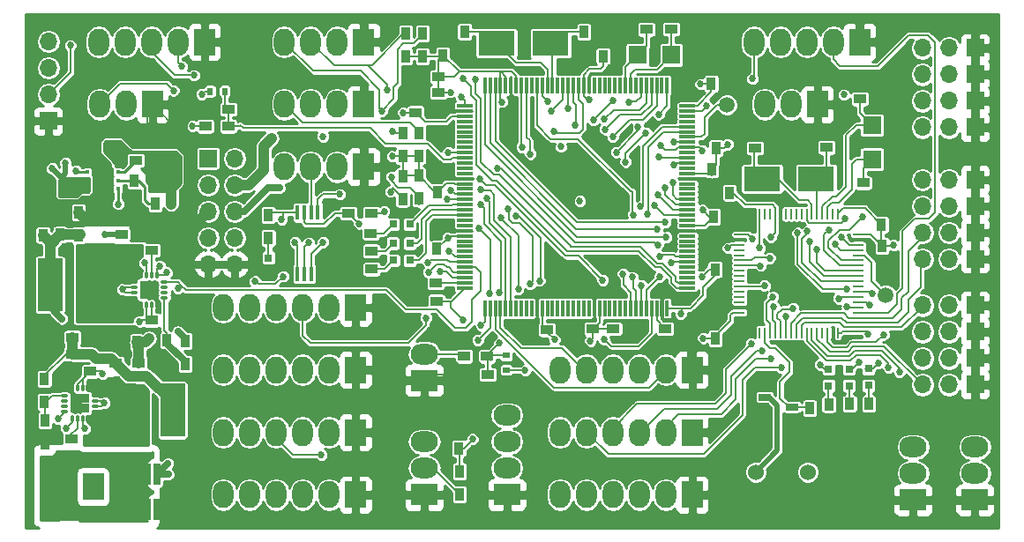
<source format=gtl>
G04 #@! TF.FileFunction,Copper,L1,Top,Signal*
%FSLAX46Y46*%
G04 Gerber Fmt 4.6, Leading zero omitted, Abs format (unit mm)*
G04 Created by KiCad (PCBNEW 4.0.7) date 02/08/18 09:42:22*
%MOMM*%
%LPD*%
G01*
G04 APERTURE LIST*
%ADD10C,0.100000*%
%ADD11R,0.450000X0.400000*%
%ADD12R,0.800000X1.900000*%
%ADD13R,0.900000X1.200000*%
%ADD14C,0.600000*%
%ADD15R,1.700000X1.700000*%
%ADD16O,1.700000X1.700000*%
%ADD17R,3.500000X2.400000*%
%ADD18R,1.750000X1.800000*%
%ADD19R,1.200000X0.900000*%
%ADD20R,1.800000X1.750000*%
%ADD21R,0.450000X1.450000*%
%ADD22R,0.250000X1.000000*%
%ADD23R,1.000000X0.250000*%
%ADD24O,0.300000X0.750000*%
%ADD25O,0.750000X0.300000*%
%ADD26R,0.900000X0.900000*%
%ADD27C,1.500000*%
%ADD28R,2.000000X2.600000*%
%ADD29O,2.000000X2.600000*%
%ADD30R,2.600000X2.000000*%
%ADD31O,2.600000X2.000000*%
%ADD32R,0.700000X0.600000*%
%ADD33R,0.600000X0.700000*%
%ADD34R,0.800000X0.800000*%
%ADD35R,0.300000X1.550000*%
%ADD36R,1.550000X0.300000*%
%ADD37C,1.524000*%
%ADD38R,2.350000X5.100000*%
%ADD39R,0.650000X2.000000*%
%ADD40R,1.220000X0.650000*%
%ADD41R,1.500000X1.250000*%
%ADD42C,0.685800*%
%ADD43C,0.500000*%
%ADD44C,0.203200*%
%ADD45C,1.000000*%
%ADD46C,0.700000*%
%ADD47C,0.254000*%
G04 APERTURE END LIST*
D10*
D11*
X61663000Y-114710000D03*
X61663000Y-115510000D03*
X61663000Y-116310000D03*
X61663000Y-117110000D03*
X58713000Y-117110000D03*
X58713000Y-116310000D03*
X58713000Y-115510000D03*
X58713000Y-114710000D03*
D12*
X59638000Y-115910000D03*
X60738000Y-115910000D03*
D13*
X57902000Y-119382000D03*
X57902000Y-121582000D03*
D14*
X126496000Y-132743000D03*
X126037000Y-115812000D03*
X123661000Y-138443000D03*
X72923000Y-137605000D03*
X73034000Y-131878000D03*
X135396000Y-106424000D03*
X125142000Y-122657000D03*
X126791000Y-126122000D03*
X124947000Y-125368000D03*
X84992000Y-118187000D03*
X79823000Y-112432000D03*
X119834000Y-103351000D03*
X100667000Y-103407000D03*
X99018000Y-111202000D03*
X99270000Y-112515000D03*
X102064000Y-112906000D03*
X105277000Y-114750000D03*
D15*
X143974000Y-103584000D03*
D16*
X141434000Y-103584000D03*
X138894000Y-103584000D03*
D15*
X143974000Y-108664000D03*
D16*
X141434000Y-108664000D03*
X138894000Y-108664000D03*
D15*
X143974000Y-111204000D03*
D16*
X141434000Y-111204000D03*
X138894000Y-111204000D03*
D15*
X143974000Y-116230000D03*
D16*
X141434000Y-116230000D03*
X138894000Y-116230000D03*
D15*
X143974000Y-118770000D03*
D16*
X141434000Y-118770000D03*
X138894000Y-118770000D03*
D15*
X143974000Y-121310000D03*
D16*
X141434000Y-121310000D03*
X138894000Y-121310000D03*
D15*
X143974000Y-123850000D03*
D16*
X141434000Y-123850000D03*
X138894000Y-123850000D03*
D15*
X143974000Y-128300000D03*
D16*
X141434000Y-128300000D03*
X138894000Y-128300000D03*
D15*
X143974000Y-130840000D03*
D16*
X141434000Y-130840000D03*
X138894000Y-130840000D03*
D15*
X143974000Y-133380000D03*
D16*
X141434000Y-133380000D03*
X138894000Y-133380000D03*
D15*
X143974000Y-135920000D03*
D16*
X141434000Y-135920000D03*
X138894000Y-135920000D03*
D15*
X143974000Y-106124000D03*
D16*
X141434000Y-106124000D03*
X138894000Y-106124000D03*
D17*
X103225000Y-103124000D03*
X98025000Y-103124000D03*
D18*
X111537000Y-104262000D03*
X114787000Y-104262000D03*
D13*
X106403000Y-102044000D03*
X106403000Y-104244000D03*
X94949000Y-102010000D03*
X94949000Y-104210000D03*
D19*
X114785000Y-101757000D03*
X116985000Y-101757000D03*
X112413000Y-101803000D03*
X110213000Y-101803000D03*
D17*
X128713000Y-116147000D03*
X123513000Y-116147000D03*
D20*
X134071000Y-114259000D03*
X134071000Y-111009000D03*
D21*
X78928000Y-125281000D03*
X79578000Y-125281000D03*
X80228000Y-125281000D03*
X80878000Y-125281000D03*
X80878000Y-119381000D03*
X80228000Y-119381000D03*
X79578000Y-119381000D03*
X78928000Y-119381000D03*
D22*
X130788000Y-119535000D03*
X130288000Y-119535000D03*
X129788000Y-119535000D03*
X129288000Y-119535000D03*
X128788000Y-119535000D03*
X128288000Y-119535000D03*
X127788000Y-119535000D03*
X127288000Y-119535000D03*
X126788000Y-119535000D03*
X126288000Y-119535000D03*
X125788000Y-119535000D03*
X125288000Y-119535000D03*
X124788000Y-119535000D03*
X124288000Y-119535000D03*
X123788000Y-119535000D03*
X123288000Y-119535000D03*
D23*
X121338000Y-121485000D03*
X121338000Y-121985000D03*
X121338000Y-122485000D03*
X121338000Y-122985000D03*
X121338000Y-123485000D03*
X121338000Y-123985000D03*
X121338000Y-124485000D03*
X121338000Y-124985000D03*
X121338000Y-125485000D03*
X121338000Y-125985000D03*
X121338000Y-126485000D03*
X121338000Y-126985000D03*
X121338000Y-127485000D03*
X121338000Y-127985000D03*
X121338000Y-128485000D03*
X121338000Y-128985000D03*
D22*
X123288000Y-130935000D03*
X123788000Y-130935000D03*
X124288000Y-130935000D03*
X124788000Y-130935000D03*
X125288000Y-130935000D03*
X125788000Y-130935000D03*
X126288000Y-130935000D03*
X126788000Y-130935000D03*
X127288000Y-130935000D03*
X127788000Y-130935000D03*
X128288000Y-130935000D03*
X128788000Y-130935000D03*
X129288000Y-130935000D03*
X129788000Y-130935000D03*
X130288000Y-130935000D03*
X130788000Y-130935000D03*
D23*
X132738000Y-128985000D03*
X132738000Y-128485000D03*
X132738000Y-127985000D03*
X132738000Y-127485000D03*
X132738000Y-126985000D03*
X132738000Y-126485000D03*
X132738000Y-125985000D03*
X132738000Y-125485000D03*
X132738000Y-124985000D03*
X132738000Y-124485000D03*
X132738000Y-123985000D03*
X132738000Y-123485000D03*
X132738000Y-122985000D03*
X132738000Y-122485000D03*
X132738000Y-121985000D03*
X132738000Y-121485000D03*
D24*
X63923000Y-128295000D03*
X64423000Y-128295000D03*
X64923000Y-128295000D03*
X65423000Y-128295000D03*
D25*
X66148000Y-127570000D03*
X66148000Y-127070000D03*
X66148000Y-126570000D03*
X66148000Y-126070000D03*
D24*
X65423000Y-125345000D03*
X64923000Y-125345000D03*
X64423000Y-125345000D03*
X63923000Y-125345000D03*
D25*
X63198000Y-126070000D03*
X63198000Y-126570000D03*
X63198000Y-127070000D03*
X63198000Y-127570000D03*
D26*
X65123000Y-126370000D03*
X64223000Y-126370000D03*
X65123000Y-127270000D03*
X64223000Y-127270000D03*
D27*
X135362000Y-127300000D03*
X120137000Y-109057000D03*
D13*
X94407000Y-142040000D03*
X94407000Y-139840000D03*
D19*
X97173000Y-134965000D03*
X94973000Y-134965000D03*
X72301000Y-109484000D03*
X70101000Y-109484000D03*
D13*
X94450000Y-144252000D03*
X94450000Y-146452000D03*
D19*
X97132000Y-133198000D03*
X94932000Y-133198000D03*
X72261000Y-111110000D03*
X70061000Y-111110000D03*
X86002000Y-119444000D03*
X83802000Y-119444000D03*
D13*
X129925000Y-137809000D03*
X129925000Y-140009000D03*
D19*
X85977000Y-123078000D03*
X83777000Y-123078000D03*
X85956000Y-121392000D03*
X83756000Y-121392000D03*
X86038000Y-124826000D03*
X83838000Y-124826000D03*
D13*
X90909000Y-104402000D03*
X90909000Y-102202000D03*
X90587000Y-113922000D03*
X90587000Y-111722000D03*
X89017000Y-115867000D03*
X89017000Y-118067000D03*
X89309000Y-104402000D03*
X89309000Y-102202000D03*
X89017000Y-113967000D03*
X89017000Y-111767000D03*
X90587000Y-115852000D03*
X90587000Y-118052000D03*
X76119000Y-119641000D03*
X76119000Y-121841000D03*
X68130000Y-131752000D03*
X68130000Y-133952000D03*
X54625000Y-135367000D03*
X54625000Y-137567000D03*
X66383000Y-133891000D03*
X66383000Y-131691000D03*
X54690000Y-141586000D03*
X54690000Y-139386000D03*
X131925000Y-137775000D03*
X131925000Y-139975000D03*
X133742000Y-137786000D03*
X133742000Y-139986000D03*
D28*
X84500000Y-128500000D03*
D29*
X81960000Y-128500000D03*
X79420000Y-128500000D03*
X76880000Y-128500000D03*
X74340000Y-128500000D03*
X71800000Y-128500000D03*
D28*
X84500000Y-134500000D03*
D29*
X81960000Y-134500000D03*
X79420000Y-134500000D03*
X76880000Y-134500000D03*
X74340000Y-134500000D03*
X71800000Y-134500000D03*
D28*
X84500000Y-140500000D03*
D29*
X81960000Y-140500000D03*
X79420000Y-140500000D03*
X76880000Y-140500000D03*
X74340000Y-140500000D03*
X71800000Y-140500000D03*
D28*
X84500000Y-146500000D03*
D29*
X81960000Y-146500000D03*
X79420000Y-146500000D03*
X76880000Y-146500000D03*
X74340000Y-146500000D03*
X71800000Y-146500000D03*
D28*
X116800000Y-140500000D03*
D29*
X114260000Y-140500000D03*
X111720000Y-140500000D03*
X109180000Y-140500000D03*
X106640000Y-140500000D03*
X104100000Y-140500000D03*
D28*
X116800000Y-134500000D03*
D29*
X114260000Y-134500000D03*
X111720000Y-134500000D03*
X109180000Y-134500000D03*
X106640000Y-134500000D03*
X104100000Y-134500000D03*
D28*
X116800000Y-146500000D03*
D29*
X114260000Y-146500000D03*
X111720000Y-146500000D03*
X109180000Y-146500000D03*
X106640000Y-146500000D03*
X104100000Y-146500000D03*
D28*
X85273000Y-103000000D03*
D29*
X82733000Y-103000000D03*
X80193000Y-103000000D03*
X77653000Y-103000000D03*
D28*
X85273000Y-109000000D03*
D29*
X82733000Y-109000000D03*
X80193000Y-109000000D03*
X77653000Y-109000000D03*
D28*
X85273000Y-115000000D03*
D29*
X82733000Y-115000000D03*
X80193000Y-115000000D03*
X77653000Y-115000000D03*
D28*
X70000000Y-103000000D03*
D29*
X67460000Y-103000000D03*
X64920000Y-103000000D03*
X62380000Y-103000000D03*
X59840000Y-103000000D03*
D28*
X132875000Y-103000000D03*
D29*
X130335000Y-103000000D03*
X127795000Y-103000000D03*
X125255000Y-103000000D03*
X122715000Y-103000000D03*
D28*
X65000000Y-109000000D03*
D29*
X62460000Y-109000000D03*
X59920000Y-109000000D03*
D28*
X128829000Y-109000000D03*
D29*
X126289000Y-109000000D03*
X123749000Y-109000000D03*
D30*
X91084000Y-135509000D03*
D31*
X91084000Y-132969000D03*
D30*
X99022000Y-146500000D03*
D31*
X99022000Y-143960000D03*
X99022000Y-141420000D03*
X99022000Y-138880000D03*
D30*
X91084000Y-146500000D03*
D31*
X91084000Y-143960000D03*
X91084000Y-141420000D03*
D30*
X143939000Y-147000000D03*
D31*
X143939000Y-144460000D03*
X143939000Y-141920000D03*
D28*
X59294000Y-145735000D03*
D29*
X56754000Y-145735000D03*
D15*
X55004000Y-110592000D03*
D16*
X55004000Y-108052000D03*
X55004000Y-105512000D03*
X55004000Y-102972000D03*
D19*
X63676000Y-133868000D03*
X61476000Y-133868000D03*
D32*
X98950000Y-133122000D03*
X98950000Y-134522000D03*
D33*
X71942000Y-107737000D03*
X70542000Y-107737000D03*
D34*
X129902000Y-134428000D03*
X129902000Y-136028000D03*
X89691000Y-122347000D03*
X88091000Y-122347000D03*
X89691000Y-120495000D03*
X88091000Y-120495000D03*
X89714000Y-123981000D03*
X88114000Y-123981000D03*
X76139000Y-123741000D03*
X76139000Y-125341000D03*
D13*
X63472000Y-131845000D03*
X60172000Y-131845000D03*
D34*
X131868000Y-134428000D03*
X131868000Y-136028000D03*
X133731000Y-134394000D03*
X133731000Y-135994000D03*
D13*
X92309000Y-122887000D03*
X92309000Y-120687000D03*
X119080000Y-113195000D03*
X119080000Y-110995000D03*
X120366000Y-117473000D03*
X120366000Y-115273000D03*
X134965000Y-120541000D03*
X134965000Y-118341000D03*
X135011000Y-122588000D03*
X135011000Y-124788000D03*
X119043000Y-131471000D03*
X119043000Y-129271000D03*
D19*
X125032000Y-113203000D03*
X122832000Y-113203000D03*
X127505000Y-113142000D03*
X129705000Y-113142000D03*
X135090000Y-108488000D03*
X132890000Y-108488000D03*
X135415000Y-116535000D03*
X133215000Y-116535000D03*
X116421000Y-130531000D03*
X114221000Y-130531000D03*
X89974000Y-126119000D03*
X92174000Y-126119000D03*
D13*
X118826000Y-121984000D03*
X118826000Y-119784000D03*
D19*
X111445000Y-130553000D03*
X109245000Y-130553000D03*
D13*
X118643000Y-107018000D03*
X118643000Y-104818000D03*
D19*
X107273000Y-130576000D03*
X105073000Y-130576000D03*
D13*
X118674000Y-115242000D03*
X118674000Y-117442000D03*
X118998000Y-124847000D03*
X118998000Y-127047000D03*
D19*
X90226000Y-107853000D03*
X92426000Y-107853000D03*
X102863000Y-130658000D03*
X100663000Y-130658000D03*
X92243000Y-127902000D03*
X90043000Y-127902000D03*
X92403000Y-106322000D03*
X90203000Y-106322000D03*
D13*
X92324000Y-117396000D03*
X92324000Y-115196000D03*
D19*
X90264000Y-109774000D03*
X92464000Y-109774000D03*
D13*
X92869000Y-104267000D03*
X92869000Y-102067000D03*
X108250000Y-104366000D03*
X108250000Y-102166000D03*
D19*
X61288000Y-113116000D03*
X59088000Y-113116000D03*
X62009000Y-121498000D03*
X64209000Y-121498000D03*
D13*
X56151000Y-121521000D03*
X56151000Y-119321000D03*
D19*
X57310000Y-131369000D03*
X55110000Y-131369000D03*
D13*
X54475000Y-121549000D03*
X54475000Y-119349000D03*
D19*
X57310000Y-133007000D03*
X55110000Y-133007000D03*
X64937000Y-123010000D03*
X62737000Y-123010000D03*
X57185000Y-141138000D03*
X59385000Y-141138000D03*
X64920000Y-129742000D03*
X67120000Y-129742000D03*
X59024000Y-134645000D03*
X56824000Y-134645000D03*
D30*
X138000000Y-147000000D03*
D31*
X138000000Y-144460000D03*
X138000000Y-141920000D03*
D35*
X114401000Y-107181000D03*
X113901000Y-107181000D03*
X113401000Y-107181000D03*
X112901000Y-107181000D03*
X112401000Y-107181000D03*
X111901000Y-107181000D03*
X111401000Y-107181000D03*
X110901000Y-107181000D03*
X110401000Y-107181000D03*
X109901000Y-107181000D03*
X109401000Y-107181000D03*
X108901000Y-107181000D03*
X108401000Y-107181000D03*
X107901000Y-107181000D03*
X107401000Y-107181000D03*
X106901000Y-107181000D03*
X106401000Y-107181000D03*
X105901000Y-107181000D03*
X105401000Y-107181000D03*
X104901000Y-107181000D03*
X104401000Y-107181000D03*
X103901000Y-107181000D03*
X103401000Y-107181000D03*
X102901000Y-107181000D03*
X102401000Y-107181000D03*
X101901000Y-107181000D03*
X101401000Y-107181000D03*
X100901000Y-107181000D03*
X100401000Y-107181000D03*
X99901000Y-107181000D03*
X99401000Y-107181000D03*
X98901000Y-107181000D03*
X98401000Y-107181000D03*
X97901000Y-107181000D03*
X97401000Y-107181000D03*
X96901000Y-107181000D03*
D36*
X94951000Y-109131000D03*
X94951000Y-109631000D03*
X94951000Y-110131000D03*
X94951000Y-110631000D03*
X94951000Y-111131000D03*
X94951000Y-111631000D03*
X94951000Y-112131000D03*
X94951000Y-112631000D03*
X94951000Y-113131000D03*
X94951000Y-113631000D03*
X94951000Y-114131000D03*
X94951000Y-114631000D03*
X94951000Y-115131000D03*
X94951000Y-115631000D03*
X94951000Y-116131000D03*
X94951000Y-116631000D03*
X94951000Y-117131000D03*
X94951000Y-117631000D03*
X94951000Y-118131000D03*
X94951000Y-118631000D03*
X94951000Y-119131000D03*
X94951000Y-119631000D03*
X94951000Y-120131000D03*
X94951000Y-120631000D03*
X94951000Y-121131000D03*
X94951000Y-121631000D03*
X94951000Y-122131000D03*
X94951000Y-122631000D03*
X94951000Y-123131000D03*
X94951000Y-123631000D03*
X94951000Y-124131000D03*
X94951000Y-124631000D03*
X94951000Y-125131000D03*
X94951000Y-125631000D03*
X94951000Y-126131000D03*
X94951000Y-126631000D03*
D35*
X96901000Y-128581000D03*
X97401000Y-128581000D03*
X97901000Y-128581000D03*
X98401000Y-128581000D03*
X98901000Y-128581000D03*
X99401000Y-128581000D03*
X99901000Y-128581000D03*
X100401000Y-128581000D03*
X100901000Y-128581000D03*
X101401000Y-128581000D03*
X101901000Y-128581000D03*
X102401000Y-128581000D03*
X102901000Y-128581000D03*
X103401000Y-128581000D03*
X103901000Y-128581000D03*
X104401000Y-128581000D03*
X104901000Y-128581000D03*
X105401000Y-128581000D03*
X105901000Y-128581000D03*
X106401000Y-128581000D03*
X106901000Y-128581000D03*
X107401000Y-128581000D03*
X107901000Y-128581000D03*
X108401000Y-128581000D03*
X108901000Y-128581000D03*
X109401000Y-128581000D03*
X109901000Y-128581000D03*
X110401000Y-128581000D03*
X110901000Y-128581000D03*
X111401000Y-128581000D03*
X111901000Y-128581000D03*
X112401000Y-128581000D03*
X112901000Y-128581000D03*
X113401000Y-128581000D03*
X113901000Y-128581000D03*
X114401000Y-128581000D03*
D36*
X116351000Y-126631000D03*
X116351000Y-126131000D03*
X116351000Y-125631000D03*
X116351000Y-125131000D03*
X116351000Y-124631000D03*
X116351000Y-124131000D03*
X116351000Y-123631000D03*
X116351000Y-123131000D03*
X116351000Y-122631000D03*
X116351000Y-122131000D03*
X116351000Y-121631000D03*
X116351000Y-121131000D03*
X116351000Y-120631000D03*
X116351000Y-120131000D03*
X116351000Y-119631000D03*
X116351000Y-119131000D03*
X116351000Y-118631000D03*
X116351000Y-118131000D03*
X116351000Y-117631000D03*
X116351000Y-117131000D03*
X116351000Y-116631000D03*
X116351000Y-116131000D03*
X116351000Y-115631000D03*
X116351000Y-115131000D03*
X116351000Y-114631000D03*
X116351000Y-114131000D03*
X116351000Y-113631000D03*
X116351000Y-113131000D03*
X116351000Y-112631000D03*
X116351000Y-112131000D03*
X116351000Y-111631000D03*
X116351000Y-111131000D03*
X116351000Y-110631000D03*
X116351000Y-110131000D03*
X116351000Y-109631000D03*
X116351000Y-109131000D03*
D15*
X70325000Y-114191000D03*
D16*
X72865000Y-114191000D03*
X70325000Y-116731000D03*
X72865000Y-116731000D03*
X70325000Y-119271000D03*
X72865000Y-119271000D03*
X70325000Y-121811000D03*
X72865000Y-121811000D03*
X70325000Y-124351000D03*
X72865000Y-124351000D03*
D24*
X58781000Y-136249000D03*
X58281000Y-136249000D03*
X57781000Y-136249000D03*
X57281000Y-136249000D03*
D25*
X56556000Y-136974000D03*
X56556000Y-137474000D03*
X56556000Y-137974000D03*
X56556000Y-138474000D03*
D24*
X57281000Y-139199000D03*
X57781000Y-139199000D03*
X58281000Y-139199000D03*
X58781000Y-139199000D03*
D25*
X59506000Y-138474000D03*
X59506000Y-137974000D03*
X59506000Y-137474000D03*
X59506000Y-136974000D03*
D26*
X57581000Y-138174000D03*
X58481000Y-138174000D03*
X57581000Y-137274000D03*
X58481000Y-137274000D03*
D37*
X127902000Y-144323000D03*
X122902000Y-144323000D03*
D38*
X66930000Y-138379000D03*
X62230000Y-138379000D03*
X55168000Y-126345000D03*
X59868000Y-126345000D03*
D39*
X63528000Y-147948000D03*
X64478000Y-147948000D03*
X65428000Y-147948000D03*
X65428000Y-144528000D03*
X64478000Y-144528000D03*
X63528000Y-144528000D03*
D14*
X93403000Y-111704000D03*
D40*
X126369000Y-138080000D03*
X126369000Y-136180000D03*
X123749000Y-137130000D03*
D13*
X128077000Y-138199000D03*
X128077000Y-135999000D03*
D41*
X57120000Y-116926000D03*
X54620000Y-116926000D03*
D13*
X63236000Y-116334000D03*
X63236000Y-118534000D03*
X65268000Y-116334000D03*
X65268000Y-118534000D03*
D19*
X65606000Y-114386000D03*
X63406000Y-114386000D03*
D42*
X56632000Y-114640000D03*
X55362000Y-115148000D03*
X68854000Y-111088000D03*
X64225000Y-124233000D03*
X56670000Y-140111000D03*
X58514000Y-140157000D03*
X66350000Y-125141000D03*
X65679000Y-124531000D03*
X63749000Y-129845000D03*
X60221000Y-134866000D03*
X53584000Y-115148000D03*
X60188000Y-115148000D03*
X60188000Y-116418000D03*
X60696000Y-115910000D03*
X59680000Y-115910000D03*
X131486000Y-131516000D03*
X53431000Y-141595000D03*
X57581000Y-137274000D03*
X57581000Y-138174000D03*
X58481000Y-138174000D03*
X58481000Y-137274000D03*
X60378000Y-137671000D03*
X101384000Y-105705000D03*
X105853000Y-105350000D03*
X93436000Y-120282000D03*
X92309000Y-116232000D03*
X82787000Y-124004000D03*
X82616000Y-122084000D03*
X88941000Y-125197000D03*
X77438000Y-118003000D03*
X82570000Y-118586000D03*
X91920000Y-103190000D03*
X88941000Y-107838000D03*
X99464000Y-108676000D03*
X109625000Y-102847000D03*
X107339000Y-112334000D03*
X120621000Y-114060000D03*
X110642000Y-131475000D03*
X117626000Y-104836000D03*
X120137000Y-110978000D03*
X107088000Y-127182000D03*
X95583000Y-139840000D03*
X126263000Y-112365000D03*
X130698000Y-141448000D03*
X133340000Y-141346000D03*
X136234000Y-124827000D03*
X136459000Y-108448000D03*
X133693000Y-118156000D03*
X62088000Y-126774000D03*
X58807000Y-131811000D03*
X55115000Y-130245000D03*
X65123000Y-126370000D03*
X64223000Y-126370000D03*
X64223000Y-127270000D03*
X65123000Y-127270000D03*
X65273000Y-133868000D03*
X67086000Y-128222000D03*
X66545000Y-149036000D03*
X66534000Y-147950000D03*
X54346000Y-118196000D03*
X56648000Y-135960000D03*
X57648000Y-115402000D03*
X66792000Y-118577000D03*
X120228000Y-122804000D03*
X117754000Y-125517000D03*
X133690000Y-131089000D03*
X117805360Y-119151040D03*
X120192960Y-112846760D03*
X100778000Y-134554000D03*
X69723000Y-108025000D03*
X98557000Y-108753000D03*
X107031000Y-131719000D03*
X77404000Y-120049000D03*
X122591000Y-106538000D03*
X93367500Y-121828500D03*
X94823000Y-129677000D03*
X87234000Y-119272000D03*
X93612000Y-107819000D03*
X89074000Y-109797000D03*
X110729000Y-108783000D03*
X106878000Y-108539000D03*
X117603000Y-107053000D03*
X103590000Y-131594000D03*
X115707000Y-129113000D03*
X117866000Y-131460000D03*
X136154000Y-122530000D03*
X124358000Y-121737000D03*
X88011000Y-113980000D03*
X130866000Y-127650000D03*
X129083000Y-133990000D03*
X82974000Y-117638000D03*
X111610000Y-111161000D03*
X109525000Y-113589000D03*
X97353000Y-127142000D03*
X96294000Y-120929000D03*
X87862000Y-117386000D03*
X131155000Y-121783000D03*
X115016000Y-112608000D03*
X112349000Y-111724000D03*
X113812000Y-112979000D03*
X96520000Y-118648000D03*
X98247000Y-127122000D03*
X110419000Y-114524000D03*
X87965000Y-115961000D03*
X130542000Y-122450000D03*
X117790000Y-113462000D03*
X76444000Y-112235000D03*
X66487000Y-143500000D03*
X66528000Y-144556000D03*
X64663000Y-131491000D03*
X81361000Y-112085000D03*
X77196000Y-117023000D03*
X123749000Y-126416000D03*
X112532000Y-119543000D03*
X111846000Y-118811000D03*
X129913000Y-121089000D03*
X133152000Y-119825000D03*
X96469000Y-117211000D03*
X67010000Y-107671000D03*
X97125000Y-117988000D03*
X135179000Y-131120000D03*
X131374000Y-108072000D03*
X131468000Y-119992000D03*
X67828000Y-105359000D03*
X94839000Y-106528000D03*
X96412000Y-116186000D03*
X108219000Y-125882000D03*
X108356000Y-131582000D03*
X68976000Y-106208000D03*
X102908000Y-108692000D03*
X88000000Y-111603000D03*
X91497000Y-125124000D03*
X92629000Y-125014000D03*
X93619000Y-117218000D03*
X87493000Y-107625000D03*
X87010000Y-109626000D03*
X93322000Y-118080000D03*
X113671000Y-125570000D03*
X110155000Y-125273000D03*
X111049000Y-125598000D03*
X111923000Y-126370000D03*
X114818000Y-124165000D03*
X113660000Y-123579000D03*
X124389000Y-133469000D03*
X113436000Y-121008000D03*
X123495000Y-132659000D03*
X114303000Y-121763000D03*
X94645000Y-108311000D03*
X122489000Y-131989000D03*
X98104000Y-115100000D03*
X113487000Y-122489000D03*
X125339000Y-134308000D03*
X114219000Y-120310000D03*
X126919000Y-121356000D03*
X114209000Y-117036000D03*
X131605000Y-126770000D03*
X131674000Y-128473000D03*
X128062000Y-122210000D03*
X113546000Y-117683000D03*
X128778000Y-122972000D03*
X113218000Y-118727000D03*
X127848000Y-121188000D03*
X114940000Y-116487000D03*
X96545000Y-130211000D03*
X99873000Y-119725000D03*
X102154000Y-125943000D03*
X101270000Y-113767000D03*
X100462000Y-113096000D03*
X99121000Y-119055000D03*
X101239000Y-126248000D03*
X81199000Y-142667000D03*
X96241000Y-131643000D03*
X109179000Y-112105000D03*
X108448000Y-111394000D03*
X108387000Y-110439000D03*
X107328000Y-110505000D03*
X109179000Y-108596000D03*
X113603000Y-109945000D03*
X103495000Y-111603000D03*
X104893000Y-109385000D03*
X106025000Y-118278000D03*
X91242000Y-129494000D03*
X103236000Y-109652000D03*
X104207000Y-113043000D03*
X105579000Y-111031000D03*
X124249000Y-123774000D03*
X123383000Y-124501000D03*
X124526000Y-127483000D03*
X124610000Y-128416000D03*
X126477000Y-128588000D03*
X125821000Y-129357000D03*
X135640000Y-134268000D03*
X136714000Y-134691000D03*
X78677000Y-122240000D03*
X79995000Y-122293000D03*
X81374000Y-122232000D03*
X84841000Y-120442000D03*
X93492000Y-123073000D03*
X55941000Y-139192000D03*
X74839000Y-126004000D03*
X77541000Y-125517000D03*
X91463000Y-124187000D03*
X67452000Y-126660000D03*
X122587000Y-121878000D03*
X123292000Y-122773000D03*
X118179000Y-109169000D03*
X134066000Y-127152000D03*
X134676000Y-133868000D03*
X132817000Y-133792000D03*
X133822000Y-128275000D03*
X67437000Y-130816000D03*
X56297000Y-129586000D03*
X98466000Y-119863000D03*
X100104000Y-126782000D03*
X93391000Y-113589000D03*
X98313000Y-131948000D03*
X57099000Y-103327000D03*
X113568000Y-114071000D03*
X115034220Y-114777160D03*
X95966000Y-106573000D03*
X95707000Y-141163000D03*
X111145000Y-119588000D03*
X60442000Y-121498000D03*
X61712000Y-118577000D03*
D43*
X56632000Y-115656000D02*
X56378000Y-115910000D01*
X56632000Y-114640000D02*
X56632000Y-115656000D01*
X56378000Y-115910000D02*
X56378000Y-116164000D01*
X57120000Y-116926000D02*
X56378000Y-116164000D01*
X56378000Y-116164000D02*
X55362000Y-115168000D01*
X55362000Y-115168000D02*
X55362000Y-115148000D01*
D44*
X70061000Y-111110000D02*
X68876000Y-111110000D01*
X68876000Y-111110000D02*
X68854000Y-111088000D01*
X64423000Y-125345000D02*
X64423000Y-124431000D01*
X64423000Y-124431000D02*
X64225000Y-124233000D01*
X58281000Y-139199000D02*
X58281000Y-139924000D01*
X56670000Y-140111000D02*
X57281000Y-139500000D01*
X58281000Y-139924000D02*
X58514000Y-140157000D01*
X57281000Y-139500000D02*
X57281000Y-139199000D01*
X65423000Y-125345000D02*
X66146000Y-125345000D01*
X66146000Y-125345000D02*
X66350000Y-125141000D01*
X65423000Y-125345000D02*
X65423000Y-124787000D01*
X65423000Y-124787000D02*
X65679000Y-124531000D01*
X64920000Y-129742000D02*
X63852000Y-129742000D01*
X63852000Y-129742000D02*
X63749000Y-129845000D01*
X59024000Y-134645000D02*
X60000000Y-134645000D01*
X60000000Y-134645000D02*
X60221000Y-134866000D01*
X58281000Y-136249000D02*
X58281000Y-135388000D01*
X58281000Y-135388000D02*
X59024000Y-134645000D01*
X57781000Y-136249000D02*
X57781000Y-135888000D01*
X57781000Y-135888000D02*
X59024000Y-134645000D01*
X64923000Y-128295000D02*
X64923000Y-129739000D01*
X64923000Y-129739000D02*
X64920000Y-129742000D01*
X64423000Y-128295000D02*
X64423000Y-129245000D01*
X64423000Y-129245000D02*
X64920000Y-129742000D01*
D45*
X54620000Y-116926000D02*
X53584000Y-115890000D01*
X53584000Y-115890000D02*
X53584000Y-115148000D01*
D46*
X60188000Y-115360000D02*
X60188000Y-115148000D01*
X59638000Y-115910000D02*
X60188000Y-115360000D01*
D44*
X126369000Y-136180000D02*
X127896000Y-136180000D01*
X127896000Y-136180000D02*
X128077000Y-135999000D01*
X130288000Y-130935000D02*
X130288000Y-131533000D01*
X131206000Y-131796000D02*
X131486000Y-131516000D01*
X130551000Y-131796000D02*
X131206000Y-131796000D01*
X130288000Y-131533000D02*
X130551000Y-131796000D01*
X70101000Y-109484000D02*
X68631000Y-109484000D01*
X68631000Y-109484000D02*
X68255000Y-109860000D01*
X54690000Y-141586000D02*
X53440000Y-141586000D01*
X53440000Y-141586000D02*
X53431000Y-141595000D01*
X59506000Y-137974000D02*
X60075000Y-137974000D01*
X60181000Y-137474000D02*
X60378000Y-137671000D01*
X60181000Y-137474000D02*
X59506000Y-137474000D01*
X60075000Y-137974000D02*
X60378000Y-137671000D01*
X94949000Y-104210000D02*
X94974000Y-104210000D01*
X94974000Y-104210000D02*
X96046000Y-105282000D01*
X100001000Y-105705000D02*
X101384000Y-105705000D01*
X99578000Y-105282000D02*
X100001000Y-105705000D01*
X96046000Y-105282000D02*
X99578000Y-105282000D01*
X106403000Y-104244000D02*
X106403000Y-104800000D01*
X106403000Y-104800000D02*
X105853000Y-105350000D01*
X64496000Y-110759000D02*
X64496000Y-109004000D01*
X67290000Y-111290000D02*
X65000000Y-109000000D01*
X76139000Y-125341000D02*
X75560000Y-125341000D01*
X74570000Y-124351000D02*
X72865000Y-124351000D01*
X75560000Y-125341000D02*
X74570000Y-124351000D01*
X116421000Y-130531000D02*
X116421000Y-134121000D01*
X116421000Y-134121000D02*
X116800000Y-134500000D01*
X119043000Y-129271000D02*
X118837000Y-129271000D01*
X118837000Y-129271000D02*
X117577000Y-130531000D01*
X117577000Y-130531000D02*
X116421000Y-130531000D01*
X92309000Y-120687000D02*
X93031000Y-120687000D01*
X93031000Y-120687000D02*
X93436000Y-120282000D01*
X92324000Y-115196000D02*
X92324000Y-116217000D01*
X92324000Y-116217000D02*
X92309000Y-116232000D01*
X83838000Y-124826000D02*
X83609000Y-124826000D01*
X83609000Y-124826000D02*
X82787000Y-124004000D01*
X83756000Y-121392000D02*
X83308000Y-121392000D01*
X83308000Y-121392000D02*
X82616000Y-122084000D01*
X80878000Y-125281000D02*
X83383000Y-125281000D01*
X83383000Y-125281000D02*
X83838000Y-124826000D01*
X83777000Y-123078000D02*
X83777000Y-121413000D01*
X83777000Y-121413000D02*
X83756000Y-121392000D01*
X83838000Y-124826000D02*
X83838000Y-123139000D01*
X83838000Y-123139000D02*
X83777000Y-123078000D01*
X89974000Y-126119000D02*
X89863000Y-126119000D01*
X89863000Y-126119000D02*
X88941000Y-125197000D01*
X90043000Y-127902000D02*
X90043000Y-126188000D01*
X90043000Y-126188000D02*
X89974000Y-126119000D01*
X94951000Y-121131000D02*
X92753000Y-121131000D01*
X92753000Y-121131000D02*
X92309000Y-120687000D01*
X92869000Y-102067000D02*
X92869000Y-102241000D01*
X92869000Y-102241000D02*
X91920000Y-103190000D01*
X90226000Y-107853000D02*
X88956000Y-107853000D01*
X88956000Y-107853000D02*
X88941000Y-107838000D01*
X92464000Y-109774000D02*
X92147000Y-109774000D01*
X92147000Y-109774000D02*
X90226000Y-107853000D01*
X94951000Y-109631000D02*
X92607000Y-109631000D01*
X92607000Y-109631000D02*
X92464000Y-109774000D01*
X92324000Y-115196000D02*
X92687000Y-115196000D01*
X92687000Y-115196000D02*
X93622000Y-116131000D01*
X93622000Y-116131000D02*
X94951000Y-116131000D01*
X99401000Y-107181000D02*
X99401000Y-108613000D01*
X99401000Y-108613000D02*
X99464000Y-108676000D01*
X109042000Y-102958000D02*
X109514000Y-102958000D01*
X109514000Y-102958000D02*
X109625000Y-102847000D01*
X120366000Y-115273000D02*
X120366000Y-114315000D01*
X120366000Y-114315000D02*
X120621000Y-114060000D01*
X111445000Y-130553000D02*
X111445000Y-130672000D01*
X111445000Y-130672000D02*
X110642000Y-131475000D01*
X113901000Y-128581000D02*
X113901000Y-129476000D01*
X115748000Y-130531000D02*
X116421000Y-130531000D01*
X114879000Y-129662000D02*
X115748000Y-130531000D01*
X114087000Y-129662000D02*
X114879000Y-129662000D01*
X113901000Y-129476000D02*
X114087000Y-129662000D01*
X118643000Y-104818000D02*
X117644000Y-104818000D01*
X117644000Y-104818000D02*
X117626000Y-104836000D01*
X119080000Y-110995000D02*
X120120000Y-110995000D01*
X120120000Y-110995000D02*
X120137000Y-110978000D01*
X118674000Y-117442000D02*
X118674000Y-116965000D01*
X118674000Y-116965000D02*
X120366000Y-115273000D01*
X101901000Y-128581000D02*
X101901000Y-127637000D01*
X107401000Y-127495000D02*
X107088000Y-127182000D01*
X107401000Y-127495000D02*
X107401000Y-128581000D01*
X102356000Y-127182000D02*
X107088000Y-127182000D01*
X101901000Y-127637000D02*
X102356000Y-127182000D01*
X94407000Y-139840000D02*
X95583000Y-139840000D01*
X94973000Y-134965000D02*
X91628000Y-134965000D01*
X91628000Y-134965000D02*
X91084000Y-135509000D01*
X111445000Y-130553000D02*
X111445000Y-130830000D01*
X101901000Y-128581000D02*
X101901000Y-129890000D01*
X101901000Y-129890000D02*
X101133000Y-130658000D01*
X101133000Y-130658000D02*
X100663000Y-130658000D01*
X126279000Y-113101000D02*
X126279000Y-112381000D01*
X126279000Y-112381000D02*
X126263000Y-112365000D01*
X129925000Y-140009000D02*
X129925000Y-140675000D01*
X129925000Y-140675000D02*
X130698000Y-141448000D01*
X133742000Y-139986000D02*
X133742000Y-140944000D01*
X133742000Y-140944000D02*
X133340000Y-141346000D01*
X133742000Y-139986000D02*
X131936000Y-139986000D01*
X131936000Y-139986000D02*
X131925000Y-139975000D01*
X129925000Y-140009000D02*
X131891000Y-140009000D01*
X131891000Y-140009000D02*
X131925000Y-139975000D01*
X89974000Y-127833000D02*
X90043000Y-127902000D01*
X90203000Y-106322000D02*
X90203000Y-107830000D01*
X90203000Y-107830000D02*
X90226000Y-107853000D01*
X92869000Y-102067000D02*
X92869000Y-102130000D01*
X92869000Y-102130000D02*
X94949000Y-104210000D01*
X108250000Y-102166000D02*
X108250000Y-102397000D01*
X108250000Y-102397000D02*
X106403000Y-104244000D01*
X106901000Y-107181000D02*
X106901000Y-106267192D01*
X109042000Y-102958000D02*
X108250000Y-102166000D01*
X109042000Y-105248000D02*
X109042000Y-102958000D01*
X108250000Y-106040000D02*
X109042000Y-105248000D01*
X107128192Y-106040000D02*
X108250000Y-106040000D01*
X106901000Y-106267192D02*
X107128192Y-106040000D01*
X110213000Y-101803000D02*
X108613000Y-101803000D01*
X108613000Y-101803000D02*
X108372000Y-102044000D01*
X116985000Y-101757000D02*
X116985000Y-103160000D01*
X116985000Y-103160000D02*
X118643000Y-104818000D01*
X116351000Y-116131000D02*
X117363000Y-116131000D01*
X117363000Y-116131000D02*
X118674000Y-117442000D01*
X116351000Y-121131000D02*
X117973000Y-121131000D01*
X117973000Y-121131000D02*
X118826000Y-121984000D01*
X118998000Y-127047000D02*
X118998000Y-129226000D01*
X118998000Y-129226000D02*
X119043000Y-129271000D01*
X118998000Y-127047000D02*
X118998000Y-127264000D01*
X118998000Y-127264000D02*
X115663000Y-130599000D01*
X107401000Y-128581000D02*
X107401000Y-129600000D01*
X107401000Y-129600000D02*
X107225000Y-129776000D01*
X107225000Y-129776000D02*
X105873000Y-129776000D01*
X105873000Y-129776000D02*
X105073000Y-130576000D01*
X119043000Y-129271000D02*
X119332000Y-129271000D01*
X119332000Y-129271000D02*
X120118000Y-128485000D01*
X120118000Y-128485000D02*
X121338000Y-128485000D01*
X120366000Y-115273000D02*
X120366000Y-115291000D01*
X120366000Y-115291000D02*
X121204000Y-116129000D01*
X121204000Y-116129000D02*
X121204000Y-117284000D01*
X121204000Y-117284000D02*
X122060000Y-118140000D01*
X122060000Y-118140000D02*
X124655000Y-118140000D01*
X124655000Y-118140000D02*
X125288000Y-118773000D01*
X125288000Y-118773000D02*
X125288000Y-119535000D01*
X135011000Y-124788000D02*
X136195000Y-124788000D01*
X136195000Y-124788000D02*
X136234000Y-124827000D01*
X135090000Y-108488000D02*
X136419000Y-108488000D01*
X136419000Y-108488000D02*
X136459000Y-108448000D01*
X134965000Y-118341000D02*
X133878000Y-118341000D01*
X133878000Y-118341000D02*
X133693000Y-118156000D01*
X135415000Y-116535000D02*
X135415000Y-117891000D01*
X135415000Y-117891000D02*
X134965000Y-118341000D01*
X124950000Y-113101000D02*
X126279000Y-113101000D01*
X126279000Y-113101000D02*
X127444000Y-113101000D01*
X127444000Y-113101000D02*
X127500000Y-113045000D01*
X135011000Y-124788000D02*
X135011000Y-124484000D01*
X135011000Y-124484000D02*
X133925000Y-123398000D01*
X133925000Y-123398000D02*
X133925000Y-122346000D01*
X133925000Y-122346000D02*
X133564000Y-121985000D01*
X133564000Y-121985000D02*
X132738000Y-121985000D01*
X63198000Y-127070000D02*
X62384000Y-127070000D01*
X62215000Y-126570000D02*
X62088000Y-126697000D01*
X62088000Y-126697000D02*
X62088000Y-126774000D01*
X62215000Y-126570000D02*
X63198000Y-126570000D01*
X62384000Y-127070000D02*
X62088000Y-126774000D01*
X65423000Y-128295000D02*
X65423000Y-127570000D01*
X65423000Y-127570000D02*
X65123000Y-127270000D01*
X60172000Y-131845000D02*
X58841000Y-131845000D01*
X58841000Y-131845000D02*
X58807000Y-131811000D01*
X55110000Y-133007000D02*
X55110000Y-131369000D01*
X55110000Y-131369000D02*
X55110000Y-130250000D01*
X55110000Y-130250000D02*
X55115000Y-130245000D01*
X66383000Y-133891000D02*
X65296000Y-133891000D01*
X65296000Y-133891000D02*
X65273000Y-133868000D01*
X67120000Y-129742000D02*
X67120000Y-128256000D01*
X67120000Y-128256000D02*
X67086000Y-128222000D01*
X65428000Y-147948000D02*
X65457000Y-147948000D01*
X65457000Y-147948000D02*
X66545000Y-149036000D01*
X65428000Y-147948000D02*
X66532000Y-147948000D01*
X66532000Y-147948000D02*
X66534000Y-147950000D01*
X56151000Y-119321000D02*
X54503000Y-119321000D01*
X54503000Y-119321000D02*
X54437000Y-119255000D01*
X54437000Y-119255000D02*
X54346000Y-118196000D01*
X57281000Y-136249000D02*
X56937000Y-136249000D01*
X56937000Y-136249000D02*
X56648000Y-135960000D01*
X57281000Y-136249000D02*
X57281000Y-135102000D01*
X57281000Y-135102000D02*
X56824000Y-134645000D01*
X57230000Y-135129000D02*
X56907000Y-135129000D01*
X56907000Y-135129000D02*
X56730000Y-135129000D01*
X56969000Y-135067000D02*
X56907000Y-135129000D01*
X118682000Y-127059000D02*
X118652000Y-127059000D01*
X57068000Y-140909000D02*
X57068000Y-140835000D01*
X57068000Y-140835000D02*
X57781000Y-140122000D01*
X57781000Y-140122000D02*
X57781000Y-139199000D01*
X64923000Y-125345000D02*
X64923000Y-123024000D01*
X64923000Y-123024000D02*
X64937000Y-123010000D01*
X64923000Y-123304000D02*
X64971000Y-123256000D01*
D45*
X57902000Y-119382000D02*
X58748000Y-120228000D01*
X58748000Y-120228000D02*
X69368000Y-120228000D01*
X69368000Y-120228000D02*
X70325000Y-119271000D01*
D47*
X57756000Y-115510000D02*
X57648000Y-115402000D01*
X58713000Y-115510000D02*
X57756000Y-115510000D01*
D45*
X66792000Y-115402000D02*
X66792000Y-118577000D01*
X66200000Y-114810000D02*
X66792000Y-115402000D01*
X65268000Y-114810000D02*
X66200000Y-114810000D01*
D44*
X121338000Y-122485000D02*
X120547000Y-122485000D01*
X120547000Y-122485000D02*
X120228000Y-122804000D01*
X118998000Y-124847000D02*
X118424000Y-124847000D01*
X118424000Y-124847000D02*
X117754000Y-125517000D01*
X130788000Y-130935000D02*
X131142000Y-130935000D01*
X133436000Y-130835000D02*
X133690000Y-131089000D01*
X131242000Y-130835000D02*
X133436000Y-130835000D01*
X131142000Y-130935000D02*
X131242000Y-130835000D01*
X118826000Y-119784000D02*
X118438320Y-119784000D01*
X118438320Y-119784000D02*
X117805360Y-119151040D01*
X119080000Y-113195000D02*
X119844720Y-113195000D01*
X119844720Y-113195000D02*
X120192960Y-112846760D01*
X98950000Y-134522000D02*
X100746000Y-134522000D01*
X100746000Y-134522000D02*
X100778000Y-134554000D01*
X70542000Y-107737000D02*
X70011000Y-107737000D01*
X70011000Y-107737000D02*
X69723000Y-108025000D01*
X98401000Y-107181000D02*
X98401000Y-108597000D01*
X98401000Y-108597000D02*
X98557000Y-108753000D01*
X130788000Y-119535000D02*
X130788000Y-119438000D01*
X130788000Y-119438000D02*
X131263000Y-118963000D01*
X133387000Y-118963000D02*
X134965000Y-120541000D01*
X131263000Y-118963000D02*
X133387000Y-118963000D01*
X107273000Y-130576000D02*
X107273000Y-131477000D01*
X107273000Y-131477000D02*
X107031000Y-131719000D01*
X77530000Y-119381000D02*
X77530000Y-119923000D01*
X77530000Y-119923000D02*
X77404000Y-120049000D01*
X78928000Y-119381000D02*
X77530000Y-119381000D01*
X77530000Y-119381000D02*
X76379000Y-119381000D01*
X76379000Y-119381000D02*
X76119000Y-119641000D01*
X122715000Y-103000000D02*
X122715000Y-106414000D01*
X122715000Y-106414000D02*
X122591000Y-106538000D01*
X93665000Y-127902000D02*
X93665000Y-128519000D01*
X93665000Y-128519000D02*
X94823000Y-129677000D01*
X94951000Y-121631000D02*
X93565000Y-121631000D01*
X93565000Y-121631000D02*
X93367500Y-121828500D01*
X93367500Y-121828500D02*
X92309000Y-122887000D01*
X86002000Y-119444000D02*
X87062000Y-119444000D01*
X87062000Y-119444000D02*
X87234000Y-119272000D01*
X92734000Y-104402000D02*
X92869000Y-104267000D01*
X92403000Y-106322000D02*
X92403000Y-104733000D01*
X92403000Y-104733000D02*
X92869000Y-104267000D01*
X92324000Y-117396000D02*
X92131000Y-117396000D01*
X94951000Y-116631000D02*
X94043808Y-116631000D01*
X93172000Y-116548000D02*
X92324000Y-117396000D01*
X93960808Y-116548000D02*
X93172000Y-116548000D01*
X94043808Y-116631000D02*
X93960808Y-116548000D01*
X92426000Y-107853000D02*
X93578000Y-107853000D01*
X93578000Y-107853000D02*
X93612000Y-107819000D01*
X90264000Y-109774000D02*
X89097000Y-109774000D01*
X89097000Y-109774000D02*
X89074000Y-109797000D01*
X94951000Y-110131000D02*
X93712000Y-110131000D01*
X91144000Y-110654000D02*
X90264000Y-109774000D01*
X93189000Y-110654000D02*
X91144000Y-110654000D01*
X93712000Y-110131000D02*
X93189000Y-110654000D01*
X111901000Y-107181000D02*
X111901000Y-108287000D01*
X110764000Y-108748000D02*
X110729000Y-108783000D01*
X111440000Y-108748000D02*
X110764000Y-108748000D01*
X111901000Y-108287000D02*
X111440000Y-108748000D01*
X106401000Y-107181000D02*
X106401000Y-108184000D01*
X106756000Y-108539000D02*
X106878000Y-108539000D01*
X106401000Y-108184000D02*
X106756000Y-108539000D01*
X118643000Y-107018000D02*
X117638000Y-107018000D01*
X117638000Y-107018000D02*
X117603000Y-107053000D01*
X102863000Y-130658000D02*
X102863000Y-130867000D01*
X102863000Y-130867000D02*
X103590000Y-131594000D01*
X115844000Y-128581000D02*
X115844000Y-128976000D01*
X115844000Y-128976000D02*
X115707000Y-129113000D01*
X119043000Y-131471000D02*
X117877000Y-131471000D01*
X117877000Y-131471000D02*
X117866000Y-131460000D01*
X102401000Y-128581000D02*
X102401000Y-130196000D01*
X102401000Y-130196000D02*
X102863000Y-130658000D01*
X135011000Y-122588000D02*
X136096000Y-122588000D01*
X136096000Y-122588000D02*
X136154000Y-122530000D01*
X124788000Y-119535000D02*
X124788000Y-121307000D01*
X124788000Y-121307000D02*
X124358000Y-121737000D01*
X130788000Y-119535000D02*
X130788000Y-119529000D01*
X134965000Y-120541000D02*
X134965000Y-122542000D01*
X134965000Y-122542000D02*
X135011000Y-122588000D01*
X92243000Y-127902000D02*
X93665000Y-127902000D01*
X93665000Y-127902000D02*
X93680000Y-127902000D01*
X93680000Y-127902000D02*
X94951000Y-126631000D01*
X92403000Y-106322000D02*
X93964000Y-106322000D01*
X93964000Y-106322000D02*
X94444000Y-105842000D01*
X98901000Y-107181000D02*
X98901000Y-106296000D01*
X98901000Y-106296000D02*
X98447000Y-105842000D01*
X98401000Y-107181000D02*
X98401000Y-105888000D01*
X98401000Y-105888000D02*
X98447000Y-105842000D01*
X92403000Y-106322000D02*
X92403000Y-107830000D01*
X92403000Y-107830000D02*
X92426000Y-107853000D01*
X99901000Y-107181000D02*
X99901000Y-106279000D01*
X94444000Y-105842000D02*
X92869000Y-104267000D01*
X99464000Y-105842000D02*
X98447000Y-105842000D01*
X98447000Y-105842000D02*
X94444000Y-105842000D01*
X99901000Y-106279000D02*
X99464000Y-105842000D01*
X106401000Y-107181000D02*
X106401000Y-106151000D01*
X108250000Y-105339000D02*
X108250000Y-104366000D01*
X107976000Y-105613000D02*
X108250000Y-105339000D01*
X106939000Y-105613000D02*
X107976000Y-105613000D01*
X106401000Y-106151000D02*
X106939000Y-105613000D01*
X116351000Y-109131000D02*
X117305000Y-109131000D01*
X118643000Y-107793000D02*
X118643000Y-107018000D01*
X117305000Y-109131000D02*
X118643000Y-107793000D01*
X119080000Y-113195000D02*
X119080000Y-114836000D01*
X119080000Y-114836000D02*
X118674000Y-115242000D01*
X118674000Y-115242000D02*
X118674000Y-115781000D01*
X116351000Y-115631000D02*
X118285000Y-115631000D01*
X118285000Y-115631000D02*
X118674000Y-115242000D01*
X116351000Y-120631000D02*
X117979000Y-120631000D01*
X117979000Y-120631000D02*
X118826000Y-119784000D01*
X118998000Y-124847000D02*
X118998000Y-125413000D01*
X118998000Y-125413000D02*
X117874000Y-126537000D01*
X116630000Y-128581000D02*
X115844000Y-128581000D01*
X115844000Y-128581000D02*
X114401000Y-128581000D01*
X117874000Y-127337000D02*
X116630000Y-128581000D01*
X117874000Y-126537000D02*
X117874000Y-127337000D01*
X118998000Y-124847000D02*
X118998000Y-125341000D01*
X107901000Y-128581000D02*
X107901000Y-129948000D01*
X107901000Y-129948000D02*
X107273000Y-130576000D01*
X107273000Y-130576000D02*
X109222000Y-130576000D01*
X109222000Y-130576000D02*
X109245000Y-130553000D01*
X119043000Y-131471000D02*
X119043000Y-131267000D01*
X119043000Y-131267000D02*
X120480000Y-129830000D01*
X120480000Y-129830000D02*
X120480000Y-129189000D01*
X120480000Y-129189000D02*
X120684000Y-128985000D01*
X120684000Y-128985000D02*
X121338000Y-128985000D01*
X120366000Y-117473000D02*
X120753000Y-117473000D01*
X120753000Y-117473000D02*
X121901000Y-118621000D01*
X121901000Y-118621000D02*
X124496000Y-118621000D01*
X124496000Y-118621000D02*
X124788000Y-118913000D01*
X124788000Y-118913000D02*
X124788000Y-119535000D01*
X132738000Y-121485000D02*
X133908000Y-121485000D01*
X133908000Y-121485000D02*
X135011000Y-122588000D01*
X89309000Y-104402000D02*
X90909000Y-104402000D01*
X90909000Y-104402000D02*
X92734000Y-104402000D01*
X89017000Y-113967000D02*
X88024000Y-113967000D01*
X88024000Y-113967000D02*
X88011000Y-113980000D01*
X92131000Y-117396000D02*
X90587000Y-115852000D01*
X90587000Y-113922000D02*
X90587000Y-115852000D01*
X89017000Y-113967000D02*
X90542000Y-113967000D01*
X90542000Y-113967000D02*
X90587000Y-113922000D01*
X89017000Y-113967000D02*
X89017000Y-115867000D01*
X90587000Y-115852000D02*
X89032000Y-115852000D01*
X89032000Y-115852000D02*
X89017000Y-115867000D01*
X94951000Y-126131000D02*
X92186000Y-126131000D01*
X92186000Y-126131000D02*
X92174000Y-126119000D01*
X113401000Y-128581000D02*
X113401000Y-129711000D01*
X113401000Y-129711000D02*
X114221000Y-130531000D01*
X129788000Y-119535000D02*
X129788000Y-118839200D01*
X129788000Y-118839200D02*
X130212200Y-118415000D01*
X130212200Y-118415000D02*
X130911000Y-118415000D01*
X130911000Y-118415000D02*
X132116000Y-117210000D01*
X132116000Y-117210000D02*
X132116000Y-114696000D01*
X132116000Y-114696000D02*
X132553000Y-114259000D01*
X132553000Y-114259000D02*
X134071000Y-114259000D01*
X134071000Y-114259000D02*
X133300000Y-114259000D01*
X133215000Y-116535000D02*
X133215000Y-115115000D01*
X133215000Y-115115000D02*
X134071000Y-114259000D01*
X129288000Y-119535000D02*
X129288000Y-118769000D01*
X129288000Y-118769000D02*
X130247000Y-117810000D01*
X130247000Y-117810000D02*
X130663000Y-117810000D01*
X130663000Y-117810000D02*
X131582000Y-116891000D01*
X131582000Y-116891000D02*
X131582000Y-111957000D01*
X131582000Y-111957000D02*
X132530000Y-111009000D01*
X132530000Y-111009000D02*
X134071000Y-111009000D01*
X132890000Y-108488000D02*
X132890000Y-109828000D01*
X132890000Y-109828000D02*
X134071000Y-111009000D01*
X129700000Y-113045000D02*
X129700000Y-115160000D01*
X129700000Y-115160000D02*
X128713000Y-116147000D01*
X128788000Y-119535000D02*
X128788000Y-116222000D01*
X128788000Y-116222000D02*
X128713000Y-116147000D01*
X122750000Y-113101000D02*
X122750000Y-115384000D01*
X122750000Y-115384000D02*
X123513000Y-116147000D01*
X123513000Y-116147000D02*
X125005000Y-116147000D01*
X125005000Y-116147000D02*
X127078000Y-118220000D01*
X127078000Y-118220000D02*
X127901000Y-118220000D01*
X127901000Y-118220000D02*
X128288000Y-118607000D01*
X128288000Y-118607000D02*
X128288000Y-119535000D01*
X76139000Y-123741000D02*
X76139000Y-121861000D01*
X76139000Y-121861000D02*
X76119000Y-121841000D01*
X89691000Y-120495000D02*
X89756000Y-120495000D01*
X89756000Y-120495000D02*
X91523192Y-118727808D01*
X91523192Y-118727808D02*
X93733192Y-118727808D01*
X93733192Y-118727808D02*
X93830000Y-118631000D01*
X93830000Y-118631000D02*
X94951000Y-118631000D01*
X89691000Y-122347000D02*
X90396808Y-122347000D01*
X91783000Y-119131000D02*
X94951000Y-119131000D01*
X91715000Y-119199000D02*
X91783000Y-119131000D01*
X91715000Y-119203000D02*
X91715000Y-119199000D01*
X90857000Y-120061000D02*
X91715000Y-119203000D01*
X90857000Y-121886808D02*
X90857000Y-120061000D01*
X90396808Y-122347000D02*
X90857000Y-121886808D01*
X85977000Y-123078000D02*
X87360000Y-123078000D01*
X87360000Y-123078000D02*
X88091000Y-122347000D01*
X88012000Y-122426000D02*
X88091000Y-122347000D01*
X129902000Y-134428000D02*
X129521000Y-134428000D01*
X129521000Y-134428000D02*
X129083000Y-133990000D01*
X131031000Y-127485000D02*
X132738000Y-127485000D01*
X130866000Y-127650000D02*
X131031000Y-127485000D01*
X129902000Y-134428000D02*
X129581000Y-134428000D01*
X129902000Y-136028000D02*
X129902000Y-137786000D01*
X129902000Y-137786000D02*
X129925000Y-137809000D01*
X80878000Y-119381000D02*
X80878000Y-118103000D01*
X81343000Y-117638000D02*
X82974000Y-117638000D01*
X80878000Y-118103000D02*
X81343000Y-117638000D01*
X111610000Y-111161000D02*
X111610000Y-111504000D01*
X111610000Y-111504000D02*
X109525000Y-113589000D01*
X97394000Y-127101000D02*
X97353000Y-127142000D01*
X97394000Y-122029000D02*
X97394000Y-127101000D01*
X96294000Y-120929000D02*
X97394000Y-122029000D01*
X88041500Y-117206500D02*
X88041500Y-117012500D01*
X87862000Y-117386000D02*
X88041500Y-117206500D01*
X89017000Y-118067000D02*
X89017000Y-117988000D01*
X89017000Y-117988000D02*
X88041500Y-117012500D01*
X132738000Y-122485000D02*
X131857000Y-122485000D01*
X131857000Y-122485000D02*
X131155000Y-121783000D01*
X115039000Y-112631000D02*
X116351000Y-112631000D01*
X115016000Y-112608000D02*
X115039000Y-112631000D01*
X80228000Y-119381000D02*
X80228000Y-115035000D01*
X80228000Y-115035000D02*
X80193000Y-115000000D01*
X112349000Y-111724000D02*
X112349000Y-111740000D01*
X115448000Y-113131000D02*
X116351000Y-113131000D01*
X114158000Y-113325000D02*
X113812000Y-112979000D01*
X115254000Y-113325000D02*
X114158000Y-113325000D01*
X115448000Y-113131000D02*
X115254000Y-113325000D01*
X112349000Y-111740000D02*
X110419000Y-113670000D01*
X96520000Y-118648000D02*
X96865000Y-118993000D01*
X96865000Y-118993000D02*
X96865000Y-120517000D01*
X96865000Y-120517000D02*
X98491000Y-122143000D01*
X98491000Y-122143000D02*
X98491000Y-126878000D01*
X98491000Y-126878000D02*
X98247000Y-127122000D01*
X110419000Y-113670000D02*
X110419000Y-114524000D01*
X90587000Y-118052000D02*
X90587000Y-117851000D01*
X90587000Y-117851000D02*
X89703000Y-116967000D01*
X89703000Y-116967000D02*
X88566200Y-116967000D01*
X88566200Y-116967000D02*
X87965000Y-116365800D01*
X87965000Y-116365800D02*
X87965000Y-115961000D01*
X90587000Y-118052000D02*
X90587000Y-118616000D01*
X131077000Y-122985000D02*
X130542000Y-122450000D01*
X132738000Y-122985000D02*
X131077000Y-122985000D01*
X117459000Y-113131000D02*
X116351000Y-113131000D01*
X117790000Y-113462000D02*
X117459000Y-113131000D01*
D45*
X72865000Y-116731000D02*
X74239000Y-116731000D01*
X75689000Y-112990000D02*
X76444000Y-112235000D01*
X75689000Y-115281000D02*
X75689000Y-112990000D01*
X74239000Y-116731000D02*
X75689000Y-115281000D01*
D46*
X72865000Y-116731000D02*
X73289000Y-116731000D01*
X65428000Y-144528000D02*
X65459000Y-144528000D01*
X65459000Y-144528000D02*
X66487000Y-143500000D01*
X65428000Y-144528000D02*
X66373000Y-144528000D01*
X66401000Y-144556000D02*
X66528000Y-144556000D01*
X66373000Y-144528000D02*
X66401000Y-144556000D01*
D45*
X63676000Y-133868000D02*
X63676000Y-132049000D01*
X63676000Y-132049000D02*
X63472000Y-131845000D01*
X63472000Y-131845000D02*
X64309000Y-131845000D01*
X64309000Y-131845000D02*
X64663000Y-131491000D01*
D44*
X63676000Y-132049000D02*
X63472000Y-131845000D01*
D46*
X72865000Y-119271000D02*
X73809000Y-119271000D01*
X76057000Y-117023000D02*
X77196000Y-117023000D01*
X73809000Y-119271000D02*
X76057000Y-117023000D01*
D44*
X123749000Y-126416000D02*
X123680000Y-126485000D01*
X123680000Y-126485000D02*
X121338000Y-126485000D01*
X91084000Y-143960000D02*
X91958000Y-143960000D01*
X91958000Y-143960000D02*
X94450000Y-146452000D01*
X114043000Y-111631000D02*
X116351000Y-111631000D01*
X112573000Y-113101000D02*
X114043000Y-111631000D01*
X112573000Y-119502000D02*
X112573000Y-113101000D01*
X112532000Y-119543000D02*
X112573000Y-119502000D01*
X111846000Y-118811000D02*
X112067000Y-118590000D01*
X112067000Y-118590000D02*
X112067000Y-112990000D01*
X112067000Y-112990000D02*
X113926000Y-111131000D01*
X113926000Y-111131000D02*
X116351000Y-111131000D01*
X91084000Y-132969000D02*
X94703000Y-132969000D01*
X94703000Y-132969000D02*
X94932000Y-133198000D01*
X132738000Y-124485000D02*
X130977000Y-124485000D01*
X129468000Y-121534000D02*
X129913000Y-121089000D01*
X129468000Y-122976000D02*
X129468000Y-121534000D01*
X130977000Y-124485000D02*
X129468000Y-122976000D01*
X130942000Y-121059000D02*
X131918000Y-121059000D01*
X131918000Y-121059000D02*
X133152000Y-119825000D01*
X132738000Y-123985000D02*
X131125000Y-123985000D01*
X131125000Y-123985000D02*
X129883000Y-122743000D01*
X129883000Y-122743000D02*
X129883000Y-122118000D01*
X129883000Y-122118000D02*
X130942000Y-121059000D01*
X97429000Y-117272000D02*
X96530000Y-117272000D01*
X99401000Y-121766000D02*
X97810000Y-120175000D01*
X97810000Y-120175000D02*
X97810000Y-117653000D01*
X97810000Y-117653000D02*
X97429000Y-117272000D01*
X99401000Y-128581000D02*
X99401000Y-121766000D01*
X96530000Y-117272000D02*
X96469000Y-117211000D01*
X98901000Y-128581000D02*
X98901000Y-121944000D01*
X67010000Y-107671000D02*
X66355000Y-107016000D01*
X66355000Y-107016000D02*
X61904000Y-107016000D01*
X61904000Y-107016000D02*
X59920000Y-109000000D01*
X97125000Y-118095000D02*
X97125000Y-117988000D01*
X97368000Y-118338000D02*
X97125000Y-118095000D01*
X97368000Y-120411000D02*
X97368000Y-118338000D01*
X98901000Y-121944000D02*
X97368000Y-120411000D01*
X132738000Y-128985000D02*
X135643000Y-128985000D01*
X130335000Y-104674000D02*
X130335000Y-103000000D01*
X130977000Y-105316000D02*
X130335000Y-104674000D01*
X134611000Y-105316000D02*
X130977000Y-105316000D01*
X137560000Y-102367000D02*
X134611000Y-105316000D01*
X139468000Y-102367000D02*
X137560000Y-102367000D01*
X140127000Y-103026000D02*
X139468000Y-102367000D01*
X140127000Y-119379000D02*
X140127000Y-103026000D01*
X139516000Y-119990000D02*
X140127000Y-119379000D01*
X138176000Y-119990000D02*
X139516000Y-119990000D01*
X136997000Y-121169000D02*
X138176000Y-119990000D01*
X136997000Y-126676000D02*
X136997000Y-121169000D01*
X136469000Y-127204000D02*
X136997000Y-126676000D01*
X136469000Y-128159000D02*
X136469000Y-127204000D01*
X135643000Y-128985000D02*
X136469000Y-128159000D01*
X133197000Y-131841808D02*
X134457192Y-131841808D01*
X134457192Y-131841808D02*
X135179000Y-131120000D01*
X129788000Y-130935000D02*
X129788000Y-131843808D01*
X132100592Y-131841808D02*
X133197000Y-131841808D01*
X131618400Y-132324000D02*
X132100592Y-131841808D01*
X130268192Y-132324000D02*
X131618400Y-132324000D01*
X129788000Y-131843808D02*
X130268192Y-132324000D01*
X127788000Y-119535000D02*
X127788000Y-120099000D01*
X131468000Y-120023000D02*
X131468000Y-119992000D01*
X131141000Y-120350000D02*
X131468000Y-120023000D01*
X128039000Y-120350000D02*
X131141000Y-120350000D01*
X127788000Y-120099000D02*
X128039000Y-120350000D01*
X96053000Y-108620000D02*
X96047000Y-108620000D01*
X67460000Y-104991000D02*
X67460000Y-103000000D01*
X67828000Y-105359000D02*
X67460000Y-104991000D01*
X95547000Y-107236000D02*
X94839000Y-106528000D01*
X95547000Y-108120000D02*
X95547000Y-107236000D01*
X96047000Y-108620000D02*
X95547000Y-108120000D01*
X111650800Y-123067000D02*
X104840000Y-123067000D01*
X96053000Y-114767000D02*
X96053000Y-108620000D01*
X97582000Y-116296000D02*
X96053000Y-114767000D01*
X98069000Y-116296000D02*
X97582000Y-116296000D01*
X104840000Y-123067000D02*
X98069000Y-116296000D01*
X116351000Y-126631000D02*
X115323000Y-126631000D01*
X113233992Y-124650192D02*
X111650800Y-123067000D01*
X113797992Y-124650192D02*
X113233992Y-124650192D01*
X114821400Y-125673600D02*
X113797992Y-124650192D01*
X114821400Y-126129400D02*
X114821400Y-125673600D01*
X115323000Y-126631000D02*
X114821400Y-126129400D01*
X112901000Y-128581000D02*
X112901000Y-130954000D01*
X96983000Y-116757000D02*
X96412000Y-116186000D01*
X97860000Y-116757000D02*
X96983000Y-116757000D01*
X104669000Y-123566000D02*
X97860000Y-116757000D01*
X105903000Y-123566000D02*
X104669000Y-123566000D01*
X108219000Y-125882000D02*
X105903000Y-123566000D01*
X108996000Y-132222000D02*
X108356000Y-131582000D01*
X111633000Y-132222000D02*
X108996000Y-132222000D01*
X112901000Y-130954000D02*
X111633000Y-132222000D01*
X67117000Y-106162000D02*
X64920000Y-103965000D01*
X68930000Y-106162000D02*
X67117000Y-106162000D01*
X68976000Y-106208000D02*
X68930000Y-106162000D01*
X64920000Y-103965000D02*
X64920000Y-103000000D01*
X64920000Y-104036000D02*
X64920000Y-103000000D01*
X102401000Y-107181000D02*
X102401000Y-108185000D01*
X102401000Y-108185000D02*
X102908000Y-108692000D01*
X89017000Y-111767000D02*
X88164000Y-111767000D01*
X88164000Y-111767000D02*
X88000000Y-111603000D01*
X93431000Y-124663000D02*
X93276000Y-124663000D01*
X93431000Y-124663000D02*
X93899000Y-125131000D01*
X94951000Y-125131000D02*
X93899000Y-125131000D01*
X92263000Y-124358000D02*
X91497000Y-125124000D01*
X92971000Y-124358000D02*
X92263000Y-124358000D01*
X93276000Y-124663000D02*
X92971000Y-124358000D01*
X90587000Y-111722000D02*
X90587000Y-111584000D01*
X90587000Y-111584000D02*
X89760000Y-110757000D01*
X89760000Y-110757000D02*
X79410000Y-110757000D01*
X79410000Y-110757000D02*
X77653000Y-109000000D01*
X93213000Y-125066192D02*
X92681192Y-125066192D01*
X93777808Y-125631000D02*
X93213000Y-125066192D01*
X93777808Y-125631000D02*
X94951000Y-125631000D01*
X92681192Y-125066192D02*
X92629000Y-125014000D01*
X89309000Y-102202000D02*
X89090000Y-102202000D01*
X89090000Y-102202000D02*
X86075000Y-105217000D01*
X86075000Y-105217000D02*
X85629000Y-105217000D01*
X85629000Y-105217000D02*
X85633000Y-105217000D01*
X94032000Y-117631000D02*
X93619000Y-117218000D01*
X85629000Y-105217000D02*
X82410000Y-105217000D01*
X80193000Y-103000000D02*
X82410000Y-105217000D01*
X94032000Y-117631000D02*
X94951000Y-117631000D01*
X87508000Y-107610000D02*
X87493000Y-107625000D01*
X87508000Y-107092000D02*
X87508000Y-107610000D01*
X85633000Y-105217000D02*
X87508000Y-107092000D01*
X90909000Y-102202000D02*
X90909000Y-102274000D01*
X90909000Y-102274000D02*
X90046000Y-103137000D01*
X90046000Y-103137000D02*
X89093000Y-103137000D01*
X89093000Y-103137000D02*
X88544000Y-103686000D01*
X88544000Y-103686000D02*
X88544000Y-106954000D01*
X88544000Y-106954000D02*
X88160000Y-107338000D01*
X88160000Y-107338000D02*
X88160000Y-108476000D01*
X88160000Y-108476000D02*
X87010000Y-109626000D01*
X94951000Y-118131000D02*
X93373000Y-118131000D01*
X87010000Y-109626000D02*
X86787000Y-109403000D01*
X86787000Y-109403000D02*
X86787000Y-107575000D01*
X86787000Y-107575000D02*
X84998000Y-105786000D01*
X84998000Y-105786000D02*
X80439000Y-105786000D01*
X80439000Y-105786000D02*
X77653000Y-103000000D01*
X93373000Y-118131000D02*
X93322000Y-118080000D01*
X112401000Y-126840000D02*
X112401000Y-128581000D01*
X113671000Y-125570000D02*
X112401000Y-126840000D01*
X110901000Y-127045192D02*
X110901000Y-128581000D01*
X110216000Y-126360192D02*
X110901000Y-127045192D01*
X110216000Y-125334000D02*
X110216000Y-126360192D01*
X110155000Y-125273000D02*
X110216000Y-125334000D01*
X111401000Y-126905000D02*
X111401000Y-128581000D01*
X111150000Y-126654000D02*
X111401000Y-126905000D01*
X111150000Y-125699000D02*
X111150000Y-126654000D01*
X111049000Y-125598000D02*
X111150000Y-125699000D01*
X111923000Y-126370000D02*
X111901000Y-126392000D01*
X111901000Y-126392000D02*
X111901000Y-128581000D01*
X114260000Y-134500000D02*
X114260000Y-134599000D01*
X114260000Y-134599000D02*
X112674000Y-136185000D01*
X112674000Y-136185000D02*
X103490000Y-136185000D01*
X103490000Y-136185000D02*
X97901000Y-130596000D01*
X97901000Y-130596000D02*
X97901000Y-128581000D01*
X114840000Y-124143000D02*
X116351000Y-124131000D01*
X114818000Y-124165000D02*
X114840000Y-124143000D01*
X115193000Y-123631000D02*
X116351000Y-123631000D01*
X115029000Y-123467000D02*
X115193000Y-123631000D01*
X113772000Y-123467000D02*
X115029000Y-123467000D01*
X113660000Y-123579000D02*
X113772000Y-123467000D01*
X106640000Y-134500000D02*
X106418000Y-134500000D01*
X106418000Y-134500000D02*
X104323000Y-132405000D01*
X98401000Y-130445000D02*
X98401000Y-128581000D01*
X100361000Y-132405000D02*
X98401000Y-130445000D01*
X104323000Y-132405000D02*
X100361000Y-132405000D01*
X106640000Y-134500000D02*
X106520000Y-134500000D01*
X122880000Y-133469000D02*
X124389000Y-133469000D01*
X121008000Y-135341000D02*
X122880000Y-133469000D01*
X121008000Y-137353000D02*
X121008000Y-135341000D01*
X119583000Y-138778000D02*
X121008000Y-137353000D01*
X115476000Y-138778000D02*
X119583000Y-138778000D01*
X114260000Y-139994000D02*
X115476000Y-138778000D01*
X97401000Y-112686000D02*
X97401000Y-107181000D01*
X105660000Y-120945000D02*
X97401000Y-112686000D01*
X113373000Y-120945000D02*
X105660000Y-120945000D01*
X113436000Y-121008000D02*
X113373000Y-120945000D01*
X114260000Y-140500000D02*
X114260000Y-139994000D01*
X122992000Y-132659000D02*
X123495000Y-132659000D01*
X120561000Y-135090000D02*
X122992000Y-132659000D01*
X120561000Y-136865808D02*
X120561000Y-135090000D01*
X119207808Y-138219000D02*
X120561000Y-136865808D01*
X114107000Y-138219000D02*
X119207808Y-138219000D01*
X111826000Y-140500000D02*
X114107000Y-138219000D01*
X96901000Y-112883000D02*
X96901000Y-107181000D01*
X105753000Y-121735000D02*
X96901000Y-112883000D01*
X114275000Y-121735000D02*
X105753000Y-121735000D01*
X114303000Y-121763000D02*
X114275000Y-121735000D01*
X111720000Y-140500000D02*
X111826000Y-140500000D01*
X94645000Y-108311000D02*
X94951000Y-108617000D01*
X94951000Y-108617000D02*
X94951000Y-109131000D01*
X120058000Y-134420000D02*
X122489000Y-131989000D01*
X120058000Y-136711000D02*
X120058000Y-134420000D01*
X118997000Y-137772000D02*
X120058000Y-136711000D01*
X111509000Y-137772000D02*
X118997000Y-137772000D01*
X109180000Y-140101000D02*
X111509000Y-137772000D01*
X98412000Y-115100000D02*
X98104000Y-115100000D01*
X105537000Y-122225000D02*
X98412000Y-115100000D01*
X113223000Y-122225000D02*
X105537000Y-122225000D01*
X113487000Y-122489000D02*
X113223000Y-122225000D01*
X109180000Y-140500000D02*
X109180000Y-140101000D01*
X122796000Y-134308000D02*
X125339000Y-134308000D01*
X121623000Y-135481000D02*
X122796000Y-134308000D01*
X121623000Y-138890000D02*
X121623000Y-135481000D01*
X117907000Y-142606000D02*
X121623000Y-138890000D01*
X108771000Y-142606000D02*
X117907000Y-142606000D01*
X106665000Y-140500000D02*
X108771000Y-142606000D01*
X97901000Y-112486000D02*
X97901000Y-107181000D01*
X105725000Y-120310000D02*
X97901000Y-112486000D01*
X114219000Y-120310000D02*
X105725000Y-120310000D01*
X106640000Y-140500000D02*
X106665000Y-140500000D01*
X129330000Y-126770000D02*
X126919000Y-124359000D01*
X126919000Y-124359000D02*
X126919000Y-121356000D01*
X131605000Y-126770000D02*
X129330000Y-126770000D01*
X115217000Y-118631000D02*
X116351000Y-118631000D01*
X114239000Y-117653000D02*
X115217000Y-118631000D01*
X114239000Y-117066000D02*
X114239000Y-117653000D01*
X114209000Y-117036000D02*
X114239000Y-117066000D01*
X132738000Y-128485000D02*
X131686000Y-128485000D01*
X131686000Y-128485000D02*
X131674000Y-128473000D01*
X132738000Y-125485000D02*
X129417000Y-125485000D01*
X129417000Y-125485000D02*
X128062000Y-124130000D01*
X128062000Y-124130000D02*
X128062000Y-122210000D01*
X114994000Y-119131000D02*
X116351000Y-119131000D01*
X113546000Y-117683000D02*
X114994000Y-119131000D01*
X129557000Y-124985000D02*
X128778000Y-124206000D01*
X132738000Y-124985000D02*
X129557000Y-124985000D01*
X128778000Y-124206000D02*
X128778000Y-122972000D01*
X114122000Y-119631000D02*
X116351000Y-119631000D01*
X113218000Y-118727000D02*
X114122000Y-119631000D01*
X132738000Y-125985000D02*
X129185000Y-125985000D01*
X127848000Y-121448000D02*
X127848000Y-121188000D01*
X127361000Y-121935000D02*
X127848000Y-121448000D01*
X127361000Y-124161000D02*
X127361000Y-121935000D01*
X129185000Y-125985000D02*
X127361000Y-124161000D01*
X115329000Y-118110000D02*
X116330000Y-118110000D01*
X114940000Y-117721000D02*
X115329000Y-118110000D01*
X114940000Y-116487000D02*
X114940000Y-117721000D01*
X116330000Y-118110000D02*
X116351000Y-118131000D01*
X96901000Y-129855000D02*
X96901000Y-128581000D01*
X96545000Y-130211000D02*
X96901000Y-129855000D01*
X100177000Y-119725000D02*
X99873000Y-119725000D01*
X102291000Y-121839000D02*
X100177000Y-119725000D01*
X102291000Y-125806000D02*
X102291000Y-121839000D01*
X102154000Y-125943000D02*
X102291000Y-125806000D01*
X100901000Y-112140000D02*
X100901000Y-107181000D01*
X101232000Y-112471000D02*
X100901000Y-112140000D01*
X101232000Y-113729000D02*
X101232000Y-112471000D01*
X101270000Y-113767000D02*
X101232000Y-113729000D01*
X100401000Y-107181000D02*
X100401000Y-113035000D01*
X100401000Y-113035000D02*
X100462000Y-113096000D01*
X99197000Y-119131000D02*
X99121000Y-119055000D01*
X99197000Y-120045000D02*
X99197000Y-119131000D01*
X99563000Y-120411000D02*
X99197000Y-120045000D01*
X100187000Y-120411000D02*
X99563000Y-120411000D01*
X101468000Y-121692000D02*
X100187000Y-120411000D01*
X101468000Y-126019000D02*
X101468000Y-121692000D01*
X101239000Y-126248000D02*
X101468000Y-126019000D01*
X78477000Y-142667000D02*
X81199000Y-142667000D01*
X78477000Y-142667000D02*
X76880000Y-141070000D01*
X76880000Y-140500000D02*
X76880000Y-141070000D01*
X97401000Y-130483000D02*
X97401000Y-128581000D01*
X96241000Y-131643000D02*
X97401000Y-130483000D01*
X109179000Y-112105000D02*
X110786000Y-110498000D01*
X110786000Y-110498000D02*
X112067000Y-110498000D01*
X112067000Y-110498000D02*
X113401000Y-109164000D01*
X113401000Y-109164000D02*
X113401000Y-107181000D01*
X108448000Y-111394000D02*
X109866000Y-109984000D01*
X109866000Y-109984000D02*
X111939000Y-109984000D01*
X111939000Y-109984000D02*
X112901000Y-109014000D01*
X112901000Y-109014000D02*
X112901000Y-107181000D01*
X108387000Y-110439000D02*
X109290000Y-109535000D01*
X109290000Y-109535000D02*
X111703808Y-109535000D01*
X111703808Y-109535000D02*
X112401000Y-108838808D01*
X112401000Y-108838808D02*
X112401000Y-107181000D01*
X109179000Y-108654000D02*
X107328000Y-110505000D01*
X109179000Y-108654000D02*
X109179000Y-108596000D01*
X113603000Y-109945000D02*
X114401000Y-109147000D01*
X114401000Y-107181000D02*
X114401000Y-109147000D01*
X105901000Y-108537000D02*
X105901000Y-107181000D01*
X106299000Y-108935000D02*
X105901000Y-108537000D01*
X106299000Y-111404000D02*
X106299000Y-108935000D01*
X105963000Y-111740000D02*
X106299000Y-111404000D01*
X103632000Y-111740000D02*
X105963000Y-111740000D01*
X103495000Y-111603000D02*
X103632000Y-111740000D01*
X104893000Y-109385000D02*
X104901000Y-109377000D01*
X104901000Y-107181000D02*
X104901000Y-109377000D01*
X79420000Y-128500000D02*
X79420000Y-131192000D01*
X91242000Y-130195000D02*
X91242000Y-129494000D01*
X89535000Y-131902000D02*
X91242000Y-130195000D01*
X80130000Y-131902000D02*
X89535000Y-131902000D01*
X79420000Y-131192000D02*
X80130000Y-131902000D01*
X104173000Y-108715000D02*
X104204000Y-108715000D01*
X103236000Y-109652000D02*
X104173000Y-108715000D01*
X104204000Y-108715000D02*
X104401000Y-108518000D01*
X104401000Y-108518000D02*
X104401000Y-107181000D01*
X105401000Y-108807808D02*
X105401000Y-107181000D01*
X105579000Y-111031000D02*
X105659000Y-110951000D01*
X105659000Y-110951000D02*
X105659000Y-109065808D01*
X105659000Y-109065808D02*
X105401000Y-108807808D01*
X124249000Y-123774000D02*
X124137000Y-123662000D01*
X124137000Y-123662000D02*
X122852808Y-123662000D01*
X122852808Y-123662000D02*
X122529808Y-123985000D01*
X122529808Y-123985000D02*
X121338000Y-123985000D01*
X123383000Y-124501000D02*
X123367000Y-124485000D01*
X123367000Y-124485000D02*
X121338000Y-124485000D01*
X124526000Y-127483000D02*
X123939000Y-128070000D01*
X123939000Y-128070000D02*
X123939000Y-129719192D01*
X123939000Y-129719192D02*
X124288000Y-130068192D01*
X124288000Y-130068192D02*
X124288000Y-130935000D01*
X124788000Y-129943000D02*
X124788000Y-130935000D01*
X124530000Y-129685000D02*
X124788000Y-129943000D01*
X124530000Y-128496000D02*
X124530000Y-129685000D01*
X124610000Y-128416000D02*
X124530000Y-128496000D01*
X126477000Y-128588000D02*
X126417000Y-128648000D01*
X126417000Y-128648000D02*
X125456000Y-128648000D01*
X125456000Y-128648000D02*
X124991000Y-129113000D01*
X124991000Y-129113000D02*
X124991000Y-129527192D01*
X124991000Y-129527192D02*
X125288000Y-129824192D01*
X125288000Y-129824192D02*
X125288000Y-130935000D01*
X125821000Y-129357000D02*
X125788000Y-129390000D01*
X125788000Y-129390000D02*
X125788000Y-130935000D01*
X138744000Y-121906000D02*
X137526000Y-123124000D01*
X126288000Y-130003000D02*
X126288000Y-130935000D01*
X127223000Y-129068000D02*
X126288000Y-130003000D01*
X131354000Y-129068000D02*
X127223000Y-129068000D01*
X131822400Y-129536400D02*
X131354000Y-129068000D01*
X136081600Y-129536400D02*
X131822400Y-129536400D01*
X136931000Y-128687000D02*
X136081600Y-129536400D01*
X136931000Y-127560000D02*
X136931000Y-128687000D01*
X137526000Y-126965000D02*
X136931000Y-127560000D01*
X137526000Y-123124000D02*
X137526000Y-126965000D01*
X138744000Y-121310000D02*
X138744000Y-121906000D01*
X138744000Y-123850000D02*
X138744000Y-126554000D01*
X138744000Y-126554000D02*
X137556000Y-127742000D01*
X137556000Y-127742000D02*
X137556000Y-128946000D01*
X137556000Y-128946000D02*
X136535000Y-129967000D01*
X136535000Y-129967000D02*
X131613000Y-129967000D01*
X131613000Y-129967000D02*
X131140000Y-129494000D01*
X131140000Y-129494000D02*
X127392000Y-129494000D01*
X127392000Y-129494000D02*
X126788000Y-130098000D01*
X126788000Y-130098000D02*
X126788000Y-130935000D01*
X138799000Y-128490000D02*
X136916000Y-130373000D01*
X136916000Y-130373000D02*
X131369000Y-130373000D01*
X131369000Y-130373000D02*
X130922000Y-129926000D01*
X130922000Y-129926000D02*
X127589000Y-129926000D01*
X127589000Y-129926000D02*
X127288000Y-130227000D01*
X127288000Y-130227000D02*
X127288000Y-130935000D01*
X138799000Y-128300000D02*
X138799000Y-128490000D01*
X138799000Y-128300000D02*
X138799000Y-128495000D01*
X129170000Y-133102000D02*
X129170000Y-133109000D01*
X127788000Y-131720000D02*
X129170000Y-133102000D01*
X134874800Y-133102000D02*
X135640000Y-133867200D01*
X135640000Y-133867200D02*
X135640000Y-134268000D01*
X127788000Y-131720000D02*
X127788000Y-130935000D01*
X132551000Y-133102000D02*
X134874800Y-133102000D01*
X132016000Y-133637000D02*
X132551000Y-133102000D01*
X129698000Y-133637000D02*
X132016000Y-133637000D01*
X129170000Y-133109000D02*
X129698000Y-133637000D01*
X134874000Y-132698808D02*
X135002192Y-132698808D01*
X135022000Y-132679000D02*
X136714000Y-134371000D01*
X136714000Y-134371000D02*
X136714000Y-134691000D01*
X135002192Y-132698808D02*
X135022000Y-132679000D01*
X129308000Y-132657000D02*
X129308000Y-132661000D01*
X132383992Y-132698808D02*
X134874000Y-132698808D01*
X134874000Y-132698808D02*
X134874800Y-132698808D01*
X131920800Y-133162000D02*
X132383992Y-132698808D01*
X129809000Y-133162000D02*
X131920800Y-133162000D01*
X129308000Y-132661000D02*
X129809000Y-133162000D01*
X128288000Y-130935000D02*
X128288000Y-131637000D01*
X128288000Y-131637000D02*
X129308000Y-132657000D01*
X129308000Y-132657000D02*
X129330000Y-132679000D01*
X129491000Y-132245000D02*
X129519192Y-132245000D01*
X128788000Y-131542000D02*
X129491000Y-132245000D01*
X138894000Y-135920000D02*
X135219000Y-132245000D01*
X128788000Y-131542000D02*
X128788000Y-130935000D01*
X132267600Y-132245000D02*
X135219000Y-132245000D01*
X131769600Y-132743000D02*
X132267600Y-132245000D01*
X130017192Y-132743000D02*
X131769600Y-132743000D01*
X129519192Y-132245000D02*
X130017192Y-132743000D01*
X138799000Y-135920000D02*
X138799000Y-135904000D01*
X78928000Y-122491000D02*
X78928000Y-125281000D01*
X78677000Y-122240000D02*
X78928000Y-122491000D01*
X79578000Y-122710000D02*
X79578000Y-125281000D01*
X79995000Y-122293000D02*
X79578000Y-122710000D01*
X80228000Y-123378000D02*
X80228000Y-125281000D01*
X81374000Y-122232000D02*
X80228000Y-123378000D01*
X94951000Y-123631000D02*
X94050000Y-123631000D01*
X84841000Y-120442000D02*
X83843000Y-119444000D01*
X94050000Y-123631000D02*
X93492000Y-123073000D01*
X83843000Y-119444000D02*
X83802000Y-119444000D01*
X79578000Y-119381000D02*
X79578000Y-120338000D01*
X82513000Y-119444000D02*
X83802000Y-119444000D01*
X81462000Y-120495000D02*
X82513000Y-119444000D01*
X79735000Y-120495000D02*
X81462000Y-120495000D01*
X79578000Y-120338000D02*
X79735000Y-120495000D01*
X94951000Y-124131000D02*
X93521000Y-124131000D01*
X55941000Y-139192000D02*
X56556000Y-138577000D01*
X74899000Y-126004000D02*
X74839000Y-126004000D01*
X75143000Y-126248000D02*
X74899000Y-126004000D01*
X76810000Y-126248000D02*
X75143000Y-126248000D01*
X77541000Y-125517000D02*
X76810000Y-126248000D01*
X93521000Y-124131000D02*
X93325000Y-123935000D01*
X93325000Y-123935000D02*
X91715000Y-123935000D01*
X91715000Y-123935000D02*
X91463000Y-124187000D01*
X56556000Y-138577000D02*
X56556000Y-138474000D01*
X67741500Y-126385500D02*
X67726500Y-126385500D01*
X67726500Y-126385500D02*
X67452000Y-126660000D01*
X94951000Y-124631000D02*
X96025000Y-124631000D01*
X89280000Y-128679000D02*
X87459000Y-126858000D01*
X87459000Y-126858000D02*
X68214000Y-126858000D01*
X68214000Y-126858000D02*
X67741500Y-126385500D01*
X67741500Y-126385500D02*
X67426000Y-126070000D01*
X92241000Y-128679000D02*
X89280000Y-128679000D01*
X94032000Y-130470000D02*
X92241000Y-128679000D01*
X95082000Y-130470000D02*
X94032000Y-130470000D01*
X95677000Y-129875000D02*
X95082000Y-130470000D01*
X95677000Y-127742000D02*
X95677000Y-129875000D01*
X96530000Y-126889000D02*
X95677000Y-127742000D01*
X96530000Y-125136000D02*
X96530000Y-126889000D01*
X96025000Y-124631000D02*
X96530000Y-125136000D01*
X67426000Y-126070000D02*
X66148000Y-126070000D01*
X89714000Y-123981000D02*
X90560000Y-123981000D01*
X91858000Y-119631000D02*
X94951000Y-119631000D01*
X91280000Y-120209000D02*
X91858000Y-119631000D01*
X91280000Y-123261000D02*
X91280000Y-120209000D01*
X90560000Y-123981000D02*
X91280000Y-123261000D01*
X86038000Y-124826000D02*
X87269000Y-124826000D01*
X87269000Y-124826000D02*
X88114000Y-123981000D01*
X88032000Y-124063000D02*
X88114000Y-123981000D01*
X85956000Y-121392000D02*
X87194000Y-121392000D01*
X87194000Y-121392000D02*
X88091000Y-120495000D01*
X88065000Y-120521000D02*
X88091000Y-120495000D01*
X88260000Y-120521000D02*
X88336000Y-120597000D01*
X122587000Y-121878000D02*
X122194000Y-121485000D01*
X122194000Y-121485000D02*
X121338000Y-121485000D01*
X123292000Y-122773000D02*
X123281000Y-122762000D01*
X123281000Y-122762000D02*
X123288000Y-119535000D01*
X116351000Y-109631000D02*
X117724000Y-109631000D01*
X118179000Y-109176000D02*
X118179000Y-109169000D01*
X117724000Y-109631000D02*
X118179000Y-109176000D01*
X116351000Y-112131000D02*
X117703000Y-112131000D01*
X119208000Y-109057000D02*
X120137000Y-109057000D01*
X118034000Y-110231000D02*
X119208000Y-109057000D01*
X118034000Y-111800000D02*
X118034000Y-110231000D01*
X117703000Y-112131000D02*
X118034000Y-111800000D01*
X132738000Y-123485000D02*
X133335000Y-123485000D01*
X134051000Y-125989000D02*
X135362000Y-127300000D01*
X134051000Y-124201000D02*
X134051000Y-125989000D01*
X133335000Y-123485000D02*
X134051000Y-124201000D01*
X133731000Y-134394000D02*
X134150000Y-134394000D01*
X133899000Y-126985000D02*
X132738000Y-126985000D01*
X134066000Y-127152000D02*
X133899000Y-126985000D01*
X134150000Y-134394000D02*
X134676000Y-133868000D01*
X133731000Y-134394000D02*
X133388000Y-134394000D01*
X133731000Y-135994000D02*
X133731000Y-137775000D01*
X133731000Y-137775000D02*
X133742000Y-137786000D01*
X131868000Y-134428000D02*
X132181000Y-134428000D01*
X132181000Y-134428000D02*
X132817000Y-133792000D01*
X133822000Y-128275000D02*
X133532000Y-127985000D01*
X133532000Y-127985000D02*
X132738000Y-127985000D01*
X131868000Y-136028000D02*
X131868000Y-137718000D01*
X131868000Y-137718000D02*
X131925000Y-137775000D01*
X64478000Y-144528000D02*
X64478000Y-147948000D01*
X64478000Y-147948000D02*
X63528000Y-147948000D01*
X63528000Y-147948000D02*
X63528000Y-144528000D01*
X62135000Y-138474000D02*
X62230000Y-138379000D01*
X60143000Y-126070000D02*
X59868000Y-126345000D01*
D45*
X66930000Y-138379000D02*
X66930000Y-137598000D01*
X66930000Y-137598000D02*
X64442000Y-135110000D01*
X62718000Y-135110000D02*
X61476000Y-133868000D01*
X64442000Y-135110000D02*
X62718000Y-135110000D01*
X57310000Y-131369000D02*
X57310000Y-133007000D01*
X57310000Y-133007000D02*
X59184000Y-133007000D01*
X59598000Y-133421000D02*
X61029000Y-133421000D01*
X59184000Y-133007000D02*
X59598000Y-133421000D01*
X61029000Y-133421000D02*
X61476000Y-133868000D01*
X66930000Y-138379000D02*
X66930000Y-137727000D01*
D44*
X57310000Y-133007000D02*
X56685000Y-133007000D01*
X56685000Y-133007000D02*
X54625000Y-135067000D01*
X54625000Y-135067000D02*
X54625000Y-135367000D01*
X66930000Y-138379000D02*
X66930000Y-137548000D01*
X54625000Y-135367000D02*
X54625000Y-135076000D01*
D45*
X58072000Y-121498000D02*
X58049000Y-121521000D01*
X58049000Y-121521000D02*
X56151000Y-121521000D01*
D46*
X68130000Y-131752000D02*
X68130000Y-131509000D01*
X68130000Y-131509000D02*
X67437000Y-130816000D01*
X56297000Y-129586000D02*
X55168000Y-128457000D01*
X55168000Y-128457000D02*
X55168000Y-126345000D01*
D45*
X56151000Y-121521000D02*
X56117000Y-121521000D01*
X56117000Y-121521000D02*
X55168000Y-122470000D01*
X55168000Y-126345000D02*
X55168000Y-122470000D01*
X55168000Y-122470000D02*
X55168000Y-122242000D01*
X55168000Y-122242000D02*
X54475000Y-121549000D01*
D44*
X56151000Y-121521000D02*
X55889000Y-121521000D01*
X56222000Y-126345000D02*
X55168000Y-126345000D01*
X54690000Y-139386000D02*
X54690000Y-137632000D01*
X54690000Y-137632000D02*
X55348000Y-136974000D01*
X55348000Y-136974000D02*
X56556000Y-136974000D01*
D46*
X68130000Y-133952000D02*
X68130000Y-133704000D01*
X68130000Y-133704000D02*
X66383000Y-131957000D01*
X66383000Y-131957000D02*
X66383000Y-131691000D01*
D44*
X68130000Y-133952000D02*
X68130000Y-133438000D01*
X66383000Y-131691000D02*
X66383000Y-130985000D01*
X66148000Y-130750000D02*
X66148000Y-127570000D01*
X66383000Y-130985000D02*
X66148000Y-130750000D01*
X72261000Y-111110000D02*
X72261000Y-109524000D01*
X72261000Y-109524000D02*
X72301000Y-109484000D01*
X71942000Y-107737000D02*
X71942000Y-109125000D01*
X71942000Y-109125000D02*
X72301000Y-109484000D01*
X72301000Y-109484000D02*
X72301000Y-111070000D01*
X72301000Y-111070000D02*
X72320000Y-111089000D01*
X72320000Y-111089000D02*
X73500000Y-111089000D01*
X73500000Y-111089000D02*
X73419000Y-111008000D01*
X94951000Y-114131000D02*
X93815000Y-114131000D01*
X85882000Y-111282000D02*
X73693000Y-111282000D01*
X87391000Y-112791000D02*
X85882000Y-111282000D01*
X91417000Y-112791000D02*
X87391000Y-112791000D01*
X92907000Y-114281000D02*
X91417000Y-112791000D01*
X93665000Y-114281000D02*
X92907000Y-114281000D01*
X93815000Y-114131000D02*
X93665000Y-114281000D01*
X73693000Y-111282000D02*
X73419000Y-111008000D01*
X98950000Y-133122000D02*
X97208000Y-133122000D01*
X97208000Y-133122000D02*
X97132000Y-133198000D01*
X98466000Y-119970000D02*
X98466000Y-119863000D01*
X100112000Y-121616000D02*
X98466000Y-119970000D01*
X100112000Y-126774000D02*
X100112000Y-121616000D01*
X100104000Y-126782000D02*
X100112000Y-126774000D01*
X97132000Y-133198000D02*
X97132000Y-133129000D01*
X97132000Y-133129000D02*
X98313000Y-131948000D01*
X93433000Y-113631000D02*
X93391000Y-113589000D01*
X94951000Y-113631000D02*
X93433000Y-113631000D01*
X97529000Y-133595000D02*
X97132000Y-133198000D01*
X97173000Y-134965000D02*
X97173000Y-133239000D01*
X97173000Y-133239000D02*
X97132000Y-133198000D01*
X57140000Y-105916000D02*
X55004000Y-108052000D01*
X57140000Y-103368000D02*
X57140000Y-105916000D01*
X57099000Y-103327000D02*
X57140000Y-103368000D01*
X116351000Y-114131000D02*
X113628000Y-114131000D01*
X113628000Y-114131000D02*
X113568000Y-114071000D01*
X115180380Y-114631000D02*
X116351000Y-114631000D01*
X115034220Y-114777160D02*
X115180380Y-114631000D01*
X105176000Y-122652000D02*
X105176000Y-122631000D01*
X95966000Y-107933000D02*
X95966000Y-106573000D01*
X96484000Y-108451000D02*
X95966000Y-107933000D01*
X96484000Y-114513000D02*
X96484000Y-108451000D01*
X97742000Y-115771000D02*
X96484000Y-114513000D01*
X98316000Y-115771000D02*
X97742000Y-115771000D01*
X105176000Y-122631000D02*
X98316000Y-115771000D01*
X116351000Y-126131000D02*
X115427000Y-126131000D01*
X111806000Y-122652000D02*
X105176000Y-122652000D01*
X113401000Y-124247000D02*
X111806000Y-122652000D01*
X113965000Y-124247000D02*
X113401000Y-124247000D01*
X115255000Y-125537000D02*
X113965000Y-124247000D01*
X115255000Y-125959000D02*
X115255000Y-125537000D01*
X115427000Y-126131000D02*
X115255000Y-125959000D01*
X110863000Y-117325000D02*
X105849000Y-112311000D01*
X105865000Y-112319000D02*
X105865000Y-112311000D01*
X105857000Y-112311000D02*
X105865000Y-112319000D01*
X105849000Y-112311000D02*
X105857000Y-112311000D01*
X111054000Y-117424000D02*
X111039000Y-117424000D01*
X111054000Y-117340000D02*
X111054000Y-117424000D01*
X111039000Y-117325000D02*
X111054000Y-117340000D01*
X110863000Y-117325000D02*
X111039000Y-117325000D01*
X94407000Y-142040000D02*
X94866000Y-142040000D01*
X94866000Y-142040000D02*
X95707000Y-141199000D01*
X95707000Y-141199000D02*
X95707000Y-141163000D01*
X111145000Y-119588000D02*
X111039000Y-119482000D01*
X111039000Y-119482000D02*
X111039000Y-117424000D01*
X101901000Y-110999000D02*
X101901000Y-107181000D01*
X103213000Y-112311000D02*
X101901000Y-110999000D01*
X105865000Y-112311000D02*
X103213000Y-112311000D01*
X94450000Y-144252000D02*
X94450000Y-142083000D01*
X94450000Y-142083000D02*
X94407000Y-142040000D01*
X112413000Y-101803000D02*
X112413000Y-103386000D01*
X112413000Y-103386000D02*
X111537000Y-104262000D01*
X110401000Y-107181000D02*
X110401000Y-105398000D01*
X110401000Y-105398000D02*
X111537000Y-104262000D01*
X114785000Y-101757000D02*
X114785000Y-104260000D01*
X114785000Y-104260000D02*
X114787000Y-104262000D01*
X110901000Y-107181000D02*
X110901000Y-106086000D01*
X113421000Y-105628000D02*
X114787000Y-104262000D01*
X111359000Y-105628000D02*
X113421000Y-105628000D01*
X110901000Y-106086000D02*
X111359000Y-105628000D01*
X94949000Y-102010000D02*
X96911000Y-102010000D01*
X96911000Y-102010000D02*
X98025000Y-103124000D01*
X102901000Y-107181000D02*
X102901000Y-105644000D01*
X99874000Y-104973000D02*
X98025000Y-103124000D01*
X102230000Y-104973000D02*
X99874000Y-104973000D01*
X102901000Y-105644000D02*
X102230000Y-104973000D01*
X106403000Y-102044000D02*
X104305000Y-102044000D01*
X104305000Y-102044000D02*
X103225000Y-103124000D01*
X103401000Y-107181000D02*
X103401000Y-103300000D01*
X103401000Y-103300000D02*
X103225000Y-103124000D01*
X104345000Y-104244000D02*
X103225000Y-103124000D01*
D43*
X123749000Y-137130000D02*
X124161000Y-137130000D01*
X124161000Y-137130000D02*
X124968000Y-137937000D01*
X124968000Y-137937000D02*
X124968000Y-142257000D01*
X124968000Y-142257000D02*
X122902000Y-144323000D01*
D44*
X126369000Y-138080000D02*
X126102000Y-138080000D01*
X126102000Y-138080000D02*
X125242000Y-137220000D01*
X123788000Y-131881000D02*
X123788000Y-130935000D01*
X124282000Y-132375000D02*
X123788000Y-131881000D01*
X124770000Y-132375000D02*
X124282000Y-132375000D01*
X126172000Y-133777000D02*
X124770000Y-132375000D01*
X126172000Y-134706000D02*
X126172000Y-133777000D01*
X125242000Y-135636000D02*
X126172000Y-134706000D01*
X125242000Y-137220000D02*
X125242000Y-135636000D01*
X126369000Y-138080000D02*
X127958000Y-138080000D01*
X127958000Y-138080000D02*
X128077000Y-138199000D01*
D43*
X62009000Y-121498000D02*
X60442000Y-121498000D01*
D47*
X61663000Y-117110000D02*
X61663000Y-118528000D01*
X61663000Y-118528000D02*
X61712000Y-118577000D01*
X63236000Y-116334000D02*
X63660000Y-116334000D01*
X63660000Y-116334000D02*
X64252000Y-116926000D01*
X64590000Y-118534000D02*
X65268000Y-118534000D01*
X64252000Y-118196000D02*
X64590000Y-118534000D01*
X64252000Y-116926000D02*
X64252000Y-118196000D01*
X63236000Y-116334000D02*
X61687000Y-116334000D01*
X61687000Y-116334000D02*
X61663000Y-116310000D01*
X63260000Y-116310000D02*
X63236000Y-116334000D01*
X61663000Y-116310000D02*
X61687000Y-116334000D01*
X62112000Y-115510000D02*
X62282000Y-115510000D01*
X61663000Y-115510000D02*
X62112000Y-115510000D01*
X62282000Y-115510000D02*
X63406000Y-114386000D01*
G36*
X57889940Y-142328858D02*
X58056949Y-142442971D01*
X58304000Y-142493000D01*
X64728000Y-142493000D01*
X64958795Y-142449573D01*
X64993000Y-142427563D01*
X64993000Y-142901258D01*
X64867683Y-142924838D01*
X64651559Y-143063910D01*
X64506569Y-143276110D01*
X64455560Y-143528000D01*
X64455560Y-144464857D01*
X64443000Y-144528000D01*
X64455560Y-144591143D01*
X64455560Y-145528000D01*
X64499838Y-145763317D01*
X64638910Y-145979441D01*
X64851110Y-146124431D01*
X64993000Y-146153164D01*
X64993000Y-146321258D01*
X64867683Y-146344838D01*
X64651559Y-146483910D01*
X64506569Y-146696110D01*
X64455560Y-146948000D01*
X64455560Y-148948000D01*
X64463275Y-148989000D01*
X57979962Y-148989000D01*
X57972994Y-148954590D01*
X57944553Y-148912965D01*
X57902159Y-148885685D01*
X57854777Y-148877006D01*
X54244000Y-148911771D01*
X54244000Y-144435000D01*
X57646560Y-144435000D01*
X57646560Y-147035000D01*
X57690838Y-147270317D01*
X57829910Y-147486441D01*
X58042110Y-147631431D01*
X58294000Y-147682440D01*
X60294000Y-147682440D01*
X60529317Y-147638162D01*
X60745441Y-147499090D01*
X60890431Y-147286890D01*
X60941440Y-147035000D01*
X60941440Y-144435000D01*
X60897162Y-144199683D01*
X60758090Y-143983559D01*
X60545890Y-143838569D01*
X60294000Y-143787560D01*
X58294000Y-143787560D01*
X58058683Y-143831838D01*
X57842559Y-143970910D01*
X57697569Y-144183110D01*
X57646560Y-144435000D01*
X54244000Y-144435000D01*
X54244000Y-142833440D01*
X55140000Y-142833440D01*
X55375317Y-142789162D01*
X55591441Y-142650090D01*
X55736431Y-142437890D01*
X55759295Y-142324985D01*
X57889940Y-142328858D01*
X57889940Y-142328858D01*
G37*
X57889940Y-142328858D02*
X58056949Y-142442971D01*
X58304000Y-142493000D01*
X64728000Y-142493000D01*
X64958795Y-142449573D01*
X64993000Y-142427563D01*
X64993000Y-142901258D01*
X64867683Y-142924838D01*
X64651559Y-143063910D01*
X64506569Y-143276110D01*
X64455560Y-143528000D01*
X64455560Y-144464857D01*
X64443000Y-144528000D01*
X64455560Y-144591143D01*
X64455560Y-145528000D01*
X64499838Y-145763317D01*
X64638910Y-145979441D01*
X64851110Y-146124431D01*
X64993000Y-146153164D01*
X64993000Y-146321258D01*
X64867683Y-146344838D01*
X64651559Y-146483910D01*
X64506569Y-146696110D01*
X64455560Y-146948000D01*
X64455560Y-148948000D01*
X64463275Y-148989000D01*
X57979962Y-148989000D01*
X57972994Y-148954590D01*
X57944553Y-148912965D01*
X57902159Y-148885685D01*
X57854777Y-148877006D01*
X54244000Y-148911771D01*
X54244000Y-144435000D01*
X57646560Y-144435000D01*
X57646560Y-147035000D01*
X57690838Y-147270317D01*
X57829910Y-147486441D01*
X58042110Y-147631431D01*
X58294000Y-147682440D01*
X60294000Y-147682440D01*
X60529317Y-147638162D01*
X60745441Y-147499090D01*
X60890431Y-147286890D01*
X60941440Y-147035000D01*
X60941440Y-144435000D01*
X60897162Y-144199683D01*
X60758090Y-143983559D01*
X60545890Y-143838569D01*
X60294000Y-143787560D01*
X58294000Y-143787560D01*
X58058683Y-143831838D01*
X57842559Y-143970910D01*
X57697569Y-144183110D01*
X57646560Y-144435000D01*
X54244000Y-144435000D01*
X54244000Y-142833440D01*
X55140000Y-142833440D01*
X55375317Y-142789162D01*
X55591441Y-142650090D01*
X55736431Y-142437890D01*
X55759295Y-142324985D01*
X57889940Y-142328858D01*
G36*
X146173000Y-149673000D02*
X65404523Y-149673000D01*
X65562767Y-149571173D01*
X65704971Y-149363051D01*
X65755000Y-149116000D01*
X65755000Y-146168125D01*
X70473010Y-146168125D01*
X70473010Y-146831875D01*
X70574021Y-147339692D01*
X70861676Y-147770199D01*
X71292183Y-148057854D01*
X71800000Y-148158865D01*
X72307817Y-148057854D01*
X72738324Y-147770199D01*
X73025979Y-147339692D01*
X73070000Y-147118383D01*
X73114021Y-147339692D01*
X73401676Y-147770199D01*
X73832183Y-148057854D01*
X74340000Y-148158865D01*
X74847817Y-148057854D01*
X75278324Y-147770199D01*
X75565979Y-147339692D01*
X75610000Y-147118383D01*
X75654021Y-147339692D01*
X75941676Y-147770199D01*
X76372183Y-148057854D01*
X76880000Y-148158865D01*
X77387817Y-148057854D01*
X77818324Y-147770199D01*
X78105979Y-147339692D01*
X78150000Y-147118383D01*
X78194021Y-147339692D01*
X78481676Y-147770199D01*
X78912183Y-148057854D01*
X79420000Y-148158865D01*
X79927817Y-148057854D01*
X80358324Y-147770199D01*
X80645979Y-147339692D01*
X80690000Y-147118383D01*
X80734021Y-147339692D01*
X81021676Y-147770199D01*
X81452183Y-148057854D01*
X81960000Y-148158865D01*
X82467817Y-148057854D01*
X82865000Y-147792465D01*
X82865000Y-147926310D01*
X82961673Y-148159699D01*
X83140302Y-148338327D01*
X83373691Y-148435000D01*
X84068250Y-148435000D01*
X84227000Y-148276250D01*
X84227000Y-146773000D01*
X84773000Y-146773000D01*
X84773000Y-148276250D01*
X84931750Y-148435000D01*
X85626309Y-148435000D01*
X85859698Y-148338327D01*
X86038327Y-148159699D01*
X86135000Y-147926310D01*
X86135000Y-146931750D01*
X89149000Y-146931750D01*
X89149000Y-147626309D01*
X89245673Y-147859698D01*
X89424301Y-148038327D01*
X89657690Y-148135000D01*
X90652250Y-148135000D01*
X90811000Y-147976250D01*
X90811000Y-146773000D01*
X91357000Y-146773000D01*
X91357000Y-147976250D01*
X91515750Y-148135000D01*
X92510310Y-148135000D01*
X92743699Y-148038327D01*
X92922327Y-147859698D01*
X93019000Y-147626309D01*
X93019000Y-146931750D01*
X92860250Y-146773000D01*
X91357000Y-146773000D01*
X90811000Y-146773000D01*
X89307750Y-146773000D01*
X89149000Y-146931750D01*
X86135000Y-146931750D01*
X85976250Y-146773000D01*
X84773000Y-146773000D01*
X84227000Y-146773000D01*
X84207000Y-146773000D01*
X84207000Y-146227000D01*
X84227000Y-146227000D01*
X84227000Y-144723750D01*
X84773000Y-144723750D01*
X84773000Y-146227000D01*
X85976250Y-146227000D01*
X86135000Y-146068250D01*
X86135000Y-145373691D01*
X89149000Y-145373691D01*
X89149000Y-146068250D01*
X89307750Y-146227000D01*
X90811000Y-146227000D01*
X90811000Y-146207000D01*
X91357000Y-146207000D01*
X91357000Y-146227000D01*
X92860250Y-146227000D01*
X93019000Y-146068250D01*
X93019000Y-145627118D01*
X93666604Y-146274722D01*
X93666604Y-147052000D01*
X93689405Y-147173175D01*
X93761019Y-147284467D01*
X93870290Y-147359129D01*
X94000000Y-147385396D01*
X94900000Y-147385396D01*
X95021175Y-147362595D01*
X95132467Y-147290981D01*
X95207129Y-147181710D01*
X95233396Y-147052000D01*
X95233396Y-146931750D01*
X97087000Y-146931750D01*
X97087000Y-147626309D01*
X97183673Y-147859698D01*
X97362301Y-148038327D01*
X97595690Y-148135000D01*
X98590250Y-148135000D01*
X98749000Y-147976250D01*
X98749000Y-146773000D01*
X99295000Y-146773000D01*
X99295000Y-147976250D01*
X99453750Y-148135000D01*
X100448310Y-148135000D01*
X100681699Y-148038327D01*
X100860327Y-147859698D01*
X100957000Y-147626309D01*
X100957000Y-146931750D01*
X100798250Y-146773000D01*
X99295000Y-146773000D01*
X98749000Y-146773000D01*
X97245750Y-146773000D01*
X97087000Y-146931750D01*
X95233396Y-146931750D01*
X95233396Y-145852000D01*
X95210595Y-145730825D01*
X95138981Y-145619533D01*
X95029710Y-145544871D01*
X94900000Y-145518604D01*
X94122722Y-145518604D01*
X93977809Y-145373691D01*
X97087000Y-145373691D01*
X97087000Y-146068250D01*
X97245750Y-146227000D01*
X98749000Y-146227000D01*
X98749000Y-146207000D01*
X99295000Y-146207000D01*
X99295000Y-146227000D01*
X100798250Y-146227000D01*
X100857125Y-146168125D01*
X102773010Y-146168125D01*
X102773010Y-146831875D01*
X102874021Y-147339692D01*
X103161676Y-147770199D01*
X103592183Y-148057854D01*
X104100000Y-148158865D01*
X104607817Y-148057854D01*
X105038324Y-147770199D01*
X105325979Y-147339692D01*
X105370000Y-147118383D01*
X105414021Y-147339692D01*
X105701676Y-147770199D01*
X106132183Y-148057854D01*
X106640000Y-148158865D01*
X107147817Y-148057854D01*
X107578324Y-147770199D01*
X107865979Y-147339692D01*
X107910000Y-147118383D01*
X107954021Y-147339692D01*
X108241676Y-147770199D01*
X108672183Y-148057854D01*
X109180000Y-148158865D01*
X109687817Y-148057854D01*
X110118324Y-147770199D01*
X110405979Y-147339692D01*
X110450000Y-147118383D01*
X110494021Y-147339692D01*
X110781676Y-147770199D01*
X111212183Y-148057854D01*
X111720000Y-148158865D01*
X112227817Y-148057854D01*
X112658324Y-147770199D01*
X112945979Y-147339692D01*
X112990000Y-147118383D01*
X113034021Y-147339692D01*
X113321676Y-147770199D01*
X113752183Y-148057854D01*
X114260000Y-148158865D01*
X114767817Y-148057854D01*
X115165000Y-147792465D01*
X115165000Y-147926310D01*
X115261673Y-148159699D01*
X115440302Y-148338327D01*
X115673691Y-148435000D01*
X116368250Y-148435000D01*
X116527000Y-148276250D01*
X116527000Y-146773000D01*
X117073000Y-146773000D01*
X117073000Y-148276250D01*
X117231750Y-148435000D01*
X117926309Y-148435000D01*
X118159698Y-148338327D01*
X118338327Y-148159699D01*
X118435000Y-147926310D01*
X118435000Y-147431750D01*
X136065000Y-147431750D01*
X136065000Y-148126309D01*
X136161673Y-148359698D01*
X136340301Y-148538327D01*
X136573690Y-148635000D01*
X137568250Y-148635000D01*
X137727000Y-148476250D01*
X137727000Y-147273000D01*
X138273000Y-147273000D01*
X138273000Y-148476250D01*
X138431750Y-148635000D01*
X139426310Y-148635000D01*
X139659699Y-148538327D01*
X139838327Y-148359698D01*
X139935000Y-148126309D01*
X139935000Y-147431750D01*
X142004000Y-147431750D01*
X142004000Y-148126309D01*
X142100673Y-148359698D01*
X142279301Y-148538327D01*
X142512690Y-148635000D01*
X143507250Y-148635000D01*
X143666000Y-148476250D01*
X143666000Y-147273000D01*
X144212000Y-147273000D01*
X144212000Y-148476250D01*
X144370750Y-148635000D01*
X145365310Y-148635000D01*
X145598699Y-148538327D01*
X145777327Y-148359698D01*
X145874000Y-148126309D01*
X145874000Y-147431750D01*
X145715250Y-147273000D01*
X144212000Y-147273000D01*
X143666000Y-147273000D01*
X142162750Y-147273000D01*
X142004000Y-147431750D01*
X139935000Y-147431750D01*
X139776250Y-147273000D01*
X138273000Y-147273000D01*
X137727000Y-147273000D01*
X136223750Y-147273000D01*
X136065000Y-147431750D01*
X118435000Y-147431750D01*
X118435000Y-146931750D01*
X118276250Y-146773000D01*
X117073000Y-146773000D01*
X116527000Y-146773000D01*
X116507000Y-146773000D01*
X116507000Y-146227000D01*
X116527000Y-146227000D01*
X116527000Y-144723750D01*
X117073000Y-144723750D01*
X117073000Y-146227000D01*
X118276250Y-146227000D01*
X118435000Y-146068250D01*
X118435000Y-145873691D01*
X136065000Y-145873691D01*
X136065000Y-146568250D01*
X136223750Y-146727000D01*
X137727000Y-146727000D01*
X137727000Y-146707000D01*
X138273000Y-146707000D01*
X138273000Y-146727000D01*
X139776250Y-146727000D01*
X139935000Y-146568250D01*
X139935000Y-145873691D01*
X142004000Y-145873691D01*
X142004000Y-146568250D01*
X142162750Y-146727000D01*
X143666000Y-146727000D01*
X143666000Y-146707000D01*
X144212000Y-146707000D01*
X144212000Y-146727000D01*
X145715250Y-146727000D01*
X145874000Y-146568250D01*
X145874000Y-145873691D01*
X145777327Y-145640302D01*
X145598699Y-145461673D01*
X145365310Y-145365000D01*
X145231465Y-145365000D01*
X145496854Y-144967817D01*
X145597865Y-144460000D01*
X145496854Y-143952183D01*
X145209199Y-143521676D01*
X144778692Y-143234021D01*
X144557383Y-143190000D01*
X144778692Y-143145979D01*
X145209199Y-142858324D01*
X145496854Y-142427817D01*
X145597865Y-141920000D01*
X145496854Y-141412183D01*
X145209199Y-140981676D01*
X144778692Y-140694021D01*
X144270875Y-140593010D01*
X143607125Y-140593010D01*
X143099308Y-140694021D01*
X142668801Y-140981676D01*
X142381146Y-141412183D01*
X142280135Y-141920000D01*
X142381146Y-142427817D01*
X142668801Y-142858324D01*
X143099308Y-143145979D01*
X143320617Y-143190000D01*
X143099308Y-143234021D01*
X142668801Y-143521676D01*
X142381146Y-143952183D01*
X142280135Y-144460000D01*
X142381146Y-144967817D01*
X142646535Y-145365000D01*
X142512690Y-145365000D01*
X142279301Y-145461673D01*
X142100673Y-145640302D01*
X142004000Y-145873691D01*
X139935000Y-145873691D01*
X139838327Y-145640302D01*
X139659699Y-145461673D01*
X139426310Y-145365000D01*
X139292465Y-145365000D01*
X139557854Y-144967817D01*
X139658865Y-144460000D01*
X139557854Y-143952183D01*
X139270199Y-143521676D01*
X138839692Y-143234021D01*
X138618383Y-143190000D01*
X138839692Y-143145979D01*
X139270199Y-142858324D01*
X139557854Y-142427817D01*
X139658865Y-141920000D01*
X139557854Y-141412183D01*
X139270199Y-140981676D01*
X138839692Y-140694021D01*
X138331875Y-140593010D01*
X137668125Y-140593010D01*
X137160308Y-140694021D01*
X136729801Y-140981676D01*
X136442146Y-141412183D01*
X136341135Y-141920000D01*
X136442146Y-142427817D01*
X136729801Y-142858324D01*
X137160308Y-143145979D01*
X137381617Y-143190000D01*
X137160308Y-143234021D01*
X136729801Y-143521676D01*
X136442146Y-143952183D01*
X136341135Y-144460000D01*
X136442146Y-144967817D01*
X136707535Y-145365000D01*
X136573690Y-145365000D01*
X136340301Y-145461673D01*
X136161673Y-145640302D01*
X136065000Y-145873691D01*
X118435000Y-145873691D01*
X118435000Y-145073690D01*
X118338327Y-144840301D01*
X118159698Y-144661673D01*
X117926309Y-144565000D01*
X117231750Y-144565000D01*
X117073000Y-144723750D01*
X116527000Y-144723750D01*
X116368250Y-144565000D01*
X115673691Y-144565000D01*
X115440302Y-144661673D01*
X115261673Y-144840301D01*
X115165000Y-145073690D01*
X115165000Y-145207535D01*
X114767817Y-144942146D01*
X114260000Y-144841135D01*
X113752183Y-144942146D01*
X113321676Y-145229801D01*
X113034021Y-145660308D01*
X112990000Y-145881617D01*
X112945979Y-145660308D01*
X112658324Y-145229801D01*
X112227817Y-144942146D01*
X111720000Y-144841135D01*
X111212183Y-144942146D01*
X110781676Y-145229801D01*
X110494021Y-145660308D01*
X110450000Y-145881617D01*
X110405979Y-145660308D01*
X110118324Y-145229801D01*
X109687817Y-144942146D01*
X109180000Y-144841135D01*
X108672183Y-144942146D01*
X108241676Y-145229801D01*
X107954021Y-145660308D01*
X107910000Y-145881617D01*
X107865979Y-145660308D01*
X107578324Y-145229801D01*
X107147817Y-144942146D01*
X106640000Y-144841135D01*
X106132183Y-144942146D01*
X105701676Y-145229801D01*
X105414021Y-145660308D01*
X105370000Y-145881617D01*
X105325979Y-145660308D01*
X105038324Y-145229801D01*
X104607817Y-144942146D01*
X104100000Y-144841135D01*
X103592183Y-144942146D01*
X103161676Y-145229801D01*
X102874021Y-145660308D01*
X102773010Y-146168125D01*
X100857125Y-146168125D01*
X100957000Y-146068250D01*
X100957000Y-145373691D01*
X100860327Y-145140302D01*
X100681699Y-144961673D01*
X100448310Y-144865000D01*
X100314465Y-144865000D01*
X100579854Y-144467817D01*
X100680865Y-143960000D01*
X100579854Y-143452183D01*
X100292199Y-143021676D01*
X99861692Y-142734021D01*
X99640383Y-142690000D01*
X99861692Y-142645979D01*
X100292199Y-142358324D01*
X100579854Y-141927817D01*
X100680865Y-141420000D01*
X100579854Y-140912183D01*
X100292199Y-140481676D01*
X99861692Y-140194021D01*
X99731504Y-140168125D01*
X102773010Y-140168125D01*
X102773010Y-140831875D01*
X102874021Y-141339692D01*
X103161676Y-141770199D01*
X103592183Y-142057854D01*
X104100000Y-142158865D01*
X104607817Y-142057854D01*
X105038324Y-141770199D01*
X105325979Y-141339692D01*
X105370000Y-141118383D01*
X105414021Y-141339692D01*
X105701676Y-141770199D01*
X106132183Y-142057854D01*
X106640000Y-142158865D01*
X107147817Y-142057854D01*
X107428914Y-141870032D01*
X108467941Y-142909059D01*
X108606985Y-143001966D01*
X108771000Y-143034590D01*
X117907000Y-143034590D01*
X118071015Y-143001966D01*
X118210059Y-142909059D01*
X121926059Y-139193059D01*
X122018966Y-139054015D01*
X122051590Y-138890000D01*
X122051590Y-135658528D01*
X122973528Y-134736590D01*
X124820300Y-134736590D01*
X124959042Y-134875574D01*
X125205166Y-134977774D01*
X125294031Y-134977851D01*
X124938941Y-135332941D01*
X124846034Y-135471985D01*
X124833346Y-135535774D01*
X124813410Y-135636000D01*
X124813410Y-136966422D01*
X124692396Y-136845408D01*
X124692396Y-136805000D01*
X124669595Y-136683825D01*
X124597981Y-136572533D01*
X124488710Y-136497871D01*
X124359000Y-136471604D01*
X123139000Y-136471604D01*
X123017825Y-136494405D01*
X122906533Y-136566019D01*
X122831871Y-136675290D01*
X122805604Y-136805000D01*
X122805604Y-137455000D01*
X122828405Y-137576175D01*
X122900019Y-137687467D01*
X123009290Y-137762129D01*
X123139000Y-137788396D01*
X124003408Y-137788396D01*
X124391010Y-138175997D01*
X124391010Y-142018003D01*
X123158603Y-143250409D01*
X123119564Y-143234199D01*
X122686337Y-143233821D01*
X122285942Y-143399261D01*
X121979337Y-143705331D01*
X121813199Y-144105436D01*
X121812821Y-144538663D01*
X121978261Y-144939058D01*
X122284331Y-145245663D01*
X122684436Y-145411801D01*
X123117663Y-145412179D01*
X123518058Y-145246739D01*
X123824663Y-144940669D01*
X123990801Y-144540564D01*
X123990802Y-144538663D01*
X126812821Y-144538663D01*
X126978261Y-144939058D01*
X127284331Y-145245663D01*
X127684436Y-145411801D01*
X128117663Y-145412179D01*
X128518058Y-145246739D01*
X128824663Y-144940669D01*
X128990801Y-144540564D01*
X128991179Y-144107337D01*
X128825739Y-143706942D01*
X128519669Y-143400337D01*
X128119564Y-143234199D01*
X127686337Y-143233821D01*
X127285942Y-143399261D01*
X126979337Y-143705331D01*
X126813199Y-144105436D01*
X126812821Y-144538663D01*
X123990802Y-144538663D01*
X123991179Y-144107337D01*
X123974359Y-144066629D01*
X125375991Y-142664996D01*
X125375994Y-142664994D01*
X125501069Y-142477805D01*
X125544990Y-142257000D01*
X125544990Y-138654529D01*
X125629290Y-138712129D01*
X125759000Y-138738396D01*
X126979000Y-138738396D01*
X127100175Y-138715595D01*
X127211467Y-138643981D01*
X127286129Y-138534710D01*
X127291418Y-138508590D01*
X127293604Y-138508590D01*
X127293604Y-138799000D01*
X127316405Y-138920175D01*
X127388019Y-139031467D01*
X127497290Y-139106129D01*
X127627000Y-139132396D01*
X128527000Y-139132396D01*
X128648175Y-139109595D01*
X128759467Y-139037981D01*
X128834129Y-138928710D01*
X128860396Y-138799000D01*
X128860396Y-137599000D01*
X128837595Y-137477825D01*
X128765981Y-137366533D01*
X128656710Y-137291871D01*
X128527000Y-137265604D01*
X127627000Y-137265604D01*
X127505825Y-137288405D01*
X127394533Y-137360019D01*
X127319871Y-137469290D01*
X127293604Y-137599000D01*
X127293604Y-137651410D01*
X127292904Y-137651410D01*
X127289595Y-137633825D01*
X127217981Y-137522533D01*
X127108710Y-137447871D01*
X126979000Y-137421604D01*
X126049722Y-137421604D01*
X125837118Y-137209000D01*
X129141604Y-137209000D01*
X129141604Y-138409000D01*
X129164405Y-138530175D01*
X129236019Y-138641467D01*
X129345290Y-138716129D01*
X129475000Y-138742396D01*
X130375000Y-138742396D01*
X130496175Y-138719595D01*
X130607467Y-138647981D01*
X130682129Y-138538710D01*
X130708396Y-138409000D01*
X130708396Y-137209000D01*
X130685595Y-137087825D01*
X130613981Y-136976533D01*
X130504710Y-136901871D01*
X130375000Y-136875604D01*
X130330590Y-136875604D01*
X130330590Y-136756016D01*
X130423175Y-136738595D01*
X130534467Y-136666981D01*
X130609129Y-136557710D01*
X130635396Y-136428000D01*
X130635396Y-135628000D01*
X131134604Y-135628000D01*
X131134604Y-136428000D01*
X131157405Y-136549175D01*
X131229019Y-136660467D01*
X131338290Y-136735129D01*
X131439410Y-136755606D01*
X131439410Y-136848301D01*
X131353825Y-136864405D01*
X131242533Y-136936019D01*
X131167871Y-137045290D01*
X131141604Y-137175000D01*
X131141604Y-138375000D01*
X131164405Y-138496175D01*
X131236019Y-138607467D01*
X131345290Y-138682129D01*
X131475000Y-138708396D01*
X132375000Y-138708396D01*
X132496175Y-138685595D01*
X132607467Y-138613981D01*
X132682129Y-138504710D01*
X132708396Y-138375000D01*
X132708396Y-137186000D01*
X132958604Y-137186000D01*
X132958604Y-138386000D01*
X132981405Y-138507175D01*
X133053019Y-138618467D01*
X133162290Y-138693129D01*
X133292000Y-138719396D01*
X134192000Y-138719396D01*
X134313175Y-138696595D01*
X134424467Y-138624981D01*
X134499129Y-138515710D01*
X134525396Y-138386000D01*
X134525396Y-137186000D01*
X134502595Y-137064825D01*
X134430981Y-136953533D01*
X134321710Y-136878871D01*
X134192000Y-136852604D01*
X134159590Y-136852604D01*
X134159590Y-136722016D01*
X134252175Y-136704595D01*
X134363467Y-136632981D01*
X134438129Y-136523710D01*
X134464396Y-136394000D01*
X134464396Y-135594000D01*
X134441595Y-135472825D01*
X134369981Y-135361533D01*
X134260710Y-135286871D01*
X134131000Y-135260604D01*
X133331000Y-135260604D01*
X133209825Y-135283405D01*
X133098533Y-135355019D01*
X133023871Y-135464290D01*
X132997604Y-135594000D01*
X132997604Y-136394000D01*
X133020405Y-136515175D01*
X133092019Y-136626467D01*
X133201290Y-136701129D01*
X133302410Y-136721606D01*
X133302410Y-136852604D01*
X133292000Y-136852604D01*
X133170825Y-136875405D01*
X133059533Y-136947019D01*
X132984871Y-137056290D01*
X132958604Y-137186000D01*
X132708396Y-137186000D01*
X132708396Y-137175000D01*
X132685595Y-137053825D01*
X132613981Y-136942533D01*
X132504710Y-136867871D01*
X132375000Y-136841604D01*
X132296590Y-136841604D01*
X132296590Y-136756016D01*
X132389175Y-136738595D01*
X132500467Y-136666981D01*
X132575129Y-136557710D01*
X132601396Y-136428000D01*
X132601396Y-135628000D01*
X132578595Y-135506825D01*
X132506981Y-135395533D01*
X132397710Y-135320871D01*
X132268000Y-135294604D01*
X131468000Y-135294604D01*
X131346825Y-135317405D01*
X131235533Y-135389019D01*
X131160871Y-135498290D01*
X131134604Y-135628000D01*
X130635396Y-135628000D01*
X130612595Y-135506825D01*
X130540981Y-135395533D01*
X130431710Y-135320871D01*
X130302000Y-135294604D01*
X129502000Y-135294604D01*
X129380825Y-135317405D01*
X129269533Y-135389019D01*
X129194871Y-135498290D01*
X129168604Y-135628000D01*
X129168604Y-136428000D01*
X129191405Y-136549175D01*
X129263019Y-136660467D01*
X129372290Y-136735129D01*
X129473410Y-136755606D01*
X129473410Y-136875903D01*
X129353825Y-136898405D01*
X129242533Y-136970019D01*
X129167871Y-137079290D01*
X129141604Y-137209000D01*
X125837118Y-137209000D01*
X125670590Y-137042472D01*
X125670590Y-135813528D01*
X126475059Y-135009059D01*
X126567966Y-134870015D01*
X126600590Y-134706000D01*
X126600590Y-133777000D01*
X126567966Y-133612986D01*
X126475059Y-133473941D01*
X125073059Y-132071941D01*
X124934015Y-131979034D01*
X124770000Y-131946410D01*
X124459528Y-131946410D01*
X124281514Y-131768396D01*
X124413000Y-131768396D01*
X124534175Y-131745595D01*
X124538060Y-131743095D01*
X124663000Y-131768396D01*
X124913000Y-131768396D01*
X125034175Y-131745595D01*
X125038060Y-131743095D01*
X125163000Y-131768396D01*
X125413000Y-131768396D01*
X125534175Y-131745595D01*
X125538060Y-131743095D01*
X125663000Y-131768396D01*
X125913000Y-131768396D01*
X126034175Y-131745595D01*
X126038060Y-131743095D01*
X126163000Y-131768396D01*
X126413000Y-131768396D01*
X126534175Y-131745595D01*
X126538060Y-131743095D01*
X126663000Y-131768396D01*
X126913000Y-131768396D01*
X127034175Y-131745595D01*
X127038060Y-131743095D01*
X127163000Y-131768396D01*
X127369036Y-131768396D01*
X127392034Y-131884015D01*
X127484941Y-132023059D01*
X128831130Y-133369248D01*
X128704033Y-133421764D01*
X128515426Y-133610042D01*
X128413226Y-133856166D01*
X128412994Y-134122665D01*
X128514764Y-134368967D01*
X128703042Y-134557574D01*
X128949166Y-134659774D01*
X129146828Y-134659946D01*
X129168604Y-134681722D01*
X129168604Y-134828000D01*
X129191405Y-134949175D01*
X129263019Y-135060467D01*
X129372290Y-135135129D01*
X129502000Y-135161396D01*
X130302000Y-135161396D01*
X130423175Y-135138595D01*
X130534467Y-135066981D01*
X130609129Y-134957710D01*
X130635396Y-134828000D01*
X130635396Y-134065590D01*
X131134604Y-134065590D01*
X131134604Y-134828000D01*
X131157405Y-134949175D01*
X131229019Y-135060467D01*
X131338290Y-135135129D01*
X131468000Y-135161396D01*
X132268000Y-135161396D01*
X132389175Y-135138595D01*
X132500467Y-135066981D01*
X132575129Y-134957710D01*
X132601396Y-134828000D01*
X132601396Y-134613722D01*
X132753283Y-134461835D01*
X132949665Y-134462006D01*
X132971170Y-134453120D01*
X132992034Y-134558014D01*
X132997604Y-134566350D01*
X132997604Y-134794000D01*
X133020405Y-134915175D01*
X133092019Y-135026467D01*
X133201290Y-135101129D01*
X133331000Y-135127396D01*
X134131000Y-135127396D01*
X134252175Y-135104595D01*
X134363467Y-135032981D01*
X134438129Y-134923710D01*
X134464396Y-134794000D01*
X134464396Y-134685722D01*
X134612283Y-134537835D01*
X134808665Y-134538006D01*
X134994940Y-134461039D01*
X135071764Y-134646967D01*
X135260042Y-134835574D01*
X135506166Y-134937774D01*
X135772665Y-134938006D01*
X136018967Y-134836236D01*
X136044005Y-134811242D01*
X136043994Y-134823665D01*
X136145764Y-135069967D01*
X136334042Y-135258574D01*
X136580166Y-135360774D01*
X136846665Y-135361006D01*
X137092967Y-135259236D01*
X137281574Y-135070958D01*
X137327717Y-134959835D01*
X137809729Y-135441847D01*
X137806603Y-135446526D01*
X137717010Y-135896941D01*
X137717010Y-135943059D01*
X137806603Y-136393474D01*
X138061742Y-136775317D01*
X138443585Y-137030456D01*
X138894000Y-137120049D01*
X139344415Y-137030456D01*
X139726258Y-136775317D01*
X139981397Y-136393474D01*
X140070990Y-135943059D01*
X140070990Y-135896941D01*
X139981397Y-135446526D01*
X139726258Y-135064683D01*
X139344415Y-134809544D01*
X138894000Y-134719951D01*
X138443585Y-134809544D01*
X138411261Y-134831143D01*
X136937059Y-133356941D01*
X137717010Y-133356941D01*
X137717010Y-133403059D01*
X137806603Y-133853474D01*
X138061742Y-134235317D01*
X138443585Y-134490456D01*
X138894000Y-134580049D01*
X139344415Y-134490456D01*
X139726258Y-134235317D01*
X139981397Y-133853474D01*
X140070990Y-133403059D01*
X140070990Y-133356941D01*
X139981397Y-132906526D01*
X139726258Y-132524683D01*
X139344415Y-132269544D01*
X138894000Y-132179951D01*
X138443585Y-132269544D01*
X138061742Y-132524683D01*
X137806603Y-132906526D01*
X137717010Y-133356941D01*
X136937059Y-133356941D01*
X135522059Y-131941941D01*
X135383015Y-131849034D01*
X135219000Y-131816410D01*
X135088708Y-131816410D01*
X135115283Y-131789835D01*
X135311665Y-131790006D01*
X135557967Y-131688236D01*
X135746574Y-131499958D01*
X135848774Y-131253834D01*
X135849006Y-130987335D01*
X135778601Y-130816941D01*
X137717010Y-130816941D01*
X137717010Y-130863059D01*
X137806603Y-131313474D01*
X138061742Y-131695317D01*
X138443585Y-131950456D01*
X138894000Y-132040049D01*
X139344415Y-131950456D01*
X139726258Y-131695317D01*
X139981397Y-131313474D01*
X140070990Y-130863059D01*
X140070990Y-130816941D01*
X139981397Y-130366526D01*
X139726258Y-129984683D01*
X139344415Y-129729544D01*
X138894000Y-129639951D01*
X138443585Y-129729544D01*
X138061742Y-129984683D01*
X137806603Y-130366526D01*
X137717010Y-130816941D01*
X135778601Y-130816941D01*
X135772258Y-130801590D01*
X136916000Y-130801590D01*
X137080015Y-130768966D01*
X137219059Y-130676059D01*
X138477847Y-129417271D01*
X138894000Y-129500049D01*
X139344415Y-129410456D01*
X139726258Y-129155317D01*
X139981397Y-128773474D01*
X140070990Y-128323059D01*
X140070990Y-128276941D01*
X140257010Y-128276941D01*
X140257010Y-128323059D01*
X140346603Y-128773474D01*
X140601742Y-129155317D01*
X140983585Y-129410456D01*
X141434000Y-129500049D01*
X141884415Y-129410456D01*
X142266258Y-129155317D01*
X142489000Y-128821960D01*
X142489000Y-129276309D01*
X142585673Y-129509698D01*
X142645975Y-129570000D01*
X142585673Y-129630302D01*
X142489000Y-129863691D01*
X142489000Y-130318040D01*
X142266258Y-129984683D01*
X141884415Y-129729544D01*
X141434000Y-129639951D01*
X140983585Y-129729544D01*
X140601742Y-129984683D01*
X140346603Y-130366526D01*
X140257010Y-130816941D01*
X140257010Y-130863059D01*
X140346603Y-131313474D01*
X140601742Y-131695317D01*
X140983585Y-131950456D01*
X141434000Y-132040049D01*
X141884415Y-131950456D01*
X142266258Y-131695317D01*
X142489000Y-131361960D01*
X142489000Y-131816309D01*
X142585673Y-132049698D01*
X142645975Y-132110000D01*
X142585673Y-132170302D01*
X142489000Y-132403691D01*
X142489000Y-132858040D01*
X142266258Y-132524683D01*
X141884415Y-132269544D01*
X141434000Y-132179951D01*
X140983585Y-132269544D01*
X140601742Y-132524683D01*
X140346603Y-132906526D01*
X140257010Y-133356941D01*
X140257010Y-133403059D01*
X140346603Y-133853474D01*
X140601742Y-134235317D01*
X140983585Y-134490456D01*
X141434000Y-134580049D01*
X141884415Y-134490456D01*
X142266258Y-134235317D01*
X142489000Y-133901960D01*
X142489000Y-134356309D01*
X142585673Y-134589698D01*
X142645975Y-134650000D01*
X142585673Y-134710302D01*
X142489000Y-134943691D01*
X142489000Y-135398040D01*
X142266258Y-135064683D01*
X141884415Y-134809544D01*
X141434000Y-134719951D01*
X140983585Y-134809544D01*
X140601742Y-135064683D01*
X140346603Y-135446526D01*
X140257010Y-135896941D01*
X140257010Y-135943059D01*
X140346603Y-136393474D01*
X140601742Y-136775317D01*
X140983585Y-137030456D01*
X141434000Y-137120049D01*
X141884415Y-137030456D01*
X142266258Y-136775317D01*
X142489000Y-136441960D01*
X142489000Y-136896309D01*
X142585673Y-137129698D01*
X142764301Y-137308327D01*
X142997690Y-137405000D01*
X143542250Y-137405000D01*
X143701000Y-137246250D01*
X143701000Y-136193000D01*
X144247000Y-136193000D01*
X144247000Y-137246250D01*
X144405750Y-137405000D01*
X144950310Y-137405000D01*
X145183699Y-137308327D01*
X145362327Y-137129698D01*
X145459000Y-136896309D01*
X145459000Y-136351750D01*
X145300250Y-136193000D01*
X144247000Y-136193000D01*
X143701000Y-136193000D01*
X143681000Y-136193000D01*
X143681000Y-135647000D01*
X143701000Y-135647000D01*
X143701000Y-133653000D01*
X144247000Y-133653000D01*
X144247000Y-135647000D01*
X145300250Y-135647000D01*
X145459000Y-135488250D01*
X145459000Y-134943691D01*
X145362327Y-134710302D01*
X145302025Y-134650000D01*
X145362327Y-134589698D01*
X145459000Y-134356309D01*
X145459000Y-133811750D01*
X145300250Y-133653000D01*
X144247000Y-133653000D01*
X143701000Y-133653000D01*
X143681000Y-133653000D01*
X143681000Y-133107000D01*
X143701000Y-133107000D01*
X143701000Y-131113000D01*
X144247000Y-131113000D01*
X144247000Y-133107000D01*
X145300250Y-133107000D01*
X145459000Y-132948250D01*
X145459000Y-132403691D01*
X145362327Y-132170302D01*
X145302025Y-132110000D01*
X145362327Y-132049698D01*
X145459000Y-131816309D01*
X145459000Y-131271750D01*
X145300250Y-131113000D01*
X144247000Y-131113000D01*
X143701000Y-131113000D01*
X143681000Y-131113000D01*
X143681000Y-130567000D01*
X143701000Y-130567000D01*
X143701000Y-128573000D01*
X144247000Y-128573000D01*
X144247000Y-130567000D01*
X145300250Y-130567000D01*
X145459000Y-130408250D01*
X145459000Y-129863691D01*
X145362327Y-129630302D01*
X145302025Y-129570000D01*
X145362327Y-129509698D01*
X145459000Y-129276309D01*
X145459000Y-128731750D01*
X145300250Y-128573000D01*
X144247000Y-128573000D01*
X143701000Y-128573000D01*
X143681000Y-128573000D01*
X143681000Y-128027000D01*
X143701000Y-128027000D01*
X143701000Y-126973750D01*
X144247000Y-126973750D01*
X144247000Y-128027000D01*
X145300250Y-128027000D01*
X145459000Y-127868250D01*
X145459000Y-127323691D01*
X145362327Y-127090302D01*
X145183699Y-126911673D01*
X144950310Y-126815000D01*
X144405750Y-126815000D01*
X144247000Y-126973750D01*
X143701000Y-126973750D01*
X143542250Y-126815000D01*
X142997690Y-126815000D01*
X142764301Y-126911673D01*
X142585673Y-127090302D01*
X142489000Y-127323691D01*
X142489000Y-127778040D01*
X142266258Y-127444683D01*
X141884415Y-127189544D01*
X141434000Y-127099951D01*
X140983585Y-127189544D01*
X140601742Y-127444683D01*
X140346603Y-127826526D01*
X140257010Y-128276941D01*
X140070990Y-128276941D01*
X139981397Y-127826526D01*
X139726258Y-127444683D01*
X139344415Y-127189544D01*
X138894000Y-127099951D01*
X138781861Y-127122257D01*
X139047059Y-126857059D01*
X139139966Y-126718015D01*
X139172590Y-126554000D01*
X139172590Y-124994634D01*
X139344415Y-124960456D01*
X139726258Y-124705317D01*
X139981397Y-124323474D01*
X140070990Y-123873059D01*
X140070990Y-123826941D01*
X139981397Y-123376526D01*
X139726258Y-122994683D01*
X139344415Y-122739544D01*
X138894000Y-122649951D01*
X138534697Y-122721421D01*
X138770612Y-122485506D01*
X138894000Y-122510049D01*
X139344415Y-122420456D01*
X139726258Y-122165317D01*
X139981397Y-121783474D01*
X140070990Y-121333059D01*
X140070990Y-121286941D01*
X139981397Y-120836526D01*
X139726258Y-120454683D01*
X139636399Y-120394642D01*
X139680015Y-120385966D01*
X139819059Y-120293059D01*
X140430059Y-119682059D01*
X140437846Y-119670405D01*
X140522966Y-119543014D01*
X140528422Y-119515585D01*
X140601742Y-119625317D01*
X140983585Y-119880456D01*
X141434000Y-119970049D01*
X141884415Y-119880456D01*
X142266258Y-119625317D01*
X142489000Y-119291960D01*
X142489000Y-119746309D01*
X142585673Y-119979698D01*
X142645975Y-120040000D01*
X142585673Y-120100302D01*
X142489000Y-120333691D01*
X142489000Y-120788040D01*
X142266258Y-120454683D01*
X141884415Y-120199544D01*
X141434000Y-120109951D01*
X140983585Y-120199544D01*
X140601742Y-120454683D01*
X140346603Y-120836526D01*
X140257010Y-121286941D01*
X140257010Y-121333059D01*
X140346603Y-121783474D01*
X140601742Y-122165317D01*
X140983585Y-122420456D01*
X141434000Y-122510049D01*
X141884415Y-122420456D01*
X142266258Y-122165317D01*
X142489000Y-121831960D01*
X142489000Y-122286309D01*
X142585673Y-122519698D01*
X142645975Y-122580000D01*
X142585673Y-122640302D01*
X142489000Y-122873691D01*
X142489000Y-123328040D01*
X142266258Y-122994683D01*
X141884415Y-122739544D01*
X141434000Y-122649951D01*
X140983585Y-122739544D01*
X140601742Y-122994683D01*
X140346603Y-123376526D01*
X140257010Y-123826941D01*
X140257010Y-123873059D01*
X140346603Y-124323474D01*
X140601742Y-124705317D01*
X140983585Y-124960456D01*
X141434000Y-125050049D01*
X141884415Y-124960456D01*
X142266258Y-124705317D01*
X142489000Y-124371960D01*
X142489000Y-124826309D01*
X142585673Y-125059698D01*
X142764301Y-125238327D01*
X142997690Y-125335000D01*
X143542250Y-125335000D01*
X143701000Y-125176250D01*
X143701000Y-124123000D01*
X144247000Y-124123000D01*
X144247000Y-125176250D01*
X144405750Y-125335000D01*
X144950310Y-125335000D01*
X145183699Y-125238327D01*
X145362327Y-125059698D01*
X145459000Y-124826309D01*
X145459000Y-124281750D01*
X145300250Y-124123000D01*
X144247000Y-124123000D01*
X143701000Y-124123000D01*
X143681000Y-124123000D01*
X143681000Y-123577000D01*
X143701000Y-123577000D01*
X143701000Y-121583000D01*
X144247000Y-121583000D01*
X144247000Y-123577000D01*
X145300250Y-123577000D01*
X145459000Y-123418250D01*
X145459000Y-122873691D01*
X145362327Y-122640302D01*
X145302025Y-122580000D01*
X145362327Y-122519698D01*
X145459000Y-122286309D01*
X145459000Y-121741750D01*
X145300250Y-121583000D01*
X144247000Y-121583000D01*
X143701000Y-121583000D01*
X143681000Y-121583000D01*
X143681000Y-121037000D01*
X143701000Y-121037000D01*
X143701000Y-119043000D01*
X144247000Y-119043000D01*
X144247000Y-121037000D01*
X145300250Y-121037000D01*
X145459000Y-120878250D01*
X145459000Y-120333691D01*
X145362327Y-120100302D01*
X145302025Y-120040000D01*
X145362327Y-119979698D01*
X145459000Y-119746309D01*
X145459000Y-119201750D01*
X145300250Y-119043000D01*
X144247000Y-119043000D01*
X143701000Y-119043000D01*
X143681000Y-119043000D01*
X143681000Y-118497000D01*
X143701000Y-118497000D01*
X143701000Y-116503000D01*
X144247000Y-116503000D01*
X144247000Y-118497000D01*
X145300250Y-118497000D01*
X145459000Y-118338250D01*
X145459000Y-117793691D01*
X145362327Y-117560302D01*
X145302025Y-117500000D01*
X145362327Y-117439698D01*
X145459000Y-117206309D01*
X145459000Y-116661750D01*
X145300250Y-116503000D01*
X144247000Y-116503000D01*
X143701000Y-116503000D01*
X143681000Y-116503000D01*
X143681000Y-115957000D01*
X143701000Y-115957000D01*
X143701000Y-114903750D01*
X144247000Y-114903750D01*
X144247000Y-115957000D01*
X145300250Y-115957000D01*
X145459000Y-115798250D01*
X145459000Y-115253691D01*
X145362327Y-115020302D01*
X145183699Y-114841673D01*
X144950310Y-114745000D01*
X144405750Y-114745000D01*
X144247000Y-114903750D01*
X143701000Y-114903750D01*
X143542250Y-114745000D01*
X142997690Y-114745000D01*
X142764301Y-114841673D01*
X142585673Y-115020302D01*
X142489000Y-115253691D01*
X142489000Y-115708040D01*
X142266258Y-115374683D01*
X141884415Y-115119544D01*
X141434000Y-115029951D01*
X140983585Y-115119544D01*
X140601742Y-115374683D01*
X140555590Y-115443754D01*
X140555590Y-111990246D01*
X140601742Y-112059317D01*
X140983585Y-112314456D01*
X141434000Y-112404049D01*
X141884415Y-112314456D01*
X142266258Y-112059317D01*
X142489000Y-111725960D01*
X142489000Y-112180309D01*
X142585673Y-112413698D01*
X142764301Y-112592327D01*
X142997690Y-112689000D01*
X143542250Y-112689000D01*
X143701000Y-112530250D01*
X143701000Y-111477000D01*
X144247000Y-111477000D01*
X144247000Y-112530250D01*
X144405750Y-112689000D01*
X144950310Y-112689000D01*
X145183699Y-112592327D01*
X145362327Y-112413698D01*
X145459000Y-112180309D01*
X145459000Y-111635750D01*
X145300250Y-111477000D01*
X144247000Y-111477000D01*
X143701000Y-111477000D01*
X143681000Y-111477000D01*
X143681000Y-110931000D01*
X143701000Y-110931000D01*
X143701000Y-108937000D01*
X144247000Y-108937000D01*
X144247000Y-110931000D01*
X145300250Y-110931000D01*
X145459000Y-110772250D01*
X145459000Y-110227691D01*
X145362327Y-109994302D01*
X145302025Y-109934000D01*
X145362327Y-109873698D01*
X145459000Y-109640309D01*
X145459000Y-109095750D01*
X145300250Y-108937000D01*
X144247000Y-108937000D01*
X143701000Y-108937000D01*
X143681000Y-108937000D01*
X143681000Y-108391000D01*
X143701000Y-108391000D01*
X143701000Y-106397000D01*
X144247000Y-106397000D01*
X144247000Y-108391000D01*
X145300250Y-108391000D01*
X145459000Y-108232250D01*
X145459000Y-107687691D01*
X145362327Y-107454302D01*
X145302025Y-107394000D01*
X145362327Y-107333698D01*
X145459000Y-107100309D01*
X145459000Y-106555750D01*
X145300250Y-106397000D01*
X144247000Y-106397000D01*
X143701000Y-106397000D01*
X143681000Y-106397000D01*
X143681000Y-105851000D01*
X143701000Y-105851000D01*
X143701000Y-103857000D01*
X144247000Y-103857000D01*
X144247000Y-105851000D01*
X145300250Y-105851000D01*
X145459000Y-105692250D01*
X145459000Y-105147691D01*
X145362327Y-104914302D01*
X145302025Y-104854000D01*
X145362327Y-104793698D01*
X145459000Y-104560309D01*
X145459000Y-104015750D01*
X145300250Y-103857000D01*
X144247000Y-103857000D01*
X143701000Y-103857000D01*
X143681000Y-103857000D01*
X143681000Y-103311000D01*
X143701000Y-103311000D01*
X143701000Y-102257750D01*
X144247000Y-102257750D01*
X144247000Y-103311000D01*
X145300250Y-103311000D01*
X145459000Y-103152250D01*
X145459000Y-102607691D01*
X145362327Y-102374302D01*
X145183699Y-102195673D01*
X144950310Y-102099000D01*
X144405750Y-102099000D01*
X144247000Y-102257750D01*
X143701000Y-102257750D01*
X143542250Y-102099000D01*
X142997690Y-102099000D01*
X142764301Y-102195673D01*
X142585673Y-102374302D01*
X142489000Y-102607691D01*
X142489000Y-103062040D01*
X142266258Y-102728683D01*
X141884415Y-102473544D01*
X141434000Y-102383951D01*
X140983585Y-102473544D01*
X140601742Y-102728683D01*
X140517819Y-102854282D01*
X140430059Y-102722941D01*
X139771059Y-102063941D01*
X139632015Y-101971034D01*
X139468000Y-101938410D01*
X137560000Y-101938410D01*
X137395985Y-101971034D01*
X137256941Y-102063941D01*
X134433472Y-104887410D01*
X134116201Y-104887410D01*
X134234698Y-104838327D01*
X134413327Y-104659699D01*
X134510000Y-104426310D01*
X134510000Y-103431750D01*
X134351250Y-103273000D01*
X133148000Y-103273000D01*
X133148000Y-103293000D01*
X132602000Y-103293000D01*
X132602000Y-103273000D01*
X132582000Y-103273000D01*
X132582000Y-102727000D01*
X132602000Y-102727000D01*
X132602000Y-101223750D01*
X133148000Y-101223750D01*
X133148000Y-102727000D01*
X134351250Y-102727000D01*
X134510000Y-102568250D01*
X134510000Y-101573690D01*
X134413327Y-101340301D01*
X134234698Y-101161673D01*
X134001309Y-101065000D01*
X133306750Y-101065000D01*
X133148000Y-101223750D01*
X132602000Y-101223750D01*
X132443250Y-101065000D01*
X131748691Y-101065000D01*
X131515302Y-101161673D01*
X131336673Y-101340301D01*
X131240000Y-101573690D01*
X131240000Y-101707535D01*
X130842817Y-101442146D01*
X130335000Y-101341135D01*
X129827183Y-101442146D01*
X129396676Y-101729801D01*
X129109021Y-102160308D01*
X129065000Y-102381617D01*
X129020979Y-102160308D01*
X128733324Y-101729801D01*
X128302817Y-101442146D01*
X127795000Y-101341135D01*
X127287183Y-101442146D01*
X126856676Y-101729801D01*
X126569021Y-102160308D01*
X126525000Y-102381617D01*
X126480979Y-102160308D01*
X126193324Y-101729801D01*
X125762817Y-101442146D01*
X125255000Y-101341135D01*
X124747183Y-101442146D01*
X124316676Y-101729801D01*
X124029021Y-102160308D01*
X123985000Y-102381617D01*
X123940979Y-102160308D01*
X123653324Y-101729801D01*
X123222817Y-101442146D01*
X122715000Y-101341135D01*
X122207183Y-101442146D01*
X121776676Y-101729801D01*
X121489021Y-102160308D01*
X121388010Y-102668125D01*
X121388010Y-103331875D01*
X121489021Y-103839692D01*
X121776676Y-104270199D01*
X122207183Y-104557854D01*
X122286410Y-104573613D01*
X122286410Y-105939032D01*
X122212033Y-105969764D01*
X122023426Y-106158042D01*
X121921226Y-106404166D01*
X121920994Y-106670665D01*
X122022764Y-106916967D01*
X122211042Y-107105574D01*
X122457166Y-107207774D01*
X122723665Y-107208006D01*
X122969967Y-107106236D01*
X123158574Y-106917958D01*
X123260774Y-106671834D01*
X123261006Y-106405335D01*
X123159236Y-106159033D01*
X123143590Y-106143360D01*
X123143590Y-104573613D01*
X123222817Y-104557854D01*
X123653324Y-104270199D01*
X123940979Y-103839692D01*
X123985000Y-103618383D01*
X124029021Y-103839692D01*
X124316676Y-104270199D01*
X124747183Y-104557854D01*
X125255000Y-104658865D01*
X125762817Y-104557854D01*
X126193324Y-104270199D01*
X126480979Y-103839692D01*
X126525000Y-103618383D01*
X126569021Y-103839692D01*
X126856676Y-104270199D01*
X127287183Y-104557854D01*
X127795000Y-104658865D01*
X128302817Y-104557854D01*
X128733324Y-104270199D01*
X129020979Y-103839692D01*
X129065000Y-103618383D01*
X129109021Y-103839692D01*
X129396676Y-104270199D01*
X129827183Y-104557854D01*
X129906410Y-104573613D01*
X129906410Y-104674000D01*
X129939034Y-104838015D01*
X130031941Y-104977059D01*
X130673941Y-105619059D01*
X130812985Y-105711966D01*
X130977000Y-105744590D01*
X134611000Y-105744590D01*
X134775015Y-105711966D01*
X134914059Y-105619059D01*
X137737528Y-102795590D01*
X138017036Y-102795590D01*
X137806603Y-103110526D01*
X137717010Y-103560941D01*
X137717010Y-103607059D01*
X137806603Y-104057474D01*
X138061742Y-104439317D01*
X138443585Y-104694456D01*
X138894000Y-104784049D01*
X139344415Y-104694456D01*
X139698410Y-104457924D01*
X139698410Y-105250076D01*
X139344415Y-105013544D01*
X138894000Y-104923951D01*
X138443585Y-105013544D01*
X138061742Y-105268683D01*
X137806603Y-105650526D01*
X137717010Y-106100941D01*
X137717010Y-106147059D01*
X137806603Y-106597474D01*
X138061742Y-106979317D01*
X138443585Y-107234456D01*
X138894000Y-107324049D01*
X139344415Y-107234456D01*
X139698410Y-106997924D01*
X139698410Y-107790076D01*
X139344415Y-107553544D01*
X138894000Y-107463951D01*
X138443585Y-107553544D01*
X138061742Y-107808683D01*
X137806603Y-108190526D01*
X137717010Y-108640941D01*
X137717010Y-108687059D01*
X137806603Y-109137474D01*
X138061742Y-109519317D01*
X138443585Y-109774456D01*
X138894000Y-109864049D01*
X139344415Y-109774456D01*
X139698410Y-109537924D01*
X139698410Y-110330076D01*
X139344415Y-110093544D01*
X138894000Y-110003951D01*
X138443585Y-110093544D01*
X138061742Y-110348683D01*
X137806603Y-110730526D01*
X137717010Y-111180941D01*
X137717010Y-111227059D01*
X137806603Y-111677474D01*
X138061742Y-112059317D01*
X138443585Y-112314456D01*
X138894000Y-112404049D01*
X139344415Y-112314456D01*
X139698410Y-112077924D01*
X139698410Y-115356076D01*
X139344415Y-115119544D01*
X138894000Y-115029951D01*
X138443585Y-115119544D01*
X138061742Y-115374683D01*
X137806603Y-115756526D01*
X137717010Y-116206941D01*
X137717010Y-116253059D01*
X137806603Y-116703474D01*
X138061742Y-117085317D01*
X138443585Y-117340456D01*
X138894000Y-117430049D01*
X139344415Y-117340456D01*
X139698410Y-117103924D01*
X139698410Y-117896076D01*
X139344415Y-117659544D01*
X138894000Y-117569951D01*
X138443585Y-117659544D01*
X138061742Y-117914683D01*
X137806603Y-118296526D01*
X137717010Y-118746941D01*
X137717010Y-118793059D01*
X137806603Y-119243474D01*
X138037454Y-119588968D01*
X138011985Y-119594034D01*
X137872941Y-119686941D01*
X136693941Y-120865941D01*
X136601034Y-121004985D01*
X136583528Y-121092994D01*
X136568410Y-121169000D01*
X136568410Y-121996938D01*
X136533958Y-121962426D01*
X136287834Y-121860226D01*
X136021335Y-121859994D01*
X135788419Y-121956233D01*
X135771595Y-121866825D01*
X135699981Y-121755533D01*
X135590710Y-121680871D01*
X135461000Y-121654604D01*
X135393590Y-121654604D01*
X135393590Y-121474396D01*
X135415000Y-121474396D01*
X135536175Y-121451595D01*
X135647467Y-121379981D01*
X135722129Y-121270710D01*
X135748396Y-121141000D01*
X135748396Y-119941000D01*
X135725595Y-119819825D01*
X135653981Y-119708533D01*
X135544710Y-119633871D01*
X135415000Y-119607604D01*
X134637722Y-119607604D01*
X133690059Y-118659941D01*
X133551015Y-118567034D01*
X133387000Y-118534410D01*
X131397708Y-118534410D01*
X132419059Y-117513059D01*
X132445826Y-117473000D01*
X132511966Y-117374014D01*
X132526590Y-117300493D01*
X132615000Y-117318396D01*
X133815000Y-117318396D01*
X133936175Y-117295595D01*
X134047467Y-117223981D01*
X134122129Y-117114710D01*
X134148396Y-116985000D01*
X134148396Y-116085000D01*
X134125595Y-115963825D01*
X134053981Y-115852533D01*
X133944710Y-115777871D01*
X133815000Y-115751604D01*
X133643590Y-115751604D01*
X133643590Y-115467396D01*
X134971000Y-115467396D01*
X135092175Y-115444595D01*
X135203467Y-115372981D01*
X135278129Y-115263710D01*
X135304396Y-115134000D01*
X135304396Y-113384000D01*
X135281595Y-113262825D01*
X135209981Y-113151533D01*
X135100710Y-113076871D01*
X134971000Y-113050604D01*
X133171000Y-113050604D01*
X133049825Y-113073405D01*
X132938533Y-113145019D01*
X132863871Y-113254290D01*
X132837604Y-113384000D01*
X132837604Y-113830410D01*
X132553000Y-113830410D01*
X132388986Y-113863034D01*
X132295655Y-113925396D01*
X132249941Y-113955941D01*
X132010590Y-114195292D01*
X132010590Y-112134528D01*
X132707528Y-111437590D01*
X132837604Y-111437590D01*
X132837604Y-111884000D01*
X132860405Y-112005175D01*
X132932019Y-112116467D01*
X133041290Y-112191129D01*
X133171000Y-112217396D01*
X134971000Y-112217396D01*
X135092175Y-112194595D01*
X135203467Y-112122981D01*
X135278129Y-112013710D01*
X135304396Y-111884000D01*
X135304396Y-110134000D01*
X135281595Y-110012825D01*
X135209981Y-109901533D01*
X135100710Y-109826871D01*
X134971000Y-109800604D01*
X133468722Y-109800604D01*
X133318590Y-109650472D01*
X133318590Y-109271396D01*
X133490000Y-109271396D01*
X133611175Y-109248595D01*
X133722467Y-109176981D01*
X133797129Y-109067710D01*
X133823396Y-108938000D01*
X133823396Y-108038000D01*
X133800595Y-107916825D01*
X133728981Y-107805533D01*
X133619710Y-107730871D01*
X133490000Y-107704604D01*
X132290000Y-107704604D01*
X132168825Y-107727405D01*
X132057533Y-107799019D01*
X132012974Y-107864233D01*
X131942236Y-107693033D01*
X131753958Y-107504426D01*
X131507834Y-107402226D01*
X131241335Y-107401994D01*
X130995033Y-107503764D01*
X130806426Y-107692042D01*
X130704226Y-107938166D01*
X130703994Y-108204665D01*
X130805764Y-108450967D01*
X130994042Y-108639574D01*
X131240166Y-108741774D01*
X131506665Y-108742006D01*
X131752967Y-108640236D01*
X131941574Y-108451958D01*
X131956604Y-108415762D01*
X131956604Y-108938000D01*
X131979405Y-109059175D01*
X132051019Y-109170467D01*
X132160290Y-109245129D01*
X132290000Y-109271396D01*
X132461410Y-109271396D01*
X132461410Y-109828000D01*
X132494034Y-109992015D01*
X132586941Y-110131059D01*
X132837604Y-110381722D01*
X132837604Y-110580410D01*
X132530000Y-110580410D01*
X132365986Y-110613034D01*
X132274937Y-110673871D01*
X132226941Y-110705941D01*
X131278941Y-111653941D01*
X131186034Y-111792985D01*
X131161757Y-111915034D01*
X131153410Y-111957000D01*
X131153410Y-116713472D01*
X130796396Y-117070486D01*
X130796396Y-114947000D01*
X130773595Y-114825825D01*
X130701981Y-114714533D01*
X130592710Y-114639871D01*
X130463000Y-114613604D01*
X130128590Y-114613604D01*
X130128590Y-113925396D01*
X130305000Y-113925396D01*
X130426175Y-113902595D01*
X130537467Y-113830981D01*
X130612129Y-113721710D01*
X130638396Y-113592000D01*
X130638396Y-112692000D01*
X130615595Y-112570825D01*
X130543981Y-112459533D01*
X130434710Y-112384871D01*
X130305000Y-112358604D01*
X129105000Y-112358604D01*
X128983825Y-112381405D01*
X128872533Y-112453019D01*
X128797871Y-112562290D01*
X128771604Y-112692000D01*
X128771604Y-113592000D01*
X128794405Y-113713175D01*
X128866019Y-113824467D01*
X128975290Y-113899129D01*
X129105000Y-113925396D01*
X129271410Y-113925396D01*
X129271410Y-114613604D01*
X126963000Y-114613604D01*
X126841825Y-114636405D01*
X126730533Y-114708019D01*
X126655871Y-114817290D01*
X126629604Y-114947000D01*
X126629604Y-117165486D01*
X125596396Y-116132278D01*
X125596396Y-114947000D01*
X125573595Y-114825825D01*
X125501981Y-114714533D01*
X125392710Y-114639871D01*
X125263000Y-114613604D01*
X123178590Y-114613604D01*
X123178590Y-113986396D01*
X123432000Y-113986396D01*
X123553175Y-113963595D01*
X123664467Y-113891981D01*
X123739129Y-113782710D01*
X123765396Y-113653000D01*
X123765396Y-112753000D01*
X123742595Y-112631825D01*
X123670981Y-112520533D01*
X123561710Y-112445871D01*
X123432000Y-112419604D01*
X122232000Y-112419604D01*
X122110825Y-112442405D01*
X121999533Y-112514019D01*
X121924871Y-112623290D01*
X121898604Y-112753000D01*
X121898604Y-113653000D01*
X121921405Y-113774175D01*
X121993019Y-113885467D01*
X122102290Y-113960129D01*
X122232000Y-113986396D01*
X122321410Y-113986396D01*
X122321410Y-114613604D01*
X121763000Y-114613604D01*
X121641825Y-114636405D01*
X121530533Y-114708019D01*
X121455871Y-114817290D01*
X121429604Y-114947000D01*
X121429604Y-117347000D01*
X121452405Y-117468175D01*
X121524019Y-117579467D01*
X121633290Y-117654129D01*
X121763000Y-117680396D01*
X125263000Y-117680396D01*
X125384175Y-117657595D01*
X125495467Y-117585981D01*
X125570129Y-117476710D01*
X125596396Y-117347000D01*
X125596396Y-117344514D01*
X126774941Y-118523059D01*
X126913985Y-118615966D01*
X127078000Y-118648590D01*
X127723472Y-118648590D01*
X127776486Y-118701604D01*
X127663000Y-118701604D01*
X127541825Y-118724405D01*
X127537940Y-118726905D01*
X127413000Y-118701604D01*
X127163000Y-118701604D01*
X127041825Y-118724405D01*
X127037940Y-118726905D01*
X126913000Y-118701604D01*
X126663000Y-118701604D01*
X126541825Y-118724405D01*
X126537940Y-118726905D01*
X126413000Y-118701604D01*
X126163000Y-118701604D01*
X126041825Y-118724405D01*
X126037940Y-118726905D01*
X125913000Y-118701604D01*
X125663000Y-118701604D01*
X125541825Y-118724405D01*
X125430533Y-118796019D01*
X125355871Y-118905290D01*
X125329604Y-119035000D01*
X125329604Y-120035000D01*
X125352405Y-120156175D01*
X125424019Y-120267467D01*
X125533290Y-120342129D01*
X125663000Y-120368396D01*
X125913000Y-120368396D01*
X126034175Y-120345595D01*
X126038060Y-120343095D01*
X126163000Y-120368396D01*
X126413000Y-120368396D01*
X126534175Y-120345595D01*
X126538060Y-120343095D01*
X126663000Y-120368396D01*
X126913000Y-120368396D01*
X127034175Y-120345595D01*
X127038060Y-120343095D01*
X127163000Y-120368396D01*
X127413000Y-120368396D01*
X127456925Y-120360131D01*
X127484941Y-120402059D01*
X127634342Y-120551460D01*
X127469033Y-120619764D01*
X127299516Y-120788985D01*
X127298958Y-120788426D01*
X127052834Y-120686226D01*
X126786335Y-120685994D01*
X126540033Y-120787764D01*
X126351426Y-120976042D01*
X126249226Y-121222166D01*
X126248994Y-121488665D01*
X126350764Y-121734967D01*
X126490410Y-121874857D01*
X126490410Y-124359000D01*
X126523034Y-124523015D01*
X126615941Y-124662059D01*
X129026941Y-127073059D01*
X129165985Y-127165966D01*
X129330000Y-127198590D01*
X130370003Y-127198590D01*
X130298426Y-127270042D01*
X130196226Y-127516166D01*
X130195994Y-127782665D01*
X130297764Y-128028967D01*
X130486042Y-128217574D01*
X130732166Y-128319774D01*
X130998665Y-128320006D01*
X131014981Y-128313264D01*
X131004226Y-128339166D01*
X131003994Y-128605665D01*
X131017937Y-128639410D01*
X127223000Y-128639410D01*
X127146833Y-128654560D01*
X127147006Y-128455335D01*
X127045236Y-128209033D01*
X126856958Y-128020426D01*
X126610834Y-127918226D01*
X126344335Y-127917994D01*
X126098033Y-128019764D01*
X125909426Y-128208042D01*
X125904706Y-128219410D01*
X125456000Y-128219410D01*
X125291986Y-128252034D01*
X125272463Y-128265079D01*
X125178236Y-128037033D01*
X125048942Y-127907513D01*
X125093574Y-127862958D01*
X125195774Y-127616834D01*
X125196006Y-127350335D01*
X125094236Y-127104033D01*
X124905958Y-126915426D01*
X124659834Y-126813226D01*
X124393335Y-126812994D01*
X124233245Y-126879142D01*
X124316574Y-126795958D01*
X124418774Y-126549834D01*
X124419006Y-126283335D01*
X124317236Y-126037033D01*
X124128958Y-125848426D01*
X123882834Y-125746226D01*
X123616335Y-125745994D01*
X123370033Y-125847764D01*
X123181426Y-126036042D01*
X123172968Y-126056410D01*
X122171396Y-126056410D01*
X122171396Y-125860000D01*
X122148595Y-125738825D01*
X122146095Y-125734940D01*
X122171396Y-125610000D01*
X122171396Y-125360000D01*
X122148595Y-125238825D01*
X122146095Y-125234940D01*
X122171396Y-125110000D01*
X122171396Y-124913590D01*
X122848328Y-124913590D01*
X123003042Y-125068574D01*
X123249166Y-125170774D01*
X123515665Y-125171006D01*
X123761967Y-125069236D01*
X123950574Y-124880958D01*
X124052774Y-124634834D01*
X124052963Y-124417945D01*
X124115166Y-124443774D01*
X124381665Y-124444006D01*
X124627967Y-124342236D01*
X124816574Y-124153958D01*
X124918774Y-123907834D01*
X124919006Y-123641335D01*
X124817236Y-123395033D01*
X124628958Y-123206426D01*
X124382834Y-123104226D01*
X124116335Y-123103994D01*
X123870033Y-123205764D01*
X123842339Y-123233410D01*
X123778981Y-123233410D01*
X123859574Y-123152958D01*
X123961774Y-122906834D01*
X123962006Y-122640335D01*
X123860236Y-122394033D01*
X123710714Y-122244250D01*
X123711404Y-121926321D01*
X123789764Y-122115967D01*
X123978042Y-122304574D01*
X124224166Y-122406774D01*
X124490665Y-122407006D01*
X124736967Y-122305236D01*
X124925574Y-122116958D01*
X125027774Y-121870834D01*
X125027946Y-121673172D01*
X125091059Y-121610059D01*
X125183966Y-121471015D01*
X125216590Y-121307000D01*
X125216590Y-120169889D01*
X125220129Y-120164710D01*
X125246396Y-120035000D01*
X125246396Y-119035000D01*
X125223595Y-118913825D01*
X125213693Y-118898437D01*
X125183966Y-118748986D01*
X125091059Y-118609941D01*
X124799059Y-118317941D01*
X124660015Y-118225034D01*
X124496000Y-118192410D01*
X122078528Y-118192410D01*
X121149396Y-117263278D01*
X121149396Y-116873000D01*
X121126595Y-116751825D01*
X121054981Y-116640533D01*
X120945710Y-116565871D01*
X120816000Y-116539604D01*
X119916000Y-116539604D01*
X119794825Y-116562405D01*
X119683533Y-116634019D01*
X119608871Y-116743290D01*
X119582604Y-116873000D01*
X119582604Y-118073000D01*
X119605405Y-118194175D01*
X119677019Y-118305467D01*
X119786290Y-118380129D01*
X119916000Y-118406396D01*
X120816000Y-118406396D01*
X120937175Y-118383595D01*
X121010375Y-118336493D01*
X121597941Y-118924059D01*
X121736985Y-119016966D01*
X121901000Y-119049590D01*
X122829604Y-119049590D01*
X122829604Y-120035000D01*
X122852405Y-120156175D01*
X122858043Y-120164936D01*
X122855658Y-121264210D01*
X122720834Y-121208226D01*
X122523172Y-121208054D01*
X122497059Y-121181941D01*
X122358015Y-121089034D01*
X122194000Y-121056410D01*
X121972889Y-121056410D01*
X121967710Y-121052871D01*
X121838000Y-121026604D01*
X120838000Y-121026604D01*
X120716825Y-121049405D01*
X120605533Y-121121019D01*
X120530871Y-121230290D01*
X120504604Y-121360000D01*
X120504604Y-121610000D01*
X120527405Y-121731175D01*
X120599019Y-121842467D01*
X120708290Y-121917129D01*
X120838000Y-121943396D01*
X121838000Y-121943396D01*
X121917066Y-121928519D01*
X121916994Y-122010665D01*
X121931395Y-122045517D01*
X121838000Y-122026604D01*
X120838000Y-122026604D01*
X120716825Y-122049405D01*
X120705939Y-122056410D01*
X120547000Y-122056410D01*
X120382985Y-122089034D01*
X120315411Y-122134186D01*
X120095335Y-122133994D01*
X119849033Y-122235764D01*
X119660426Y-122424042D01*
X119558226Y-122670166D01*
X119557994Y-122936665D01*
X119659764Y-123182967D01*
X119848042Y-123371574D01*
X120094166Y-123473774D01*
X120360665Y-123474006D01*
X120504604Y-123414532D01*
X120504604Y-123610000D01*
X120527405Y-123731175D01*
X120529905Y-123735060D01*
X120504604Y-123860000D01*
X120504604Y-124110000D01*
X120527405Y-124231175D01*
X120529905Y-124235060D01*
X120504604Y-124360000D01*
X120504604Y-124610000D01*
X120527405Y-124731175D01*
X120529905Y-124735060D01*
X120504604Y-124860000D01*
X120504604Y-125110000D01*
X120527405Y-125231175D01*
X120529905Y-125235060D01*
X120504604Y-125360000D01*
X120504604Y-125610000D01*
X120527405Y-125731175D01*
X120529905Y-125735060D01*
X120504604Y-125860000D01*
X120504604Y-126110000D01*
X120527405Y-126231175D01*
X120529905Y-126235060D01*
X120504604Y-126360000D01*
X120504604Y-126610000D01*
X120527405Y-126731175D01*
X120529905Y-126735060D01*
X120504604Y-126860000D01*
X120504604Y-127110000D01*
X120527405Y-127231175D01*
X120529905Y-127235060D01*
X120504604Y-127360000D01*
X120504604Y-127610000D01*
X120527405Y-127731175D01*
X120529905Y-127735060D01*
X120504604Y-127860000D01*
X120504604Y-128110000D01*
X120527405Y-128231175D01*
X120599019Y-128342467D01*
X120708290Y-128417129D01*
X120838000Y-128443396D01*
X121838000Y-128443396D01*
X121959175Y-128420595D01*
X122070467Y-128348981D01*
X122145129Y-128239710D01*
X122171396Y-128110000D01*
X122171396Y-127860000D01*
X122148595Y-127738825D01*
X122146095Y-127734940D01*
X122171396Y-127610000D01*
X122171396Y-127360000D01*
X122148595Y-127238825D01*
X122146095Y-127234940D01*
X122171396Y-127110000D01*
X122171396Y-126913590D01*
X123299180Y-126913590D01*
X123369042Y-126983574D01*
X123615166Y-127085774D01*
X123881665Y-127086006D01*
X124041755Y-127019858D01*
X123958426Y-127103042D01*
X123856226Y-127349166D01*
X123856054Y-127546828D01*
X123635941Y-127766941D01*
X123543034Y-127905985D01*
X123540645Y-127917994D01*
X123510410Y-128070000D01*
X123510410Y-129719192D01*
X123543034Y-129883207D01*
X123635941Y-130022251D01*
X123715294Y-130101604D01*
X123663000Y-130101604D01*
X123541825Y-130124405D01*
X123537940Y-130126905D01*
X123413000Y-130101604D01*
X123163000Y-130101604D01*
X123041825Y-130124405D01*
X122930533Y-130196019D01*
X122855871Y-130305290D01*
X122829604Y-130435000D01*
X122829604Y-131405085D01*
X122622834Y-131319226D01*
X122356335Y-131318994D01*
X122110033Y-131420764D01*
X121921426Y-131609042D01*
X121819226Y-131855166D01*
X121819054Y-132052828D01*
X119754941Y-134116941D01*
X119662034Y-134255985D01*
X119654077Y-134295990D01*
X119629410Y-134420000D01*
X119629410Y-136533472D01*
X118819472Y-137343410D01*
X111509000Y-137343410D01*
X111344986Y-137376034D01*
X111232807Y-137450990D01*
X111205941Y-137468941D01*
X109714744Y-138960138D01*
X109687817Y-138942146D01*
X109180000Y-138841135D01*
X108672183Y-138942146D01*
X108241676Y-139229801D01*
X107954021Y-139660308D01*
X107910000Y-139881617D01*
X107865979Y-139660308D01*
X107578324Y-139229801D01*
X107147817Y-138942146D01*
X106640000Y-138841135D01*
X106132183Y-138942146D01*
X105701676Y-139229801D01*
X105414021Y-139660308D01*
X105370000Y-139881617D01*
X105325979Y-139660308D01*
X105038324Y-139229801D01*
X104607817Y-138942146D01*
X104100000Y-138841135D01*
X103592183Y-138942146D01*
X103161676Y-139229801D01*
X102874021Y-139660308D01*
X102773010Y-140168125D01*
X99731504Y-140168125D01*
X99640383Y-140150000D01*
X99861692Y-140105979D01*
X100292199Y-139818324D01*
X100579854Y-139387817D01*
X100680865Y-138880000D01*
X100579854Y-138372183D01*
X100292199Y-137941676D01*
X99861692Y-137654021D01*
X99353875Y-137553010D01*
X98690125Y-137553010D01*
X98182308Y-137654021D01*
X97751801Y-137941676D01*
X97464146Y-138372183D01*
X97363135Y-138880000D01*
X97464146Y-139387817D01*
X97751801Y-139818324D01*
X98182308Y-140105979D01*
X98403617Y-140150000D01*
X98182308Y-140194021D01*
X97751801Y-140481676D01*
X97464146Y-140912183D01*
X97363135Y-141420000D01*
X97464146Y-141927817D01*
X97751801Y-142358324D01*
X98182308Y-142645979D01*
X98403617Y-142690000D01*
X98182308Y-142734021D01*
X97751801Y-143021676D01*
X97464146Y-143452183D01*
X97363135Y-143960000D01*
X97464146Y-144467817D01*
X97729535Y-144865000D01*
X97595690Y-144865000D01*
X97362301Y-144961673D01*
X97183673Y-145140302D01*
X97087000Y-145373691D01*
X93977809Y-145373691D01*
X92713209Y-144109091D01*
X92742865Y-143960000D01*
X92641854Y-143452183D01*
X92354199Y-143021676D01*
X91923692Y-142734021D01*
X91702383Y-142690000D01*
X91923692Y-142645979D01*
X92354199Y-142358324D01*
X92641854Y-141927817D01*
X92738886Y-141440000D01*
X93623604Y-141440000D01*
X93623604Y-142640000D01*
X93646405Y-142761175D01*
X93718019Y-142872467D01*
X93827290Y-142947129D01*
X93957000Y-142973396D01*
X94021410Y-142973396D01*
X94021410Y-143318604D01*
X94000000Y-143318604D01*
X93878825Y-143341405D01*
X93767533Y-143413019D01*
X93692871Y-143522290D01*
X93666604Y-143652000D01*
X93666604Y-144852000D01*
X93689405Y-144973175D01*
X93761019Y-145084467D01*
X93870290Y-145159129D01*
X94000000Y-145185396D01*
X94900000Y-145185396D01*
X95021175Y-145162595D01*
X95132467Y-145090981D01*
X95207129Y-144981710D01*
X95233396Y-144852000D01*
X95233396Y-143652000D01*
X95210595Y-143530825D01*
X95138981Y-143419533D01*
X95029710Y-143344871D01*
X94900000Y-143318604D01*
X94878590Y-143318604D01*
X94878590Y-142969333D01*
X94978175Y-142950595D01*
X95089467Y-142878981D01*
X95164129Y-142769710D01*
X95190396Y-142640000D01*
X95190396Y-142321722D01*
X95679252Y-141832866D01*
X95839665Y-141833006D01*
X96085967Y-141731236D01*
X96274574Y-141542958D01*
X96376774Y-141296834D01*
X96377006Y-141030335D01*
X96275236Y-140784033D01*
X96086958Y-140595426D01*
X95840834Y-140493226D01*
X95574335Y-140492994D01*
X95328033Y-140594764D01*
X95139426Y-140783042D01*
X95037226Y-141029166D01*
X95037106Y-141167305D01*
X94986710Y-141132871D01*
X94857000Y-141106604D01*
X93957000Y-141106604D01*
X93835825Y-141129405D01*
X93724533Y-141201019D01*
X93649871Y-141310290D01*
X93623604Y-141440000D01*
X92738886Y-141440000D01*
X92742865Y-141420000D01*
X92641854Y-140912183D01*
X92354199Y-140481676D01*
X91923692Y-140194021D01*
X91415875Y-140093010D01*
X90752125Y-140093010D01*
X90244308Y-140194021D01*
X89813801Y-140481676D01*
X89526146Y-140912183D01*
X89425135Y-141420000D01*
X89526146Y-141927817D01*
X89813801Y-142358324D01*
X90244308Y-142645979D01*
X90465617Y-142690000D01*
X90244308Y-142734021D01*
X89813801Y-143021676D01*
X89526146Y-143452183D01*
X89425135Y-143960000D01*
X89526146Y-144467817D01*
X89791535Y-144865000D01*
X89657690Y-144865000D01*
X89424301Y-144961673D01*
X89245673Y-145140302D01*
X89149000Y-145373691D01*
X86135000Y-145373691D01*
X86135000Y-145073690D01*
X86038327Y-144840301D01*
X85859698Y-144661673D01*
X85626309Y-144565000D01*
X84931750Y-144565000D01*
X84773000Y-144723750D01*
X84227000Y-144723750D01*
X84068250Y-144565000D01*
X83373691Y-144565000D01*
X83140302Y-144661673D01*
X82961673Y-144840301D01*
X82865000Y-145073690D01*
X82865000Y-145207535D01*
X82467817Y-144942146D01*
X81960000Y-144841135D01*
X81452183Y-144942146D01*
X81021676Y-145229801D01*
X80734021Y-145660308D01*
X80690000Y-145881617D01*
X80645979Y-145660308D01*
X80358324Y-145229801D01*
X79927817Y-144942146D01*
X79420000Y-144841135D01*
X78912183Y-144942146D01*
X78481676Y-145229801D01*
X78194021Y-145660308D01*
X78150000Y-145881617D01*
X78105979Y-145660308D01*
X77818324Y-145229801D01*
X77387817Y-144942146D01*
X76880000Y-144841135D01*
X76372183Y-144942146D01*
X75941676Y-145229801D01*
X75654021Y-145660308D01*
X75610000Y-145881617D01*
X75565979Y-145660308D01*
X75278324Y-145229801D01*
X74847817Y-144942146D01*
X74340000Y-144841135D01*
X73832183Y-144942146D01*
X73401676Y-145229801D01*
X73114021Y-145660308D01*
X73070000Y-145881617D01*
X73025979Y-145660308D01*
X72738324Y-145229801D01*
X72307817Y-144942146D01*
X71800000Y-144841135D01*
X71292183Y-144942146D01*
X70861676Y-145229801D01*
X70574021Y-145660308D01*
X70473010Y-146168125D01*
X65755000Y-146168125D01*
X65755000Y-145861020D01*
X65874175Y-145838595D01*
X65985467Y-145766981D01*
X66060129Y-145657710D01*
X66086396Y-145528000D01*
X66086396Y-145204990D01*
X66260235Y-145204990D01*
X66401000Y-145232990D01*
X66528000Y-145232990D01*
X66563536Y-145225921D01*
X66660665Y-145226006D01*
X66751224Y-145188588D01*
X66787073Y-145181457D01*
X66817199Y-145161327D01*
X66906967Y-145124236D01*
X66976314Y-145055010D01*
X67006704Y-145034704D01*
X67026833Y-145004580D01*
X67095574Y-144935958D01*
X67133151Y-144845463D01*
X67153457Y-144815073D01*
X67160525Y-144779539D01*
X67197774Y-144689834D01*
X67197859Y-144591848D01*
X67204990Y-144556000D01*
X67197921Y-144520464D01*
X67198006Y-144423335D01*
X67160588Y-144332776D01*
X67153457Y-144296927D01*
X67133327Y-144266801D01*
X67096236Y-144177033D01*
X67027010Y-144107686D01*
X67006704Y-144077296D01*
X66976580Y-144057167D01*
X66931950Y-144012459D01*
X66965705Y-143978704D01*
X66985835Y-143948577D01*
X67054574Y-143879958D01*
X67092152Y-143789462D01*
X67112457Y-143759072D01*
X67119525Y-143723539D01*
X67156774Y-143633834D01*
X67156859Y-143535848D01*
X67163990Y-143500000D01*
X67156921Y-143464464D01*
X67157006Y-143367335D01*
X67119588Y-143276776D01*
X67112457Y-143240927D01*
X67092327Y-143210800D01*
X67055236Y-143121033D01*
X66986014Y-143051690D01*
X66965705Y-143021295D01*
X66935575Y-143001163D01*
X66866958Y-142932426D01*
X66776464Y-142894850D01*
X66746073Y-142874543D01*
X66710539Y-142867475D01*
X66620834Y-142830226D01*
X66522848Y-142830141D01*
X66487000Y-142823010D01*
X66451464Y-142830079D01*
X66354335Y-142829994D01*
X66263776Y-142867412D01*
X66227928Y-142874543D01*
X66197803Y-142894672D01*
X66108033Y-142931764D01*
X66038688Y-143000988D01*
X66008296Y-143021295D01*
X65821180Y-143208411D01*
X65755000Y-143195009D01*
X65755000Y-142215000D01*
X65711991Y-141985280D01*
X65575977Y-141773061D01*
X65368113Y-141630479D01*
X65121154Y-141580001D01*
X65005000Y-141579790D01*
X65005000Y-136842540D01*
X65421604Y-137259144D01*
X65421604Y-140929000D01*
X65444405Y-141050175D01*
X65516019Y-141161467D01*
X65625290Y-141236129D01*
X65755000Y-141262396D01*
X68105000Y-141262396D01*
X68226175Y-141239595D01*
X68337467Y-141167981D01*
X68412129Y-141058710D01*
X68438396Y-140929000D01*
X68438396Y-140168125D01*
X70473010Y-140168125D01*
X70473010Y-140831875D01*
X70574021Y-141339692D01*
X70861676Y-141770199D01*
X71292183Y-142057854D01*
X71800000Y-142158865D01*
X72307817Y-142057854D01*
X72738324Y-141770199D01*
X73025979Y-141339692D01*
X73070000Y-141118383D01*
X73114021Y-141339692D01*
X73401676Y-141770199D01*
X73832183Y-142057854D01*
X74340000Y-142158865D01*
X74847817Y-142057854D01*
X75278324Y-141770199D01*
X75565979Y-141339692D01*
X75610000Y-141118383D01*
X75654021Y-141339692D01*
X75941676Y-141770199D01*
X76372183Y-142057854D01*
X76880000Y-142158865D01*
X77282654Y-142078772D01*
X78173941Y-142970059D01*
X78312985Y-143062966D01*
X78477000Y-143095590D01*
X80680300Y-143095590D01*
X80819042Y-143234574D01*
X81065166Y-143336774D01*
X81331665Y-143337006D01*
X81577967Y-143235236D01*
X81766574Y-143046958D01*
X81868774Y-142800834D01*
X81869006Y-142534335D01*
X81767236Y-142288033D01*
X81578958Y-142099426D01*
X81503355Y-142068033D01*
X81960000Y-142158865D01*
X82467817Y-142057854D01*
X82865000Y-141792465D01*
X82865000Y-141926310D01*
X82961673Y-142159699D01*
X83140302Y-142338327D01*
X83373691Y-142435000D01*
X84068250Y-142435000D01*
X84227000Y-142276250D01*
X84227000Y-140773000D01*
X84773000Y-140773000D01*
X84773000Y-142276250D01*
X84931750Y-142435000D01*
X85626309Y-142435000D01*
X85859698Y-142338327D01*
X86038327Y-142159699D01*
X86135000Y-141926310D01*
X86135000Y-140931750D01*
X85976250Y-140773000D01*
X84773000Y-140773000D01*
X84227000Y-140773000D01*
X84207000Y-140773000D01*
X84207000Y-140227000D01*
X84227000Y-140227000D01*
X84227000Y-138723750D01*
X84773000Y-138723750D01*
X84773000Y-140227000D01*
X85976250Y-140227000D01*
X86135000Y-140068250D01*
X86135000Y-139073690D01*
X86038327Y-138840301D01*
X85859698Y-138661673D01*
X85626309Y-138565000D01*
X84931750Y-138565000D01*
X84773000Y-138723750D01*
X84227000Y-138723750D01*
X84068250Y-138565000D01*
X83373691Y-138565000D01*
X83140302Y-138661673D01*
X82961673Y-138840301D01*
X82865000Y-139073690D01*
X82865000Y-139207535D01*
X82467817Y-138942146D01*
X81960000Y-138841135D01*
X81452183Y-138942146D01*
X81021676Y-139229801D01*
X80734021Y-139660308D01*
X80690000Y-139881617D01*
X80645979Y-139660308D01*
X80358324Y-139229801D01*
X79927817Y-138942146D01*
X79420000Y-138841135D01*
X78912183Y-138942146D01*
X78481676Y-139229801D01*
X78194021Y-139660308D01*
X78150000Y-139881617D01*
X78105979Y-139660308D01*
X77818324Y-139229801D01*
X77387817Y-138942146D01*
X76880000Y-138841135D01*
X76372183Y-138942146D01*
X75941676Y-139229801D01*
X75654021Y-139660308D01*
X75610000Y-139881617D01*
X75565979Y-139660308D01*
X75278324Y-139229801D01*
X74847817Y-138942146D01*
X74340000Y-138841135D01*
X73832183Y-138942146D01*
X73401676Y-139229801D01*
X73114021Y-139660308D01*
X73070000Y-139881617D01*
X73025979Y-139660308D01*
X72738324Y-139229801D01*
X72307817Y-138942146D01*
X71800000Y-138841135D01*
X71292183Y-138942146D01*
X70861676Y-139229801D01*
X70574021Y-139660308D01*
X70473010Y-140168125D01*
X68438396Y-140168125D01*
X68438396Y-135829000D01*
X68415595Y-135707825D01*
X68343981Y-135596533D01*
X68234710Y-135521871D01*
X68105000Y-135495604D01*
X65997144Y-135495604D01*
X65026770Y-134525230D01*
X64758476Y-134345961D01*
X64609396Y-134316307D01*
X64609396Y-133418000D01*
X64586595Y-133296825D01*
X64514981Y-133185533D01*
X64502990Y-133177340D01*
X64502990Y-132633403D01*
X64625476Y-132609039D01*
X64893770Y-132429770D01*
X65247771Y-132075770D01*
X65427039Y-131807475D01*
X65489990Y-131491000D01*
X65427039Y-131174524D01*
X65247771Y-130906229D01*
X64979476Y-130726961D01*
X64663000Y-130664010D01*
X64346525Y-130726961D01*
X64078230Y-130906229D01*
X64047451Y-130937008D01*
X63922000Y-130911604D01*
X63022000Y-130911604D01*
X62900825Y-130934405D01*
X62789533Y-131006019D01*
X62714871Y-131115290D01*
X62688604Y-131245000D01*
X62688604Y-131625838D01*
X62645010Y-131845000D01*
X62688604Y-132064162D01*
X62688604Y-132445000D01*
X62711405Y-132566175D01*
X62783019Y-132677467D01*
X62849010Y-132722557D01*
X62849010Y-133175495D01*
X62843533Y-133179019D01*
X62768871Y-133288290D01*
X62742604Y-133418000D01*
X62742604Y-133965064D01*
X62409396Y-133631856D01*
X62409396Y-133418000D01*
X62386595Y-133296825D01*
X62314981Y-133185533D01*
X62205710Y-133110871D01*
X62076000Y-133084604D01*
X61862145Y-133084604D01*
X61613770Y-132836230D01*
X61345476Y-132656961D01*
X61029000Y-132594010D01*
X59940550Y-132594010D01*
X59768770Y-132422230D01*
X59500476Y-132242961D01*
X59184000Y-132180010D01*
X58136990Y-132180010D01*
X58136990Y-132061505D01*
X58142467Y-132057981D01*
X58217129Y-131948710D01*
X58243396Y-131819000D01*
X58243396Y-130919000D01*
X58220595Y-130797825D01*
X58148981Y-130686533D01*
X58039710Y-130611871D01*
X57910000Y-130585604D01*
X57529161Y-130585604D01*
X57310000Y-130542010D01*
X57090839Y-130585604D01*
X56710000Y-130585604D01*
X56588825Y-130608405D01*
X56477533Y-130680019D01*
X56402871Y-130789290D01*
X56376604Y-130919000D01*
X56376604Y-131819000D01*
X56399405Y-131940175D01*
X56471019Y-132051467D01*
X56483010Y-132059660D01*
X56483010Y-132314495D01*
X56477533Y-132318019D01*
X56402871Y-132427290D01*
X56376604Y-132557000D01*
X56376604Y-132709278D01*
X54652278Y-134433604D01*
X54175000Y-134433604D01*
X54053825Y-134456405D01*
X53942533Y-134528019D01*
X53867871Y-134637290D01*
X53841604Y-134767000D01*
X53841604Y-135967000D01*
X53864405Y-136088175D01*
X53936019Y-136199467D01*
X54045290Y-136274129D01*
X54175000Y-136300396D01*
X55075000Y-136300396D01*
X55196175Y-136277595D01*
X55307467Y-136205981D01*
X55382129Y-136096710D01*
X55408396Y-135967000D01*
X55408396Y-134889722D01*
X56552783Y-133745335D01*
X56580290Y-133764129D01*
X56710000Y-133790396D01*
X57090839Y-133790396D01*
X57310000Y-133833990D01*
X58841449Y-133833990D01*
X58869063Y-133861604D01*
X58424000Y-133861604D01*
X58302825Y-133884405D01*
X58191533Y-133956019D01*
X58116871Y-134065290D01*
X58090604Y-134195000D01*
X58090604Y-134968084D01*
X58081556Y-134981326D01*
X57477941Y-135584941D01*
X57385034Y-135723985D01*
X57374610Y-135776390D01*
X57340319Y-135827711D01*
X57304010Y-136010247D01*
X57304010Y-136487753D01*
X57340319Y-136670289D01*
X57443717Y-136825036D01*
X57598464Y-136928434D01*
X57781000Y-136964743D01*
X57963536Y-136928434D01*
X58027000Y-136886029D01*
X58027000Y-138561971D01*
X57963536Y-138519566D01*
X57781000Y-138483257D01*
X57598464Y-138519566D01*
X57531000Y-138564644D01*
X57463536Y-138519566D01*
X57281000Y-138483257D01*
X57269444Y-138485556D01*
X57271743Y-138474000D01*
X57235434Y-138291464D01*
X57190356Y-138224000D01*
X57235434Y-138156536D01*
X57271743Y-137974000D01*
X57235434Y-137791464D01*
X57190356Y-137724000D01*
X57235434Y-137656536D01*
X57271743Y-137474000D01*
X57235434Y-137291464D01*
X57190356Y-137224000D01*
X57235434Y-137156536D01*
X57271743Y-136974000D01*
X57235434Y-136791464D01*
X57132036Y-136636717D01*
X56977289Y-136533319D01*
X56794753Y-136497010D01*
X56317247Y-136497010D01*
X56134711Y-136533319D01*
X56116615Y-136545410D01*
X55348000Y-136545410D01*
X55183986Y-136578034D01*
X55094815Y-136637617D01*
X55075000Y-136633604D01*
X54175000Y-136633604D01*
X54053825Y-136656405D01*
X53942533Y-136728019D01*
X53867871Y-136837290D01*
X53841604Y-136967000D01*
X53841604Y-138167000D01*
X53864405Y-138288175D01*
X53936019Y-138399467D01*
X54045290Y-138474129D01*
X54102731Y-138485761D01*
X54007533Y-138547019D01*
X53932871Y-138656290D01*
X53906604Y-138786000D01*
X53906604Y-139986000D01*
X53929405Y-140107175D01*
X54001019Y-140218467D01*
X54110290Y-140293129D01*
X54240000Y-140319396D01*
X55140000Y-140319396D01*
X55261175Y-140296595D01*
X55372467Y-140224981D01*
X55447129Y-140115710D01*
X55473396Y-139986000D01*
X55473396Y-139671775D01*
X55561042Y-139759574D01*
X55807166Y-139861774D01*
X56048054Y-139861984D01*
X56000226Y-139977166D01*
X55999994Y-140243665D01*
X56101764Y-140489967D01*
X56259673Y-140648152D01*
X56251604Y-140688000D01*
X56251604Y-141563879D01*
X54118154Y-141560001D01*
X53886205Y-141603427D01*
X53674233Y-141739827D01*
X53532029Y-141947949D01*
X53482000Y-142195000D01*
X53482000Y-149040000D01*
X53527677Y-149276480D01*
X53666111Y-149487129D01*
X53875593Y-149627322D01*
X54112875Y-149673000D01*
X52827000Y-149673000D01*
X52827000Y-121549000D01*
X53648010Y-121549000D01*
X53691604Y-121768162D01*
X53691604Y-122149000D01*
X53714405Y-122270175D01*
X53786019Y-122381467D01*
X53895290Y-122456129D01*
X54025000Y-122482396D01*
X54238856Y-122482396D01*
X54341010Y-122584550D01*
X54341010Y-123461604D01*
X53993000Y-123461604D01*
X53871825Y-123484405D01*
X53760533Y-123556019D01*
X53685871Y-123665290D01*
X53659604Y-123795000D01*
X53659604Y-128895000D01*
X53682405Y-129016175D01*
X53754019Y-129127467D01*
X53863290Y-129202129D01*
X53993000Y-129228396D01*
X54981988Y-129228396D01*
X55818296Y-130064704D01*
X55848420Y-130084833D01*
X55917042Y-130153574D01*
X56007537Y-130191151D01*
X56037927Y-130211457D01*
X56073461Y-130218525D01*
X56163166Y-130255774D01*
X56261152Y-130255859D01*
X56297000Y-130262990D01*
X56332536Y-130255921D01*
X56429665Y-130256006D01*
X56520224Y-130218588D01*
X56556073Y-130211457D01*
X56586199Y-130191327D01*
X56675967Y-130154236D01*
X56745314Y-130085010D01*
X56775704Y-130064704D01*
X56795833Y-130034580D01*
X56864574Y-129965958D01*
X56902151Y-129875463D01*
X56922457Y-129845073D01*
X56929525Y-129809539D01*
X56966774Y-129719834D01*
X56966859Y-129621848D01*
X56973990Y-129586000D01*
X56966921Y-129550464D01*
X56967006Y-129453335D01*
X56929588Y-129362776D01*
X56922457Y-129326927D01*
X56902327Y-129296801D01*
X56865236Y-129207033D01*
X56796010Y-129137686D01*
X56775704Y-129107296D01*
X56657368Y-128988960D01*
X56676396Y-128895000D01*
X56676396Y-123795000D01*
X56653595Y-123673825D01*
X56581981Y-123562533D01*
X56472710Y-123487871D01*
X56343000Y-123461604D01*
X55994990Y-123461604D01*
X55994990Y-122812550D01*
X56353144Y-122454396D01*
X56601000Y-122454396D01*
X56722175Y-122431595D01*
X56833467Y-122359981D01*
X56841660Y-122347990D01*
X57170242Y-122347990D01*
X57213019Y-122414467D01*
X57319000Y-122486881D01*
X57319000Y-129982000D01*
X57337944Y-130082678D01*
X57397444Y-130175144D01*
X57488231Y-130237176D01*
X57596000Y-130259000D01*
X63215736Y-130259000D01*
X63369042Y-130412574D01*
X63615166Y-130514774D01*
X63881665Y-130515006D01*
X64088468Y-130429557D01*
X64190290Y-130499129D01*
X64320000Y-130525396D01*
X65520000Y-130525396D01*
X65641175Y-130502595D01*
X65719410Y-130452252D01*
X65719410Y-130750000D01*
X65735258Y-130829674D01*
X65700533Y-130852019D01*
X65625871Y-130961290D01*
X65599604Y-131091000D01*
X65599604Y-132291000D01*
X65622405Y-132412175D01*
X65694019Y-132523467D01*
X65803290Y-132598129D01*
X65933000Y-132624396D01*
X66092988Y-132624396D01*
X67346604Y-133878012D01*
X67346604Y-134552000D01*
X67369405Y-134673175D01*
X67441019Y-134784467D01*
X67550290Y-134859129D01*
X67680000Y-134885396D01*
X68580000Y-134885396D01*
X68701175Y-134862595D01*
X68812467Y-134790981D01*
X68887129Y-134681710D01*
X68913396Y-134552000D01*
X68913396Y-134168125D01*
X70473010Y-134168125D01*
X70473010Y-134831875D01*
X70574021Y-135339692D01*
X70861676Y-135770199D01*
X71292183Y-136057854D01*
X71800000Y-136158865D01*
X72307817Y-136057854D01*
X72738324Y-135770199D01*
X73025979Y-135339692D01*
X73070000Y-135118383D01*
X73114021Y-135339692D01*
X73401676Y-135770199D01*
X73832183Y-136057854D01*
X74340000Y-136158865D01*
X74847817Y-136057854D01*
X75278324Y-135770199D01*
X75565979Y-135339692D01*
X75610000Y-135118383D01*
X75654021Y-135339692D01*
X75941676Y-135770199D01*
X76372183Y-136057854D01*
X76880000Y-136158865D01*
X77387817Y-136057854D01*
X77818324Y-135770199D01*
X78105979Y-135339692D01*
X78150000Y-135118383D01*
X78194021Y-135339692D01*
X78481676Y-135770199D01*
X78912183Y-136057854D01*
X79420000Y-136158865D01*
X79927817Y-136057854D01*
X80358324Y-135770199D01*
X80645979Y-135339692D01*
X80690000Y-135118383D01*
X80734021Y-135339692D01*
X81021676Y-135770199D01*
X81452183Y-136057854D01*
X81960000Y-136158865D01*
X82467817Y-136057854D01*
X82865000Y-135792465D01*
X82865000Y-135926310D01*
X82961673Y-136159699D01*
X83140302Y-136338327D01*
X83373691Y-136435000D01*
X84068250Y-136435000D01*
X84227000Y-136276250D01*
X84227000Y-134773000D01*
X84773000Y-134773000D01*
X84773000Y-136276250D01*
X84931750Y-136435000D01*
X85626309Y-136435000D01*
X85859698Y-136338327D01*
X86038327Y-136159699D01*
X86129018Y-135940750D01*
X89149000Y-135940750D01*
X89149000Y-136635309D01*
X89245673Y-136868698D01*
X89424301Y-137047327D01*
X89657690Y-137144000D01*
X90652250Y-137144000D01*
X90811000Y-136985250D01*
X90811000Y-135782000D01*
X91357000Y-135782000D01*
X91357000Y-136985250D01*
X91515750Y-137144000D01*
X92510310Y-137144000D01*
X92743699Y-137047327D01*
X92922327Y-136868698D01*
X93019000Y-136635309D01*
X93019000Y-135940750D01*
X92860250Y-135782000D01*
X91357000Y-135782000D01*
X90811000Y-135782000D01*
X89307750Y-135782000D01*
X89149000Y-135940750D01*
X86129018Y-135940750D01*
X86135000Y-135926310D01*
X86135000Y-134931750D01*
X85976250Y-134773000D01*
X84773000Y-134773000D01*
X84227000Y-134773000D01*
X84207000Y-134773000D01*
X84207000Y-134227000D01*
X84227000Y-134227000D01*
X84227000Y-132723750D01*
X84773000Y-132723750D01*
X84773000Y-134227000D01*
X85976250Y-134227000D01*
X86135000Y-134068250D01*
X86135000Y-133073690D01*
X86038327Y-132840301D01*
X85859698Y-132661673D01*
X85626309Y-132565000D01*
X84931750Y-132565000D01*
X84773000Y-132723750D01*
X84227000Y-132723750D01*
X84068250Y-132565000D01*
X83373691Y-132565000D01*
X83140302Y-132661673D01*
X82961673Y-132840301D01*
X82865000Y-133073690D01*
X82865000Y-133207535D01*
X82467817Y-132942146D01*
X81960000Y-132841135D01*
X81452183Y-132942146D01*
X81021676Y-133229801D01*
X80734021Y-133660308D01*
X80690000Y-133881617D01*
X80645979Y-133660308D01*
X80358324Y-133229801D01*
X79927817Y-132942146D01*
X79420000Y-132841135D01*
X78912183Y-132942146D01*
X78481676Y-133229801D01*
X78194021Y-133660308D01*
X78150000Y-133881617D01*
X78105979Y-133660308D01*
X77818324Y-133229801D01*
X77387817Y-132942146D01*
X76880000Y-132841135D01*
X76372183Y-132942146D01*
X75941676Y-133229801D01*
X75654021Y-133660308D01*
X75610000Y-133881617D01*
X75565979Y-133660308D01*
X75278324Y-133229801D01*
X74847817Y-132942146D01*
X74340000Y-132841135D01*
X73832183Y-132942146D01*
X73401676Y-133229801D01*
X73114021Y-133660308D01*
X73070000Y-133881617D01*
X73025979Y-133660308D01*
X72738324Y-133229801D01*
X72307817Y-132942146D01*
X71800000Y-132841135D01*
X71292183Y-132942146D01*
X70861676Y-133229801D01*
X70574021Y-133660308D01*
X70473010Y-134168125D01*
X68913396Y-134168125D01*
X68913396Y-133352000D01*
X68890595Y-133230825D01*
X68818981Y-133119533D01*
X68709710Y-133044871D01*
X68580000Y-133018604D01*
X68402012Y-133018604D01*
X68068804Y-132685396D01*
X68580000Y-132685396D01*
X68701175Y-132662595D01*
X68812467Y-132590981D01*
X68887129Y-132481710D01*
X68913396Y-132352000D01*
X68913396Y-131152000D01*
X68890595Y-131030825D01*
X68818981Y-130919533D01*
X68709710Y-130844871D01*
X68580000Y-130818604D01*
X68397012Y-130818604D01*
X67915704Y-130337296D01*
X67885580Y-130317167D01*
X67816958Y-130248426D01*
X67726463Y-130210849D01*
X67696073Y-130190543D01*
X67660539Y-130183475D01*
X67570834Y-130146226D01*
X67472848Y-130146141D01*
X67437000Y-130139010D01*
X67401464Y-130146079D01*
X67304335Y-130145994D01*
X67213776Y-130183412D01*
X67177927Y-130190543D01*
X67147801Y-130210673D01*
X67058033Y-130247764D01*
X66988686Y-130316990D01*
X66958296Y-130337296D01*
X66938167Y-130367420D01*
X66869426Y-130436042D01*
X66831849Y-130526537D01*
X66811543Y-130556927D01*
X66804475Y-130592461D01*
X66767226Y-130682166D01*
X66767160Y-130757604D01*
X66736616Y-130757604D01*
X66686059Y-130681941D01*
X66576590Y-130572472D01*
X66576590Y-128005803D01*
X66724036Y-127907283D01*
X66827434Y-127752536D01*
X66863743Y-127570000D01*
X66827434Y-127387464D01*
X66782356Y-127320000D01*
X66827434Y-127252536D01*
X66863743Y-127070000D01*
X66833254Y-126916724D01*
X66883764Y-127038967D01*
X67072042Y-127227574D01*
X67318166Y-127329774D01*
X67584665Y-127330006D01*
X67830967Y-127228236D01*
X67904607Y-127154725D01*
X67910941Y-127161059D01*
X68049985Y-127253966D01*
X68214000Y-127286590D01*
X70823731Y-127286590D01*
X70574021Y-127660308D01*
X70473010Y-128168125D01*
X70473010Y-128831875D01*
X70574021Y-129339692D01*
X70861676Y-129770199D01*
X71292183Y-130057854D01*
X71800000Y-130158865D01*
X72307817Y-130057854D01*
X72738324Y-129770199D01*
X73025979Y-129339692D01*
X73070000Y-129118383D01*
X73114021Y-129339692D01*
X73401676Y-129770199D01*
X73832183Y-130057854D01*
X74340000Y-130158865D01*
X74847817Y-130057854D01*
X75278324Y-129770199D01*
X75565979Y-129339692D01*
X75610000Y-129118383D01*
X75654021Y-129339692D01*
X75941676Y-129770199D01*
X76372183Y-130057854D01*
X76880000Y-130158865D01*
X77387817Y-130057854D01*
X77818324Y-129770199D01*
X78105979Y-129339692D01*
X78150000Y-129118383D01*
X78194021Y-129339692D01*
X78481676Y-129770199D01*
X78912183Y-130057854D01*
X78991410Y-130073613D01*
X78991410Y-131192000D01*
X79024034Y-131356015D01*
X79116941Y-131495059D01*
X79826941Y-132205059D01*
X79965985Y-132297966D01*
X80130000Y-132330590D01*
X89535000Y-132330590D01*
X89625423Y-132312604D01*
X89526146Y-132461183D01*
X89425135Y-132969000D01*
X89526146Y-133476817D01*
X89791535Y-133874000D01*
X89657690Y-133874000D01*
X89424301Y-133970673D01*
X89245673Y-134149302D01*
X89149000Y-134382691D01*
X89149000Y-135077250D01*
X89307750Y-135236000D01*
X90811000Y-135236000D01*
X90811000Y-135216000D01*
X91357000Y-135216000D01*
X91357000Y-135236000D01*
X92860250Y-135236000D01*
X93019000Y-135077250D01*
X93019000Y-134382691D01*
X92922327Y-134149302D01*
X92743699Y-133970673D01*
X92510310Y-133874000D01*
X92376465Y-133874000D01*
X92641854Y-133476817D01*
X92657613Y-133397590D01*
X93998604Y-133397590D01*
X93998604Y-133648000D01*
X94021405Y-133769175D01*
X94093019Y-133880467D01*
X94202290Y-133955129D01*
X94332000Y-133981396D01*
X95532000Y-133981396D01*
X95653175Y-133958595D01*
X95764467Y-133886981D01*
X95839129Y-133777710D01*
X95865396Y-133648000D01*
X95865396Y-132748000D01*
X95842595Y-132626825D01*
X95770981Y-132515533D01*
X95661710Y-132440871D01*
X95532000Y-132414604D01*
X94332000Y-132414604D01*
X94210825Y-132437405D01*
X94099533Y-132509019D01*
X94078084Y-132540410D01*
X92657613Y-132540410D01*
X92641854Y-132461183D01*
X92354199Y-132030676D01*
X91923692Y-131743021D01*
X91415875Y-131642010D01*
X90752125Y-131642010D01*
X90313950Y-131729168D01*
X91545059Y-130498059D01*
X91637966Y-130359015D01*
X91670590Y-130195000D01*
X91670590Y-130012700D01*
X91809574Y-129873958D01*
X91911774Y-129627834D01*
X91912006Y-129361335D01*
X91810236Y-129115033D01*
X91802806Y-129107590D01*
X92063472Y-129107590D01*
X93728941Y-130773059D01*
X93867986Y-130865966D01*
X94032000Y-130898590D01*
X95082000Y-130898590D01*
X95246015Y-130865966D01*
X95385059Y-130773059D01*
X95875047Y-130283071D01*
X95874994Y-130343665D01*
X95976764Y-130589967D01*
X96165042Y-130778574D01*
X96401233Y-130876649D01*
X96304717Y-130973165D01*
X96108335Y-130972994D01*
X95862033Y-131074764D01*
X95673426Y-131263042D01*
X95571226Y-131509166D01*
X95570994Y-131775665D01*
X95672764Y-132021967D01*
X95861042Y-132210574D01*
X96107166Y-132312774D01*
X96373665Y-132313006D01*
X96619967Y-132211236D01*
X96808574Y-132022958D01*
X96910774Y-131776834D01*
X96910946Y-131579172D01*
X97595184Y-130894934D01*
X97597941Y-130899059D01*
X98036364Y-131337482D01*
X97934033Y-131379764D01*
X97745426Y-131568042D01*
X97643226Y-131814166D01*
X97643054Y-132011828D01*
X97240278Y-132414604D01*
X96532000Y-132414604D01*
X96410825Y-132437405D01*
X96299533Y-132509019D01*
X96224871Y-132618290D01*
X96198604Y-132748000D01*
X96198604Y-133648000D01*
X96221405Y-133769175D01*
X96293019Y-133880467D01*
X96402290Y-133955129D01*
X96532000Y-133981396D01*
X96744410Y-133981396D01*
X96744410Y-134181604D01*
X96573000Y-134181604D01*
X96451825Y-134204405D01*
X96340533Y-134276019D01*
X96265871Y-134385290D01*
X96239604Y-134515000D01*
X96239604Y-135415000D01*
X96262405Y-135536175D01*
X96334019Y-135647467D01*
X96443290Y-135722129D01*
X96573000Y-135748396D01*
X97773000Y-135748396D01*
X97894175Y-135725595D01*
X98005467Y-135653981D01*
X98080129Y-135544710D01*
X98106396Y-135415000D01*
X98106396Y-134515000D01*
X98083595Y-134393825D01*
X98011981Y-134282533D01*
X97902710Y-134207871D01*
X97773000Y-134181604D01*
X97601590Y-134181604D01*
X97601590Y-134009151D01*
X97693015Y-133990966D01*
X97707337Y-133981396D01*
X97732000Y-133981396D01*
X97853175Y-133958595D01*
X97964467Y-133886981D01*
X98039129Y-133777710D01*
X98065396Y-133648000D01*
X98065396Y-133550590D01*
X98294176Y-133550590D01*
X98361019Y-133654467D01*
X98470290Y-133729129D01*
X98600000Y-133755396D01*
X99300000Y-133755396D01*
X99421175Y-133732595D01*
X99532467Y-133660981D01*
X99607129Y-133551710D01*
X99633396Y-133422000D01*
X99633396Y-132934514D01*
X100601138Y-133902256D01*
X100399033Y-133985764D01*
X100291199Y-134093410D01*
X99605824Y-134093410D01*
X99538981Y-133989533D01*
X99429710Y-133914871D01*
X99300000Y-133888604D01*
X98600000Y-133888604D01*
X98478825Y-133911405D01*
X98367533Y-133983019D01*
X98292871Y-134092290D01*
X98266604Y-134222000D01*
X98266604Y-134822000D01*
X98289405Y-134943175D01*
X98361019Y-135054467D01*
X98470290Y-135129129D01*
X98600000Y-135155396D01*
X99300000Y-135155396D01*
X99421175Y-135132595D01*
X99532467Y-135060981D01*
X99607129Y-134951710D01*
X99607356Y-134950590D01*
X100227356Y-134950590D01*
X100398042Y-135121574D01*
X100644166Y-135223774D01*
X100910665Y-135224006D01*
X101156967Y-135122236D01*
X101345574Y-134933958D01*
X101429859Y-134730977D01*
X103186941Y-136488059D01*
X103325985Y-136580966D01*
X103490000Y-136613590D01*
X112674000Y-136613590D01*
X112838015Y-136580966D01*
X112977059Y-136488059D01*
X113545419Y-135919699D01*
X113752183Y-136057854D01*
X114260000Y-136158865D01*
X114767817Y-136057854D01*
X115165000Y-135792465D01*
X115165000Y-135926310D01*
X115261673Y-136159699D01*
X115440302Y-136338327D01*
X115673691Y-136435000D01*
X116368250Y-136435000D01*
X116527000Y-136276250D01*
X116527000Y-134773000D01*
X117073000Y-134773000D01*
X117073000Y-136276250D01*
X117231750Y-136435000D01*
X117926309Y-136435000D01*
X118159698Y-136338327D01*
X118338327Y-136159699D01*
X118435000Y-135926310D01*
X118435000Y-134931750D01*
X118276250Y-134773000D01*
X117073000Y-134773000D01*
X116527000Y-134773000D01*
X116507000Y-134773000D01*
X116507000Y-134227000D01*
X116527000Y-134227000D01*
X116527000Y-132723750D01*
X117073000Y-132723750D01*
X117073000Y-134227000D01*
X118276250Y-134227000D01*
X118435000Y-134068250D01*
X118435000Y-133073690D01*
X118338327Y-132840301D01*
X118159698Y-132661673D01*
X117926309Y-132565000D01*
X117231750Y-132565000D01*
X117073000Y-132723750D01*
X116527000Y-132723750D01*
X116368250Y-132565000D01*
X115673691Y-132565000D01*
X115440302Y-132661673D01*
X115261673Y-132840301D01*
X115165000Y-133073690D01*
X115165000Y-133207535D01*
X114767817Y-132942146D01*
X114260000Y-132841135D01*
X113752183Y-132942146D01*
X113321676Y-133229801D01*
X113034021Y-133660308D01*
X112990000Y-133881617D01*
X112945979Y-133660308D01*
X112658324Y-133229801D01*
X112227817Y-132942146D01*
X111720000Y-132841135D01*
X111212183Y-132942146D01*
X110781676Y-133229801D01*
X110494021Y-133660308D01*
X110450000Y-133881617D01*
X110405979Y-133660308D01*
X110118324Y-133229801D01*
X109687817Y-132942146D01*
X109180000Y-132841135D01*
X108672183Y-132942146D01*
X108241676Y-133229801D01*
X107954021Y-133660308D01*
X107910000Y-133881617D01*
X107865979Y-133660308D01*
X107578324Y-133229801D01*
X107147817Y-132942146D01*
X106640000Y-132841135D01*
X106132183Y-132942146D01*
X105732993Y-133208875D01*
X104626059Y-132101941D01*
X104487015Y-132009034D01*
X104323000Y-131976410D01*
X104155118Y-131976410D01*
X104157574Y-131973958D01*
X104259774Y-131727834D01*
X104260006Y-131461335D01*
X104158236Y-131215033D01*
X103969958Y-131026426D01*
X103796396Y-130954356D01*
X103796396Y-130208000D01*
X103773595Y-130086825D01*
X103701981Y-129975533D01*
X103592710Y-129900871D01*
X103463000Y-129874604D01*
X102829590Y-129874604D01*
X102829590Y-129689396D01*
X103051000Y-129689396D01*
X103154671Y-129669889D01*
X103251000Y-129689396D01*
X103551000Y-129689396D01*
X103654671Y-129669889D01*
X103751000Y-129689396D01*
X104051000Y-129689396D01*
X104154671Y-129669889D01*
X104251000Y-129689396D01*
X104551000Y-129689396D01*
X104654671Y-129669889D01*
X104751000Y-129689396D01*
X105051000Y-129689396D01*
X105154671Y-129669889D01*
X105251000Y-129689396D01*
X105551000Y-129689396D01*
X105654671Y-129669889D01*
X105751000Y-129689396D01*
X106051000Y-129689396D01*
X106154671Y-129669889D01*
X106251000Y-129689396D01*
X106551000Y-129689396D01*
X106654671Y-129669889D01*
X106751000Y-129689396D01*
X107051000Y-129689396D01*
X107172175Y-129666595D01*
X107283467Y-129594981D01*
X107358129Y-129485710D01*
X107384396Y-129356000D01*
X107384396Y-127806000D01*
X107361595Y-127684825D01*
X107289981Y-127573533D01*
X107180710Y-127498871D01*
X107051000Y-127472604D01*
X106751000Y-127472604D01*
X106647329Y-127492111D01*
X106551000Y-127472604D01*
X106251000Y-127472604D01*
X106147329Y-127492111D01*
X106051000Y-127472604D01*
X105751000Y-127472604D01*
X105647329Y-127492111D01*
X105551000Y-127472604D01*
X105251000Y-127472604D01*
X105147329Y-127492111D01*
X105051000Y-127472604D01*
X104751000Y-127472604D01*
X104647329Y-127492111D01*
X104551000Y-127472604D01*
X104251000Y-127472604D01*
X104147329Y-127492111D01*
X104051000Y-127472604D01*
X103751000Y-127472604D01*
X103647329Y-127492111D01*
X103551000Y-127472604D01*
X103251000Y-127472604D01*
X103147329Y-127492111D01*
X103051000Y-127472604D01*
X102751000Y-127472604D01*
X102647329Y-127492111D01*
X102551000Y-127472604D01*
X102251000Y-127472604D01*
X102129825Y-127495405D01*
X102018533Y-127567019D01*
X101943871Y-127676290D01*
X101917604Y-127806000D01*
X101917604Y-129356000D01*
X101940405Y-129477175D01*
X101972410Y-129526912D01*
X101972410Y-130054084D01*
X101955871Y-130078290D01*
X101929604Y-130208000D01*
X101929604Y-131108000D01*
X101952405Y-131229175D01*
X102024019Y-131340467D01*
X102133290Y-131415129D01*
X102263000Y-131441396D01*
X102831278Y-131441396D01*
X102920165Y-131530283D01*
X102919994Y-131726665D01*
X103021764Y-131972967D01*
X103025201Y-131976410D01*
X100538528Y-131976410D01*
X98829590Y-130267472D01*
X98829590Y-129689396D01*
X99051000Y-129689396D01*
X99154671Y-129669889D01*
X99251000Y-129689396D01*
X99551000Y-129689396D01*
X99654671Y-129669889D01*
X99751000Y-129689396D01*
X100051000Y-129689396D01*
X100154671Y-129669889D01*
X100251000Y-129689396D01*
X100551000Y-129689396D01*
X100654671Y-129669889D01*
X100751000Y-129689396D01*
X101051000Y-129689396D01*
X101154671Y-129669889D01*
X101251000Y-129689396D01*
X101551000Y-129689396D01*
X101672175Y-129666595D01*
X101783467Y-129594981D01*
X101858129Y-129485710D01*
X101884396Y-129356000D01*
X101884396Y-127806000D01*
X101861595Y-127684825D01*
X101789981Y-127573533D01*
X101680710Y-127498871D01*
X101551000Y-127472604D01*
X101251000Y-127472604D01*
X101147329Y-127492111D01*
X101051000Y-127472604D01*
X100751000Y-127472604D01*
X100647329Y-127492111D01*
X100551000Y-127472604D01*
X100251000Y-127472604D01*
X100147329Y-127492111D01*
X100051000Y-127472604D01*
X99829590Y-127472604D01*
X99829590Y-127393402D01*
X99970166Y-127451774D01*
X100236665Y-127452006D01*
X100482967Y-127350236D01*
X100671574Y-127161958D01*
X100773774Y-126915834D01*
X100773935Y-126730319D01*
X100859042Y-126815574D01*
X101105166Y-126917774D01*
X101371665Y-126918006D01*
X101617967Y-126816236D01*
X101806574Y-126627958D01*
X101843364Y-126539359D01*
X102020166Y-126612774D01*
X102286665Y-126613006D01*
X102532967Y-126511236D01*
X102721574Y-126322958D01*
X102823774Y-126076834D01*
X102824006Y-125810335D01*
X102722236Y-125564033D01*
X102719590Y-125561382D01*
X102719590Y-122222708D01*
X104365941Y-123869059D01*
X104504985Y-123961966D01*
X104669000Y-123994590D01*
X105725472Y-123994590D01*
X107549165Y-125818283D01*
X107548994Y-126014665D01*
X107650764Y-126260967D01*
X107839042Y-126449574D01*
X108085166Y-126551774D01*
X108351665Y-126552006D01*
X108597967Y-126450236D01*
X108786574Y-126261958D01*
X108888774Y-126015834D01*
X108889006Y-125749335D01*
X108787236Y-125503033D01*
X108598958Y-125314426D01*
X108352834Y-125212226D01*
X108155172Y-125212054D01*
X106438708Y-123495590D01*
X111473272Y-123495590D01*
X112930933Y-124953251D01*
X113069977Y-125046158D01*
X113218056Y-125075612D01*
X113103426Y-125190042D01*
X113001226Y-125436166D01*
X113001054Y-125633828D01*
X112535857Y-126099025D01*
X112491236Y-125991033D01*
X112302958Y-125802426D01*
X112056834Y-125700226D01*
X111790335Y-125699994D01*
X111718776Y-125729562D01*
X111719006Y-125465335D01*
X111617236Y-125219033D01*
X111428958Y-125030426D01*
X111182834Y-124928226D01*
X110916335Y-124927994D01*
X110763382Y-124991193D01*
X110723236Y-124894033D01*
X110534958Y-124705426D01*
X110288834Y-124603226D01*
X110022335Y-124602994D01*
X109776033Y-124704764D01*
X109587426Y-124893042D01*
X109485226Y-125139166D01*
X109484994Y-125405665D01*
X109586764Y-125651967D01*
X109775042Y-125840574D01*
X109787410Y-125845710D01*
X109787410Y-126360192D01*
X109820034Y-126524207D01*
X109912941Y-126663251D01*
X110472410Y-127222720D01*
X110472410Y-127472604D01*
X110251000Y-127472604D01*
X110147329Y-127492111D01*
X110051000Y-127472604D01*
X109751000Y-127472604D01*
X109647329Y-127492111D01*
X109551000Y-127472604D01*
X109251000Y-127472604D01*
X109147329Y-127492111D01*
X109051000Y-127472604D01*
X108751000Y-127472604D01*
X108647329Y-127492111D01*
X108551000Y-127472604D01*
X108251000Y-127472604D01*
X108147329Y-127492111D01*
X108051000Y-127472604D01*
X107751000Y-127472604D01*
X107629825Y-127495405D01*
X107518533Y-127567019D01*
X107443871Y-127676290D01*
X107417604Y-127806000D01*
X107417604Y-129356000D01*
X107440405Y-129477175D01*
X107472410Y-129526912D01*
X107472410Y-129770472D01*
X107450278Y-129792604D01*
X106673000Y-129792604D01*
X106551825Y-129815405D01*
X106440533Y-129887019D01*
X106365871Y-129996290D01*
X106339604Y-130126000D01*
X106339604Y-131026000D01*
X106362405Y-131147175D01*
X106434019Y-131258467D01*
X106499394Y-131303136D01*
X106463426Y-131339042D01*
X106361226Y-131585166D01*
X106360994Y-131851665D01*
X106462764Y-132097967D01*
X106651042Y-132286574D01*
X106897166Y-132388774D01*
X107163665Y-132389006D01*
X107409967Y-132287236D01*
X107598574Y-132098958D01*
X107700774Y-131852834D01*
X107700863Y-131750651D01*
X107787764Y-131960967D01*
X107976042Y-132149574D01*
X108222166Y-132251774D01*
X108419828Y-132251946D01*
X108692941Y-132525059D01*
X108831985Y-132617966D01*
X108996000Y-132650590D01*
X111633000Y-132650590D01*
X111797015Y-132617966D01*
X111936059Y-132525059D01*
X112868453Y-131592665D01*
X117195994Y-131592665D01*
X117297764Y-131838967D01*
X117486042Y-132027574D01*
X117732166Y-132129774D01*
X117998665Y-132130006D01*
X118244967Y-132028236D01*
X118259604Y-132013625D01*
X118259604Y-132071000D01*
X118282405Y-132192175D01*
X118354019Y-132303467D01*
X118463290Y-132378129D01*
X118593000Y-132404396D01*
X119493000Y-132404396D01*
X119614175Y-132381595D01*
X119725467Y-132309981D01*
X119800129Y-132200710D01*
X119826396Y-132071000D01*
X119826396Y-131089722D01*
X120783059Y-130133059D01*
X120875966Y-129994015D01*
X120908590Y-129830000D01*
X120908590Y-129443396D01*
X121838000Y-129443396D01*
X121959175Y-129420595D01*
X122070467Y-129348981D01*
X122145129Y-129239710D01*
X122171396Y-129110000D01*
X122171396Y-128860000D01*
X122148595Y-128738825D01*
X122076981Y-128627533D01*
X121967710Y-128552871D01*
X121838000Y-128526604D01*
X120838000Y-128526604D01*
X120716825Y-128549405D01*
X120705939Y-128556410D01*
X120684000Y-128556410D01*
X120519985Y-128589034D01*
X120380941Y-128681941D01*
X120176941Y-128885941D01*
X120084034Y-129024985D01*
X120062902Y-129131226D01*
X120051410Y-129189000D01*
X120051410Y-129652472D01*
X119166278Y-130537604D01*
X118593000Y-130537604D01*
X118471825Y-130560405D01*
X118360533Y-130632019D01*
X118285871Y-130741290D01*
X118259604Y-130871000D01*
X118259604Y-130906096D01*
X118245958Y-130892426D01*
X117999834Y-130790226D01*
X117733335Y-130789994D01*
X117487033Y-130891764D01*
X117298426Y-131080042D01*
X117196226Y-131326166D01*
X117195994Y-131592665D01*
X112868453Y-131592665D01*
X113204059Y-131257059D01*
X113296966Y-131118015D01*
X113305404Y-131075595D01*
X113310405Y-131102175D01*
X113382019Y-131213467D01*
X113491290Y-131288129D01*
X113621000Y-131314396D01*
X114821000Y-131314396D01*
X114942175Y-131291595D01*
X115053467Y-131219981D01*
X115128129Y-131110710D01*
X115154396Y-130981000D01*
X115154396Y-130081000D01*
X115131595Y-129959825D01*
X115059981Y-129848533D01*
X114950710Y-129773871D01*
X114821000Y-129747604D01*
X114043722Y-129747604D01*
X113829590Y-129533472D01*
X113829590Y-129527478D01*
X113858129Y-129485710D01*
X113884396Y-129356000D01*
X113884396Y-127806000D01*
X113861595Y-127684825D01*
X113789981Y-127573533D01*
X113680710Y-127498871D01*
X113551000Y-127472604D01*
X113251000Y-127472604D01*
X113147329Y-127492111D01*
X113051000Y-127472604D01*
X112829590Y-127472604D01*
X112829590Y-127017528D01*
X113607283Y-126239835D01*
X113803665Y-126240006D01*
X114049967Y-126138236D01*
X114238574Y-125949958D01*
X114312825Y-125771143D01*
X114392810Y-125851128D01*
X114392810Y-126129400D01*
X114425434Y-126293415D01*
X114518341Y-126432459D01*
X115019941Y-126934059D01*
X115158986Y-127026966D01*
X115323000Y-127059590D01*
X115404522Y-127059590D01*
X115446290Y-127088129D01*
X115576000Y-127114396D01*
X117126000Y-127114396D01*
X117247175Y-127091595D01*
X117358467Y-127019981D01*
X117433129Y-126910710D01*
X117445410Y-126850065D01*
X117445410Y-127159472D01*
X116452472Y-128152410D01*
X114884396Y-128152410D01*
X114884396Y-127806000D01*
X114861595Y-127684825D01*
X114789981Y-127573533D01*
X114680710Y-127498871D01*
X114551000Y-127472604D01*
X114251000Y-127472604D01*
X114129825Y-127495405D01*
X114018533Y-127567019D01*
X113943871Y-127676290D01*
X113917604Y-127806000D01*
X113917604Y-129356000D01*
X113940405Y-129477175D01*
X114012019Y-129588467D01*
X114121290Y-129663129D01*
X114251000Y-129689396D01*
X114551000Y-129689396D01*
X114672175Y-129666595D01*
X114783467Y-129594981D01*
X114858129Y-129485710D01*
X114884396Y-129356000D01*
X114884396Y-129009590D01*
X115037200Y-129009590D01*
X115036994Y-129245665D01*
X115138764Y-129491967D01*
X115327042Y-129680574D01*
X115573166Y-129782774D01*
X115839665Y-129783006D01*
X116085967Y-129681236D01*
X116274574Y-129492958D01*
X116376774Y-129246834D01*
X116376981Y-129009590D01*
X116630000Y-129009590D01*
X116794015Y-128976966D01*
X116933059Y-128884059D01*
X118177059Y-127640059D01*
X118269966Y-127501015D01*
X118302590Y-127337000D01*
X118302590Y-126714528D01*
X119236722Y-125780396D01*
X119448000Y-125780396D01*
X119569175Y-125757595D01*
X119680467Y-125685981D01*
X119755129Y-125576710D01*
X119781396Y-125447000D01*
X119781396Y-124247000D01*
X119758595Y-124125825D01*
X119686981Y-124014533D01*
X119577710Y-123939871D01*
X119448000Y-123913604D01*
X118548000Y-123913604D01*
X118426825Y-123936405D01*
X118315533Y-124008019D01*
X118240871Y-124117290D01*
X118214604Y-124247000D01*
X118214604Y-124481357D01*
X118120941Y-124543941D01*
X117817717Y-124847165D01*
X117621335Y-124846994D01*
X117447682Y-124918746D01*
X117439889Y-124877329D01*
X117459396Y-124781000D01*
X117459396Y-124481000D01*
X117439889Y-124377329D01*
X117459396Y-124281000D01*
X117459396Y-123981000D01*
X117439889Y-123877329D01*
X117459396Y-123781000D01*
X117459396Y-123481000D01*
X117439889Y-123377329D01*
X117459396Y-123281000D01*
X117459396Y-122981000D01*
X117439889Y-122877329D01*
X117459396Y-122781000D01*
X117459396Y-122481000D01*
X117439889Y-122377329D01*
X117459396Y-122281000D01*
X117459396Y-121981000D01*
X117439889Y-121877329D01*
X117459396Y-121781000D01*
X117459396Y-121481000D01*
X117436595Y-121359825D01*
X117364981Y-121248533D01*
X117255710Y-121173871D01*
X117126000Y-121147604D01*
X115576000Y-121147604D01*
X115454825Y-121170405D01*
X115343533Y-121242019D01*
X115268871Y-121351290D01*
X115242604Y-121481000D01*
X115242604Y-121781000D01*
X115262111Y-121884671D01*
X115242604Y-121981000D01*
X115242604Y-122281000D01*
X115262111Y-122384671D01*
X115242604Y-122481000D01*
X115242604Y-122781000D01*
X115262111Y-122884671D01*
X115242604Y-122981000D01*
X115242604Y-123104169D01*
X115193015Y-123071034D01*
X115029000Y-123038410D01*
X114066895Y-123038410D01*
X114039958Y-123011426D01*
X113949489Y-122973860D01*
X114054574Y-122868958D01*
X114156774Y-122622834D01*
X114156944Y-122427699D01*
X114169166Y-122432774D01*
X114435665Y-122433006D01*
X114681967Y-122331236D01*
X114870574Y-122142958D01*
X114972774Y-121896834D01*
X114973006Y-121630335D01*
X114871236Y-121384033D01*
X114682958Y-121195426D01*
X114436834Y-121093226D01*
X114170335Y-121092994D01*
X114105793Y-121119662D01*
X114105915Y-120979792D01*
X114351665Y-120980006D01*
X114597967Y-120878236D01*
X114786574Y-120689958D01*
X114888774Y-120443834D01*
X114889006Y-120177335D01*
X114840355Y-120059590D01*
X115242604Y-120059590D01*
X115242604Y-120281000D01*
X115262111Y-120384671D01*
X115242604Y-120481000D01*
X115242604Y-120781000D01*
X115265405Y-120902175D01*
X115337019Y-121013467D01*
X115446290Y-121088129D01*
X115576000Y-121114396D01*
X117126000Y-121114396D01*
X117247175Y-121091595D01*
X117296912Y-121059590D01*
X117979000Y-121059590D01*
X118143015Y-121026966D01*
X118282059Y-120934059D01*
X118498722Y-120717396D01*
X119276000Y-120717396D01*
X119397175Y-120694595D01*
X119508467Y-120622981D01*
X119583129Y-120513710D01*
X119609396Y-120384000D01*
X119609396Y-119184000D01*
X119586595Y-119062825D01*
X119514981Y-118951533D01*
X119405710Y-118876871D01*
X119276000Y-118850604D01*
X118406044Y-118850604D01*
X118373596Y-118772073D01*
X118185318Y-118583466D01*
X117939194Y-118481266D01*
X117672695Y-118481034D01*
X117459396Y-118569167D01*
X117459396Y-118481000D01*
X117439889Y-118377329D01*
X117459396Y-118281000D01*
X117459396Y-117981000D01*
X117439889Y-117877329D01*
X117459396Y-117781000D01*
X117459396Y-117481000D01*
X117439889Y-117377329D01*
X117459396Y-117281000D01*
X117459396Y-116981000D01*
X117439889Y-116877329D01*
X117459396Y-116781000D01*
X117459396Y-116481000D01*
X117436595Y-116359825D01*
X117364981Y-116248533D01*
X117255710Y-116173871D01*
X117126000Y-116147604D01*
X115576000Y-116147604D01*
X115528295Y-116156580D01*
X115508236Y-116108033D01*
X115499028Y-116098809D01*
X115576000Y-116114396D01*
X117126000Y-116114396D01*
X117247175Y-116091595D01*
X117296912Y-116059590D01*
X117975446Y-116059590D01*
X117985019Y-116074467D01*
X118094290Y-116149129D01*
X118224000Y-116175396D01*
X118507636Y-116175396D01*
X118509986Y-116176966D01*
X118674000Y-116209590D01*
X118838014Y-116176966D01*
X118840364Y-116175396D01*
X119124000Y-116175396D01*
X119245175Y-116152595D01*
X119356467Y-116080981D01*
X119431129Y-115971710D01*
X119457396Y-115842000D01*
X119457396Y-115027807D01*
X119475966Y-115000015D01*
X119508590Y-114836000D01*
X119508590Y-114128396D01*
X119530000Y-114128396D01*
X119651175Y-114105595D01*
X119762467Y-114033981D01*
X119837129Y-113924710D01*
X119863396Y-113795000D01*
X119863396Y-113619875D01*
X120008735Y-113590966D01*
X120120050Y-113516587D01*
X120325625Y-113516766D01*
X120571927Y-113414996D01*
X120760534Y-113226718D01*
X120862734Y-112980594D01*
X120862966Y-112714095D01*
X120761196Y-112467793D01*
X120572918Y-112279186D01*
X120326794Y-112176986D01*
X120060295Y-112176754D01*
X119813993Y-112278524D01*
X119745743Y-112346655D01*
X119659710Y-112287871D01*
X119530000Y-112261604D01*
X118630000Y-112261604D01*
X118508825Y-112284405D01*
X118397533Y-112356019D01*
X118322871Y-112465290D01*
X118296604Y-112595000D01*
X118296604Y-113021293D01*
X118169958Y-112894426D01*
X117923834Y-112792226D01*
X117708327Y-112792038D01*
X117623015Y-112735034D01*
X117459396Y-112702489D01*
X117459396Y-112559590D01*
X117703000Y-112559590D01*
X117867015Y-112526966D01*
X118006059Y-112434059D01*
X118337059Y-112103059D01*
X118429966Y-111964015D01*
X118462590Y-111800000D01*
X118462590Y-110408528D01*
X119218004Y-109653114D01*
X119223440Y-109666269D01*
X119526138Y-109969495D01*
X119921834Y-110133802D01*
X120350287Y-110134176D01*
X120746269Y-109970560D01*
X121049495Y-109667862D01*
X121213802Y-109272166D01*
X121214176Y-108843713D01*
X121141625Y-108668125D01*
X122422010Y-108668125D01*
X122422010Y-109331875D01*
X122523021Y-109839692D01*
X122810676Y-110270199D01*
X123241183Y-110557854D01*
X123749000Y-110658865D01*
X124256817Y-110557854D01*
X124687324Y-110270199D01*
X124974979Y-109839692D01*
X125019000Y-109618383D01*
X125063021Y-109839692D01*
X125350676Y-110270199D01*
X125781183Y-110557854D01*
X126289000Y-110658865D01*
X126796817Y-110557854D01*
X127194000Y-110292465D01*
X127194000Y-110426310D01*
X127290673Y-110659699D01*
X127469302Y-110838327D01*
X127702691Y-110935000D01*
X128397250Y-110935000D01*
X128556000Y-110776250D01*
X128556000Y-109273000D01*
X129102000Y-109273000D01*
X129102000Y-110776250D01*
X129260750Y-110935000D01*
X129955309Y-110935000D01*
X130188698Y-110838327D01*
X130367327Y-110659699D01*
X130464000Y-110426310D01*
X130464000Y-109431750D01*
X130305250Y-109273000D01*
X129102000Y-109273000D01*
X128556000Y-109273000D01*
X128536000Y-109273000D01*
X128536000Y-108727000D01*
X128556000Y-108727000D01*
X128556000Y-107223750D01*
X129102000Y-107223750D01*
X129102000Y-108727000D01*
X130305250Y-108727000D01*
X130464000Y-108568250D01*
X130464000Y-107573690D01*
X130367327Y-107340301D01*
X130188698Y-107161673D01*
X129955309Y-107065000D01*
X129260750Y-107065000D01*
X129102000Y-107223750D01*
X128556000Y-107223750D01*
X128397250Y-107065000D01*
X127702691Y-107065000D01*
X127469302Y-107161673D01*
X127290673Y-107340301D01*
X127194000Y-107573690D01*
X127194000Y-107707535D01*
X126796817Y-107442146D01*
X126289000Y-107341135D01*
X125781183Y-107442146D01*
X125350676Y-107729801D01*
X125063021Y-108160308D01*
X125019000Y-108381617D01*
X124974979Y-108160308D01*
X124687324Y-107729801D01*
X124256817Y-107442146D01*
X123749000Y-107341135D01*
X123241183Y-107442146D01*
X122810676Y-107729801D01*
X122523021Y-108160308D01*
X122422010Y-108668125D01*
X121141625Y-108668125D01*
X121050560Y-108447731D01*
X120747862Y-108144505D01*
X120352166Y-107980198D01*
X119923713Y-107979824D01*
X119527731Y-108143440D01*
X119224505Y-108446138D01*
X119143491Y-108641241D01*
X119043985Y-108661034D01*
X118904941Y-108753941D01*
X118782793Y-108876089D01*
X118747236Y-108790033D01*
X118558958Y-108601426D01*
X118475392Y-108566726D01*
X118946059Y-108096059D01*
X119038966Y-107957015D01*
X119040084Y-107951396D01*
X119093000Y-107951396D01*
X119214175Y-107928595D01*
X119325467Y-107856981D01*
X119400129Y-107747710D01*
X119426396Y-107618000D01*
X119426396Y-106418000D01*
X119403595Y-106296825D01*
X119331981Y-106185533D01*
X119222710Y-106110871D01*
X119093000Y-106084604D01*
X118193000Y-106084604D01*
X118071825Y-106107405D01*
X117960533Y-106179019D01*
X117885871Y-106288290D01*
X117859604Y-106418000D01*
X117859604Y-106434205D01*
X117736834Y-106383226D01*
X117470335Y-106382994D01*
X117224033Y-106484764D01*
X117035426Y-106673042D01*
X116933226Y-106919166D01*
X116932994Y-107185665D01*
X117034764Y-107431967D01*
X117223042Y-107620574D01*
X117469166Y-107722774D01*
X117735665Y-107723006D01*
X117868996Y-107667915D01*
X117882405Y-107739175D01*
X117954019Y-107850467D01*
X117969106Y-107860776D01*
X117172801Y-108657081D01*
X117126000Y-108647604D01*
X115576000Y-108647604D01*
X115454825Y-108670405D01*
X115343533Y-108742019D01*
X115268871Y-108851290D01*
X115242604Y-108981000D01*
X115242604Y-109281000D01*
X115262111Y-109384671D01*
X115242604Y-109481000D01*
X115242604Y-109781000D01*
X115262111Y-109884671D01*
X115242604Y-109981000D01*
X115242604Y-110281000D01*
X115262111Y-110384671D01*
X115242604Y-110481000D01*
X115242604Y-110702410D01*
X113926000Y-110702410D01*
X113761985Y-110735034D01*
X113622941Y-110827941D01*
X112972383Y-111478499D01*
X112917236Y-111345033D01*
X112728958Y-111156426D01*
X112482834Y-111054226D01*
X112279984Y-111054049D01*
X112280006Y-111028335D01*
X112224982Y-110895166D01*
X112231015Y-110893966D01*
X112370059Y-110801059D01*
X112979909Y-110191209D01*
X113034764Y-110323967D01*
X113223042Y-110512574D01*
X113469166Y-110614774D01*
X113735665Y-110615006D01*
X113981967Y-110513236D01*
X114170574Y-110324958D01*
X114272774Y-110078834D01*
X114272946Y-109881172D01*
X114704059Y-109450059D01*
X114736054Y-109402175D01*
X114796966Y-109311014D01*
X114829590Y-109147000D01*
X114829590Y-108127478D01*
X114858129Y-108085710D01*
X114884396Y-107956000D01*
X114884396Y-106406000D01*
X114861595Y-106284825D01*
X114789981Y-106173533D01*
X114680710Y-106098871D01*
X114551000Y-106072604D01*
X114251000Y-106072604D01*
X114147329Y-106092111D01*
X114051000Y-106072604D01*
X113751000Y-106072604D01*
X113647329Y-106092111D01*
X113551000Y-106072604D01*
X113251000Y-106072604D01*
X113147329Y-106092111D01*
X113051000Y-106072604D01*
X112751000Y-106072604D01*
X112647329Y-106092111D01*
X112551000Y-106072604D01*
X112251000Y-106072604D01*
X112147329Y-106092111D01*
X112051000Y-106072604D01*
X111751000Y-106072604D01*
X111647329Y-106092111D01*
X111551000Y-106072604D01*
X111520514Y-106072604D01*
X111536528Y-106056590D01*
X113421000Y-106056590D01*
X113585015Y-106023966D01*
X113724059Y-105931059D01*
X114159722Y-105495396D01*
X115662000Y-105495396D01*
X115783175Y-105472595D01*
X115894467Y-105400981D01*
X115969129Y-105291710D01*
X115995396Y-105162000D01*
X115995396Y-103362000D01*
X115972595Y-103240825D01*
X115900981Y-103129533D01*
X115791710Y-103054871D01*
X115662000Y-103028604D01*
X115213590Y-103028604D01*
X115213590Y-102540396D01*
X115385000Y-102540396D01*
X115506175Y-102517595D01*
X115617467Y-102445981D01*
X115692129Y-102336710D01*
X115718396Y-102207000D01*
X115718396Y-101307000D01*
X115695595Y-101185825D01*
X115623981Y-101074533D01*
X115514710Y-100999871D01*
X115385000Y-100973604D01*
X114185000Y-100973604D01*
X114063825Y-100996405D01*
X113952533Y-101068019D01*
X113877871Y-101177290D01*
X113851604Y-101307000D01*
X113851604Y-102207000D01*
X113874405Y-102328175D01*
X113946019Y-102439467D01*
X114055290Y-102514129D01*
X114185000Y-102540396D01*
X114356410Y-102540396D01*
X114356410Y-103028604D01*
X113912000Y-103028604D01*
X113790825Y-103051405D01*
X113679533Y-103123019D01*
X113604871Y-103232290D01*
X113578604Y-103362000D01*
X113578604Y-104864278D01*
X113243472Y-105199410D01*
X112737820Y-105199410D01*
X112745396Y-105162000D01*
X112745396Y-103645153D01*
X112808966Y-103550015D01*
X112841590Y-103386000D01*
X112841590Y-102586396D01*
X113013000Y-102586396D01*
X113134175Y-102563595D01*
X113245467Y-102491981D01*
X113320129Y-102382710D01*
X113346396Y-102253000D01*
X113346396Y-101353000D01*
X113323595Y-101231825D01*
X113251981Y-101120533D01*
X113142710Y-101045871D01*
X113013000Y-101019604D01*
X111813000Y-101019604D01*
X111691825Y-101042405D01*
X111580533Y-101114019D01*
X111505871Y-101223290D01*
X111479604Y-101353000D01*
X111479604Y-102253000D01*
X111502405Y-102374175D01*
X111574019Y-102485467D01*
X111683290Y-102560129D01*
X111813000Y-102586396D01*
X111984410Y-102586396D01*
X111984410Y-103028604D01*
X110662000Y-103028604D01*
X110540825Y-103051405D01*
X110429533Y-103123019D01*
X110354871Y-103232290D01*
X110328604Y-103362000D01*
X110328604Y-104864278D01*
X110097941Y-105094941D01*
X110005034Y-105233985D01*
X109984146Y-105339000D01*
X109972410Y-105398000D01*
X109972410Y-106072604D01*
X109751000Y-106072604D01*
X109647329Y-106092111D01*
X109551000Y-106072604D01*
X109251000Y-106072604D01*
X109147329Y-106092111D01*
X109051000Y-106072604D01*
X108751000Y-106072604D01*
X108647329Y-106092111D01*
X108551000Y-106072604D01*
X108251000Y-106072604D01*
X108147329Y-106092111D01*
X108051000Y-106072604D01*
X107751000Y-106072604D01*
X107647329Y-106092111D01*
X107551000Y-106072604D01*
X107251000Y-106072604D01*
X107129825Y-106095405D01*
X107018533Y-106167019D01*
X106943871Y-106276290D01*
X106917604Y-106406000D01*
X106917604Y-107869144D01*
X106884396Y-107869115D01*
X106884396Y-106406000D01*
X106863448Y-106294670D01*
X107116528Y-106041590D01*
X107976000Y-106041590D01*
X108140015Y-106008966D01*
X108279059Y-105916059D01*
X108553059Y-105642059D01*
X108645966Y-105503014D01*
X108678590Y-105339000D01*
X108678590Y-105299396D01*
X108700000Y-105299396D01*
X108821175Y-105276595D01*
X108932467Y-105204981D01*
X109007129Y-105095710D01*
X109033396Y-104966000D01*
X109033396Y-103766000D01*
X109010595Y-103644825D01*
X108938981Y-103533533D01*
X108829710Y-103458871D01*
X108700000Y-103432604D01*
X107800000Y-103432604D01*
X107678825Y-103455405D01*
X107567533Y-103527019D01*
X107492871Y-103636290D01*
X107466604Y-103766000D01*
X107466604Y-104966000D01*
X107489405Y-105087175D01*
X107551974Y-105184410D01*
X106939000Y-105184410D01*
X106774985Y-105217034D01*
X106635941Y-105309941D01*
X106097941Y-105847941D01*
X106005034Y-105986985D01*
X105988004Y-106072604D01*
X105751000Y-106072604D01*
X105647329Y-106092111D01*
X105551000Y-106072604D01*
X105251000Y-106072604D01*
X105147329Y-106092111D01*
X105051000Y-106072604D01*
X104751000Y-106072604D01*
X104647329Y-106092111D01*
X104551000Y-106072604D01*
X104251000Y-106072604D01*
X104147329Y-106092111D01*
X104051000Y-106072604D01*
X103829590Y-106072604D01*
X103829590Y-104657396D01*
X104268613Y-104657396D01*
X104345000Y-104672590D01*
X104421387Y-104657396D01*
X104975000Y-104657396D01*
X105096175Y-104634595D01*
X105207467Y-104562981D01*
X105282129Y-104453710D01*
X105308396Y-104324000D01*
X105308396Y-102472590D01*
X105619604Y-102472590D01*
X105619604Y-102644000D01*
X105642405Y-102765175D01*
X105714019Y-102876467D01*
X105823290Y-102951129D01*
X105953000Y-102977396D01*
X106853000Y-102977396D01*
X106974175Y-102954595D01*
X107085467Y-102882981D01*
X107160129Y-102773710D01*
X107186396Y-102644000D01*
X107186396Y-101444000D01*
X107163595Y-101322825D01*
X107091981Y-101211533D01*
X106982710Y-101136871D01*
X106853000Y-101110604D01*
X105953000Y-101110604D01*
X105831825Y-101133405D01*
X105720533Y-101205019D01*
X105645871Y-101314290D01*
X105619604Y-101444000D01*
X105619604Y-101615410D01*
X105097495Y-101615410D01*
X104975000Y-101590604D01*
X101475000Y-101590604D01*
X101353825Y-101613405D01*
X101242533Y-101685019D01*
X101167871Y-101794290D01*
X101141604Y-101924000D01*
X101141604Y-104324000D01*
X101164405Y-104445175D01*
X101228261Y-104544410D01*
X100051528Y-104544410D01*
X100032891Y-104525773D01*
X100082129Y-104453710D01*
X100108396Y-104324000D01*
X100108396Y-101924000D01*
X100085595Y-101802825D01*
X100013981Y-101691533D01*
X99904710Y-101616871D01*
X99775000Y-101590604D01*
X96957222Y-101590604D01*
X96911000Y-101581410D01*
X95732396Y-101581410D01*
X95732396Y-101410000D01*
X95709595Y-101288825D01*
X95637981Y-101177533D01*
X95528710Y-101102871D01*
X95399000Y-101076604D01*
X94499000Y-101076604D01*
X94377825Y-101099405D01*
X94266533Y-101171019D01*
X94191871Y-101280290D01*
X94165604Y-101410000D01*
X94165604Y-102610000D01*
X94188405Y-102731175D01*
X94260019Y-102842467D01*
X94369290Y-102917129D01*
X94499000Y-102943396D01*
X95399000Y-102943396D01*
X95520175Y-102920595D01*
X95631467Y-102848981D01*
X95706129Y-102739710D01*
X95732396Y-102610000D01*
X95732396Y-102438590D01*
X95941604Y-102438590D01*
X95941604Y-104324000D01*
X95964405Y-104445175D01*
X96036019Y-104556467D01*
X96145290Y-104631129D01*
X96275000Y-104657396D01*
X98952278Y-104657396D01*
X99570941Y-105276059D01*
X99709985Y-105368966D01*
X99874000Y-105401590D01*
X102052472Y-105401590D01*
X102472410Y-105821528D01*
X102472410Y-106072604D01*
X102251000Y-106072604D01*
X102147329Y-106092111D01*
X102051000Y-106072604D01*
X101751000Y-106072604D01*
X101647329Y-106092111D01*
X101551000Y-106072604D01*
X101251000Y-106072604D01*
X101147329Y-106092111D01*
X101051000Y-106072604D01*
X100751000Y-106072604D01*
X100647329Y-106092111D01*
X100551000Y-106072604D01*
X100268647Y-106072604D01*
X100204059Y-105975941D01*
X99767059Y-105538941D01*
X99628015Y-105446034D01*
X99464000Y-105413410D01*
X94621528Y-105413410D01*
X93652396Y-104444278D01*
X93652396Y-103667000D01*
X93629595Y-103545825D01*
X93557981Y-103434533D01*
X93448710Y-103359871D01*
X93319000Y-103333604D01*
X92419000Y-103333604D01*
X92297825Y-103356405D01*
X92186533Y-103428019D01*
X92111871Y-103537290D01*
X92085604Y-103667000D01*
X92085604Y-103973410D01*
X91692396Y-103973410D01*
X91692396Y-103802000D01*
X91669595Y-103680825D01*
X91597981Y-103569533D01*
X91488710Y-103494871D01*
X91359000Y-103468604D01*
X90459000Y-103468604D01*
X90337825Y-103491405D01*
X90226533Y-103563019D01*
X90151871Y-103672290D01*
X90125604Y-103802000D01*
X90125604Y-103973410D01*
X90092396Y-103973410D01*
X90092396Y-103802000D01*
X90069595Y-103680825D01*
X89997981Y-103569533D01*
X89992210Y-103565590D01*
X90046000Y-103565590D01*
X90210015Y-103532966D01*
X90349059Y-103440059D01*
X90653722Y-103135396D01*
X91359000Y-103135396D01*
X91480175Y-103112595D01*
X91591467Y-103040981D01*
X91666129Y-102931710D01*
X91692396Y-102802000D01*
X91692396Y-101602000D01*
X91669595Y-101480825D01*
X91597981Y-101369533D01*
X91488710Y-101294871D01*
X91359000Y-101268604D01*
X90459000Y-101268604D01*
X90337825Y-101291405D01*
X90226533Y-101363019D01*
X90151871Y-101472290D01*
X90125604Y-101602000D01*
X90125604Y-102451278D01*
X90092396Y-102484486D01*
X90092396Y-101602000D01*
X90069595Y-101480825D01*
X89997981Y-101369533D01*
X89888710Y-101294871D01*
X89759000Y-101268604D01*
X88859000Y-101268604D01*
X88737825Y-101291405D01*
X88626533Y-101363019D01*
X88551871Y-101472290D01*
X88525604Y-101602000D01*
X88525604Y-102160278D01*
X86908000Y-103777882D01*
X86908000Y-103431750D01*
X86749250Y-103273000D01*
X85546000Y-103273000D01*
X85546000Y-103293000D01*
X85000000Y-103293000D01*
X85000000Y-103273000D01*
X84980000Y-103273000D01*
X84980000Y-102727000D01*
X85000000Y-102727000D01*
X85000000Y-101223750D01*
X85546000Y-101223750D01*
X85546000Y-102727000D01*
X86749250Y-102727000D01*
X86908000Y-102568250D01*
X86908000Y-101573690D01*
X86811327Y-101340301D01*
X86632698Y-101161673D01*
X86399309Y-101065000D01*
X85704750Y-101065000D01*
X85546000Y-101223750D01*
X85000000Y-101223750D01*
X84841250Y-101065000D01*
X84146691Y-101065000D01*
X83913302Y-101161673D01*
X83734673Y-101340301D01*
X83638000Y-101573690D01*
X83638000Y-101707535D01*
X83240817Y-101442146D01*
X82733000Y-101341135D01*
X82225183Y-101442146D01*
X81794676Y-101729801D01*
X81507021Y-102160308D01*
X81463000Y-102381617D01*
X81418979Y-102160308D01*
X81131324Y-101729801D01*
X80700817Y-101442146D01*
X80193000Y-101341135D01*
X79685183Y-101442146D01*
X79254676Y-101729801D01*
X78967021Y-102160308D01*
X78923000Y-102381617D01*
X78878979Y-102160308D01*
X78591324Y-101729801D01*
X78160817Y-101442146D01*
X77653000Y-101341135D01*
X77145183Y-101442146D01*
X76714676Y-101729801D01*
X76427021Y-102160308D01*
X76326010Y-102668125D01*
X76326010Y-103331875D01*
X76427021Y-103839692D01*
X76714676Y-104270199D01*
X77145183Y-104557854D01*
X77653000Y-104658865D01*
X78160817Y-104557854D01*
X78426927Y-104380045D01*
X80135941Y-106089059D01*
X80274985Y-106181966D01*
X80439000Y-106214590D01*
X84820472Y-106214590D01*
X85687816Y-107081934D01*
X85546000Y-107223750D01*
X85546000Y-108727000D01*
X85566000Y-108727000D01*
X85566000Y-109273000D01*
X85546000Y-109273000D01*
X85546000Y-109293000D01*
X85000000Y-109293000D01*
X85000000Y-109273000D01*
X84980000Y-109273000D01*
X84980000Y-108727000D01*
X85000000Y-108727000D01*
X85000000Y-107223750D01*
X84841250Y-10706500
... [241645 chars truncated]
</source>
